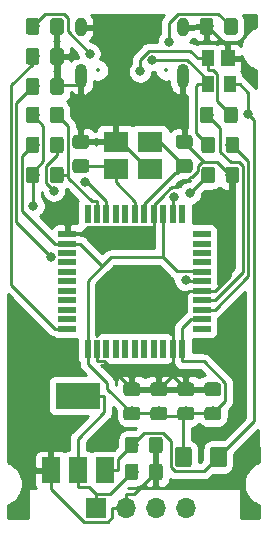
<source format=gbr>
%TF.GenerationSoftware,KiCad,Pcbnew,(5.1.2)-2*%
%TF.CreationDate,2020-02-06T17:00:50+08:00*%
%TF.ProjectId,wing-receiver-lite,77696e67-2d72-4656-9365-697665722d6c,rev?*%
%TF.SameCoordinates,Original*%
%TF.FileFunction,Copper,L1,Top*%
%TF.FilePolarity,Positive*%
%FSLAX46Y46*%
G04 Gerber Fmt 4.6, Leading zero omitted, Abs format (unit mm)*
G04 Created by KiCad (PCBNEW (5.1.2)-2) date 2020-02-06 17:00:50*
%MOMM*%
%LPD*%
G04 APERTURE LIST*
%ADD10R,3.800000X2.200000*%
%ADD11R,1.500000X2.200000*%
%ADD12O,1.000000X2.100000*%
%ADD13O,1.000000X1.600000*%
%ADD14R,2.100000X1.800000*%
%ADD15R,0.550000X1.500000*%
%ADD16R,1.500000X0.550000*%
%ADD17C,0.350000*%
%ADD18C,1.150000*%
%ADD19O,1.700000X1.700000*%
%ADD20R,1.700000X1.700000*%
%ADD21C,1.425000*%
%ADD22R,1.000000X1.400000*%
%ADD23R,1.200000X1.400000*%
%ADD24C,0.800000*%
%ADD25C,0.250000*%
%ADD26C,0.254000*%
%ADD27C,0.350000*%
%ADD28O,0.600000X1.700000*%
%ADD29O,0.600000X1.200000*%
G04 APERTURE END LIST*
D10*
X75184000Y-125882000D03*
D11*
X72884000Y-132182000D03*
X75184000Y-132182000D03*
X77484000Y-132182000D03*
D12*
X75436000Y-98855000D03*
X84076000Y-98855000D03*
D13*
X75436000Y-94675000D03*
X84076000Y-94675000D03*
D14*
X78380000Y-104380000D03*
X81280000Y-104380000D03*
X81280000Y-106680000D03*
X78380000Y-106680000D03*
D15*
X84010000Y-121905000D03*
X83210000Y-121905000D03*
X82410000Y-121905000D03*
X81610000Y-121905000D03*
X80810000Y-121905000D03*
X80010000Y-121905000D03*
X79210000Y-121905000D03*
X78410000Y-121905000D03*
X77610000Y-121905000D03*
X76810000Y-121905000D03*
X76010000Y-121905000D03*
D16*
X74310000Y-120205000D03*
X74310000Y-119405000D03*
X74310000Y-118605000D03*
X74310000Y-117805000D03*
X74310000Y-117005000D03*
X74310000Y-116205000D03*
X74310000Y-115405000D03*
X74310000Y-114605000D03*
X74310000Y-113805000D03*
X74310000Y-113005000D03*
X74310000Y-112205000D03*
D15*
X76010000Y-110505000D03*
X76810000Y-110505000D03*
X77610000Y-110505000D03*
X78410000Y-110505000D03*
X79210000Y-110505000D03*
X80010000Y-110505000D03*
X80810000Y-110505000D03*
X81610000Y-110505000D03*
X82410000Y-110505000D03*
X83210000Y-110505000D03*
X84010000Y-110505000D03*
D16*
X85710000Y-112205000D03*
X85710000Y-113005000D03*
X85710000Y-113805000D03*
X85710000Y-114605000D03*
X85710000Y-115405000D03*
X85710000Y-116205000D03*
X85710000Y-117005000D03*
X85710000Y-117805000D03*
X85710000Y-118605000D03*
X85710000Y-119405000D03*
X85710000Y-120205000D03*
D17*
G36*
X71714505Y-101409204D02*
G01*
X71738773Y-101412804D01*
X71762572Y-101418765D01*
X71785671Y-101427030D01*
X71807850Y-101437520D01*
X71828893Y-101450132D01*
X71848599Y-101464747D01*
X71866777Y-101481223D01*
X71883253Y-101499401D01*
X71897868Y-101519107D01*
X71910480Y-101540150D01*
X71920970Y-101562329D01*
X71929235Y-101585428D01*
X71935196Y-101609227D01*
X71938796Y-101633495D01*
X71940000Y-101657999D01*
X71940000Y-102558001D01*
X71938796Y-102582505D01*
X71935196Y-102606773D01*
X71929235Y-102630572D01*
X71920970Y-102653671D01*
X71910480Y-102675850D01*
X71897868Y-102696893D01*
X71883253Y-102716599D01*
X71866777Y-102734777D01*
X71848599Y-102751253D01*
X71828893Y-102765868D01*
X71807850Y-102778480D01*
X71785671Y-102788970D01*
X71762572Y-102797235D01*
X71738773Y-102803196D01*
X71714505Y-102806796D01*
X71690001Y-102808000D01*
X71039999Y-102808000D01*
X71015495Y-102806796D01*
X70991227Y-102803196D01*
X70967428Y-102797235D01*
X70944329Y-102788970D01*
X70922150Y-102778480D01*
X70901107Y-102765868D01*
X70881401Y-102751253D01*
X70863223Y-102734777D01*
X70846747Y-102716599D01*
X70832132Y-102696893D01*
X70819520Y-102675850D01*
X70809030Y-102653671D01*
X70800765Y-102630572D01*
X70794804Y-102606773D01*
X70791204Y-102582505D01*
X70790000Y-102558001D01*
X70790000Y-101657999D01*
X70791204Y-101633495D01*
X70794804Y-101609227D01*
X70800765Y-101585428D01*
X70809030Y-101562329D01*
X70819520Y-101540150D01*
X70832132Y-101519107D01*
X70846747Y-101499401D01*
X70863223Y-101481223D01*
X70881401Y-101464747D01*
X70901107Y-101450132D01*
X70922150Y-101437520D01*
X70944329Y-101427030D01*
X70967428Y-101418765D01*
X70991227Y-101412804D01*
X71015495Y-101409204D01*
X71039999Y-101408000D01*
X71690001Y-101408000D01*
X71714505Y-101409204D01*
X71714505Y-101409204D01*
G37*
D18*
X71365000Y-102108000D03*
D17*
G36*
X73764505Y-101409204D02*
G01*
X73788773Y-101412804D01*
X73812572Y-101418765D01*
X73835671Y-101427030D01*
X73857850Y-101437520D01*
X73878893Y-101450132D01*
X73898599Y-101464747D01*
X73916777Y-101481223D01*
X73933253Y-101499401D01*
X73947868Y-101519107D01*
X73960480Y-101540150D01*
X73970970Y-101562329D01*
X73979235Y-101585428D01*
X73985196Y-101609227D01*
X73988796Y-101633495D01*
X73990000Y-101657999D01*
X73990000Y-102558001D01*
X73988796Y-102582505D01*
X73985196Y-102606773D01*
X73979235Y-102630572D01*
X73970970Y-102653671D01*
X73960480Y-102675850D01*
X73947868Y-102696893D01*
X73933253Y-102716599D01*
X73916777Y-102734777D01*
X73898599Y-102751253D01*
X73878893Y-102765868D01*
X73857850Y-102778480D01*
X73835671Y-102788970D01*
X73812572Y-102797235D01*
X73788773Y-102803196D01*
X73764505Y-102806796D01*
X73740001Y-102808000D01*
X73089999Y-102808000D01*
X73065495Y-102806796D01*
X73041227Y-102803196D01*
X73017428Y-102797235D01*
X72994329Y-102788970D01*
X72972150Y-102778480D01*
X72951107Y-102765868D01*
X72931401Y-102751253D01*
X72913223Y-102734777D01*
X72896747Y-102716599D01*
X72882132Y-102696893D01*
X72869520Y-102675850D01*
X72859030Y-102653671D01*
X72850765Y-102630572D01*
X72844804Y-102606773D01*
X72841204Y-102582505D01*
X72840000Y-102558001D01*
X72840000Y-101657999D01*
X72841204Y-101633495D01*
X72844804Y-101609227D01*
X72850765Y-101585428D01*
X72859030Y-101562329D01*
X72869520Y-101540150D01*
X72882132Y-101519107D01*
X72896747Y-101499401D01*
X72913223Y-101481223D01*
X72931401Y-101464747D01*
X72951107Y-101450132D01*
X72972150Y-101437520D01*
X72994329Y-101427030D01*
X73017428Y-101418765D01*
X73041227Y-101412804D01*
X73065495Y-101409204D01*
X73089999Y-101408000D01*
X73740001Y-101408000D01*
X73764505Y-101409204D01*
X73764505Y-101409204D01*
G37*
D18*
X73415000Y-102108000D03*
D17*
G36*
X88623505Y-106489204D02*
G01*
X88647773Y-106492804D01*
X88671572Y-106498765D01*
X88694671Y-106507030D01*
X88716850Y-106517520D01*
X88737893Y-106530132D01*
X88757599Y-106544747D01*
X88775777Y-106561223D01*
X88792253Y-106579401D01*
X88806868Y-106599107D01*
X88819480Y-106620150D01*
X88829970Y-106642329D01*
X88838235Y-106665428D01*
X88844196Y-106689227D01*
X88847796Y-106713495D01*
X88849000Y-106737999D01*
X88849000Y-107638001D01*
X88847796Y-107662505D01*
X88844196Y-107686773D01*
X88838235Y-107710572D01*
X88829970Y-107733671D01*
X88819480Y-107755850D01*
X88806868Y-107776893D01*
X88792253Y-107796599D01*
X88775777Y-107814777D01*
X88757599Y-107831253D01*
X88737893Y-107845868D01*
X88716850Y-107858480D01*
X88694671Y-107868970D01*
X88671572Y-107877235D01*
X88647773Y-107883196D01*
X88623505Y-107886796D01*
X88599001Y-107888000D01*
X87948999Y-107888000D01*
X87924495Y-107886796D01*
X87900227Y-107883196D01*
X87876428Y-107877235D01*
X87853329Y-107868970D01*
X87831150Y-107858480D01*
X87810107Y-107845868D01*
X87790401Y-107831253D01*
X87772223Y-107814777D01*
X87755747Y-107796599D01*
X87741132Y-107776893D01*
X87728520Y-107755850D01*
X87718030Y-107733671D01*
X87709765Y-107710572D01*
X87703804Y-107686773D01*
X87700204Y-107662505D01*
X87699000Y-107638001D01*
X87699000Y-106737999D01*
X87700204Y-106713495D01*
X87703804Y-106689227D01*
X87709765Y-106665428D01*
X87718030Y-106642329D01*
X87728520Y-106620150D01*
X87741132Y-106599107D01*
X87755747Y-106579401D01*
X87772223Y-106561223D01*
X87790401Y-106544747D01*
X87810107Y-106530132D01*
X87831150Y-106517520D01*
X87853329Y-106507030D01*
X87876428Y-106498765D01*
X87900227Y-106492804D01*
X87924495Y-106489204D01*
X87948999Y-106488000D01*
X88599001Y-106488000D01*
X88623505Y-106489204D01*
X88623505Y-106489204D01*
G37*
D18*
X88274000Y-107188000D03*
D17*
G36*
X86573505Y-106489204D02*
G01*
X86597773Y-106492804D01*
X86621572Y-106498765D01*
X86644671Y-106507030D01*
X86666850Y-106517520D01*
X86687893Y-106530132D01*
X86707599Y-106544747D01*
X86725777Y-106561223D01*
X86742253Y-106579401D01*
X86756868Y-106599107D01*
X86769480Y-106620150D01*
X86779970Y-106642329D01*
X86788235Y-106665428D01*
X86794196Y-106689227D01*
X86797796Y-106713495D01*
X86799000Y-106737999D01*
X86799000Y-107638001D01*
X86797796Y-107662505D01*
X86794196Y-107686773D01*
X86788235Y-107710572D01*
X86779970Y-107733671D01*
X86769480Y-107755850D01*
X86756868Y-107776893D01*
X86742253Y-107796599D01*
X86725777Y-107814777D01*
X86707599Y-107831253D01*
X86687893Y-107845868D01*
X86666850Y-107858480D01*
X86644671Y-107868970D01*
X86621572Y-107877235D01*
X86597773Y-107883196D01*
X86573505Y-107886796D01*
X86549001Y-107888000D01*
X85898999Y-107888000D01*
X85874495Y-107886796D01*
X85850227Y-107883196D01*
X85826428Y-107877235D01*
X85803329Y-107868970D01*
X85781150Y-107858480D01*
X85760107Y-107845868D01*
X85740401Y-107831253D01*
X85722223Y-107814777D01*
X85705747Y-107796599D01*
X85691132Y-107776893D01*
X85678520Y-107755850D01*
X85668030Y-107733671D01*
X85659765Y-107710572D01*
X85653804Y-107686773D01*
X85650204Y-107662505D01*
X85649000Y-107638001D01*
X85649000Y-106737999D01*
X85650204Y-106713495D01*
X85653804Y-106689227D01*
X85659765Y-106665428D01*
X85668030Y-106642329D01*
X85678520Y-106620150D01*
X85691132Y-106599107D01*
X85705747Y-106579401D01*
X85722223Y-106561223D01*
X85740401Y-106544747D01*
X85760107Y-106530132D01*
X85781150Y-106517520D01*
X85803329Y-106507030D01*
X85826428Y-106498765D01*
X85850227Y-106492804D01*
X85874495Y-106489204D01*
X85898999Y-106488000D01*
X86549001Y-106488000D01*
X86573505Y-106489204D01*
X86573505Y-106489204D01*
G37*
D18*
X86224000Y-107188000D03*
D17*
G36*
X71714505Y-106489204D02*
G01*
X71738773Y-106492804D01*
X71762572Y-106498765D01*
X71785671Y-106507030D01*
X71807850Y-106517520D01*
X71828893Y-106530132D01*
X71848599Y-106544747D01*
X71866777Y-106561223D01*
X71883253Y-106579401D01*
X71897868Y-106599107D01*
X71910480Y-106620150D01*
X71920970Y-106642329D01*
X71929235Y-106665428D01*
X71935196Y-106689227D01*
X71938796Y-106713495D01*
X71940000Y-106737999D01*
X71940000Y-107638001D01*
X71938796Y-107662505D01*
X71935196Y-107686773D01*
X71929235Y-107710572D01*
X71920970Y-107733671D01*
X71910480Y-107755850D01*
X71897868Y-107776893D01*
X71883253Y-107796599D01*
X71866777Y-107814777D01*
X71848599Y-107831253D01*
X71828893Y-107845868D01*
X71807850Y-107858480D01*
X71785671Y-107868970D01*
X71762572Y-107877235D01*
X71738773Y-107883196D01*
X71714505Y-107886796D01*
X71690001Y-107888000D01*
X71039999Y-107888000D01*
X71015495Y-107886796D01*
X70991227Y-107883196D01*
X70967428Y-107877235D01*
X70944329Y-107868970D01*
X70922150Y-107858480D01*
X70901107Y-107845868D01*
X70881401Y-107831253D01*
X70863223Y-107814777D01*
X70846747Y-107796599D01*
X70832132Y-107776893D01*
X70819520Y-107755850D01*
X70809030Y-107733671D01*
X70800765Y-107710572D01*
X70794804Y-107686773D01*
X70791204Y-107662505D01*
X70790000Y-107638001D01*
X70790000Y-106737999D01*
X70791204Y-106713495D01*
X70794804Y-106689227D01*
X70800765Y-106665428D01*
X70809030Y-106642329D01*
X70819520Y-106620150D01*
X70832132Y-106599107D01*
X70846747Y-106579401D01*
X70863223Y-106561223D01*
X70881401Y-106544747D01*
X70901107Y-106530132D01*
X70922150Y-106517520D01*
X70944329Y-106507030D01*
X70967428Y-106498765D01*
X70991227Y-106492804D01*
X71015495Y-106489204D01*
X71039999Y-106488000D01*
X71690001Y-106488000D01*
X71714505Y-106489204D01*
X71714505Y-106489204D01*
G37*
D18*
X71365000Y-107188000D03*
D17*
G36*
X73764505Y-106489204D02*
G01*
X73788773Y-106492804D01*
X73812572Y-106498765D01*
X73835671Y-106507030D01*
X73857850Y-106517520D01*
X73878893Y-106530132D01*
X73898599Y-106544747D01*
X73916777Y-106561223D01*
X73933253Y-106579401D01*
X73947868Y-106599107D01*
X73960480Y-106620150D01*
X73970970Y-106642329D01*
X73979235Y-106665428D01*
X73985196Y-106689227D01*
X73988796Y-106713495D01*
X73990000Y-106737999D01*
X73990000Y-107638001D01*
X73988796Y-107662505D01*
X73985196Y-107686773D01*
X73979235Y-107710572D01*
X73970970Y-107733671D01*
X73960480Y-107755850D01*
X73947868Y-107776893D01*
X73933253Y-107796599D01*
X73916777Y-107814777D01*
X73898599Y-107831253D01*
X73878893Y-107845868D01*
X73857850Y-107858480D01*
X73835671Y-107868970D01*
X73812572Y-107877235D01*
X73788773Y-107883196D01*
X73764505Y-107886796D01*
X73740001Y-107888000D01*
X73089999Y-107888000D01*
X73065495Y-107886796D01*
X73041227Y-107883196D01*
X73017428Y-107877235D01*
X72994329Y-107868970D01*
X72972150Y-107858480D01*
X72951107Y-107845868D01*
X72931401Y-107831253D01*
X72913223Y-107814777D01*
X72896747Y-107796599D01*
X72882132Y-107776893D01*
X72869520Y-107755850D01*
X72859030Y-107733671D01*
X72850765Y-107710572D01*
X72844804Y-107686773D01*
X72841204Y-107662505D01*
X72840000Y-107638001D01*
X72840000Y-106737999D01*
X72841204Y-106713495D01*
X72844804Y-106689227D01*
X72850765Y-106665428D01*
X72859030Y-106642329D01*
X72869520Y-106620150D01*
X72882132Y-106599107D01*
X72896747Y-106579401D01*
X72913223Y-106561223D01*
X72931401Y-106544747D01*
X72951107Y-106530132D01*
X72972150Y-106517520D01*
X72994329Y-106507030D01*
X73017428Y-106498765D01*
X73041227Y-106492804D01*
X73065495Y-106489204D01*
X73089999Y-106488000D01*
X73740001Y-106488000D01*
X73764505Y-106489204D01*
X73764505Y-106489204D01*
G37*
D18*
X73415000Y-107188000D03*
D17*
G36*
X71714505Y-96456204D02*
G01*
X71738773Y-96459804D01*
X71762572Y-96465765D01*
X71785671Y-96474030D01*
X71807850Y-96484520D01*
X71828893Y-96497132D01*
X71848599Y-96511747D01*
X71866777Y-96528223D01*
X71883253Y-96546401D01*
X71897868Y-96566107D01*
X71910480Y-96587150D01*
X71920970Y-96609329D01*
X71929235Y-96632428D01*
X71935196Y-96656227D01*
X71938796Y-96680495D01*
X71940000Y-96704999D01*
X71940000Y-97605001D01*
X71938796Y-97629505D01*
X71935196Y-97653773D01*
X71929235Y-97677572D01*
X71920970Y-97700671D01*
X71910480Y-97722850D01*
X71897868Y-97743893D01*
X71883253Y-97763599D01*
X71866777Y-97781777D01*
X71848599Y-97798253D01*
X71828893Y-97812868D01*
X71807850Y-97825480D01*
X71785671Y-97835970D01*
X71762572Y-97844235D01*
X71738773Y-97850196D01*
X71714505Y-97853796D01*
X71690001Y-97855000D01*
X71039999Y-97855000D01*
X71015495Y-97853796D01*
X70991227Y-97850196D01*
X70967428Y-97844235D01*
X70944329Y-97835970D01*
X70922150Y-97825480D01*
X70901107Y-97812868D01*
X70881401Y-97798253D01*
X70863223Y-97781777D01*
X70846747Y-97763599D01*
X70832132Y-97743893D01*
X70819520Y-97722850D01*
X70809030Y-97700671D01*
X70800765Y-97677572D01*
X70794804Y-97653773D01*
X70791204Y-97629505D01*
X70790000Y-97605001D01*
X70790000Y-96704999D01*
X70791204Y-96680495D01*
X70794804Y-96656227D01*
X70800765Y-96632428D01*
X70809030Y-96609329D01*
X70819520Y-96587150D01*
X70832132Y-96566107D01*
X70846747Y-96546401D01*
X70863223Y-96528223D01*
X70881401Y-96511747D01*
X70901107Y-96497132D01*
X70922150Y-96484520D01*
X70944329Y-96474030D01*
X70967428Y-96465765D01*
X70991227Y-96459804D01*
X71015495Y-96456204D01*
X71039999Y-96455000D01*
X71690001Y-96455000D01*
X71714505Y-96456204D01*
X71714505Y-96456204D01*
G37*
D18*
X71365000Y-97155000D03*
D17*
G36*
X73764505Y-96456204D02*
G01*
X73788773Y-96459804D01*
X73812572Y-96465765D01*
X73835671Y-96474030D01*
X73857850Y-96484520D01*
X73878893Y-96497132D01*
X73898599Y-96511747D01*
X73916777Y-96528223D01*
X73933253Y-96546401D01*
X73947868Y-96566107D01*
X73960480Y-96587150D01*
X73970970Y-96609329D01*
X73979235Y-96632428D01*
X73985196Y-96656227D01*
X73988796Y-96680495D01*
X73990000Y-96704999D01*
X73990000Y-97605001D01*
X73988796Y-97629505D01*
X73985196Y-97653773D01*
X73979235Y-97677572D01*
X73970970Y-97700671D01*
X73960480Y-97722850D01*
X73947868Y-97743893D01*
X73933253Y-97763599D01*
X73916777Y-97781777D01*
X73898599Y-97798253D01*
X73878893Y-97812868D01*
X73857850Y-97825480D01*
X73835671Y-97835970D01*
X73812572Y-97844235D01*
X73788773Y-97850196D01*
X73764505Y-97853796D01*
X73740001Y-97855000D01*
X73089999Y-97855000D01*
X73065495Y-97853796D01*
X73041227Y-97850196D01*
X73017428Y-97844235D01*
X72994329Y-97835970D01*
X72972150Y-97825480D01*
X72951107Y-97812868D01*
X72931401Y-97798253D01*
X72913223Y-97781777D01*
X72896747Y-97763599D01*
X72882132Y-97743893D01*
X72869520Y-97722850D01*
X72859030Y-97700671D01*
X72850765Y-97677572D01*
X72844804Y-97653773D01*
X72841204Y-97629505D01*
X72840000Y-97605001D01*
X72840000Y-96704999D01*
X72841204Y-96680495D01*
X72844804Y-96656227D01*
X72850765Y-96632428D01*
X72859030Y-96609329D01*
X72869520Y-96587150D01*
X72882132Y-96566107D01*
X72896747Y-96546401D01*
X72913223Y-96528223D01*
X72931401Y-96511747D01*
X72951107Y-96497132D01*
X72972150Y-96484520D01*
X72994329Y-96474030D01*
X73017428Y-96465765D01*
X73041227Y-96459804D01*
X73065495Y-96456204D01*
X73089999Y-96455000D01*
X73740001Y-96455000D01*
X73764505Y-96456204D01*
X73764505Y-96456204D01*
G37*
D18*
X73415000Y-97155000D03*
D17*
G36*
X73764505Y-103949204D02*
G01*
X73788773Y-103952804D01*
X73812572Y-103958765D01*
X73835671Y-103967030D01*
X73857850Y-103977520D01*
X73878893Y-103990132D01*
X73898599Y-104004747D01*
X73916777Y-104021223D01*
X73933253Y-104039401D01*
X73947868Y-104059107D01*
X73960480Y-104080150D01*
X73970970Y-104102329D01*
X73979235Y-104125428D01*
X73985196Y-104149227D01*
X73988796Y-104173495D01*
X73990000Y-104197999D01*
X73990000Y-105098001D01*
X73988796Y-105122505D01*
X73985196Y-105146773D01*
X73979235Y-105170572D01*
X73970970Y-105193671D01*
X73960480Y-105215850D01*
X73947868Y-105236893D01*
X73933253Y-105256599D01*
X73916777Y-105274777D01*
X73898599Y-105291253D01*
X73878893Y-105305868D01*
X73857850Y-105318480D01*
X73835671Y-105328970D01*
X73812572Y-105337235D01*
X73788773Y-105343196D01*
X73764505Y-105346796D01*
X73740001Y-105348000D01*
X73089999Y-105348000D01*
X73065495Y-105346796D01*
X73041227Y-105343196D01*
X73017428Y-105337235D01*
X72994329Y-105328970D01*
X72972150Y-105318480D01*
X72951107Y-105305868D01*
X72931401Y-105291253D01*
X72913223Y-105274777D01*
X72896747Y-105256599D01*
X72882132Y-105236893D01*
X72869520Y-105215850D01*
X72859030Y-105193671D01*
X72850765Y-105170572D01*
X72844804Y-105146773D01*
X72841204Y-105122505D01*
X72840000Y-105098001D01*
X72840000Y-104197999D01*
X72841204Y-104173495D01*
X72844804Y-104149227D01*
X72850765Y-104125428D01*
X72859030Y-104102329D01*
X72869520Y-104080150D01*
X72882132Y-104059107D01*
X72896747Y-104039401D01*
X72913223Y-104021223D01*
X72931401Y-104004747D01*
X72951107Y-103990132D01*
X72972150Y-103977520D01*
X72994329Y-103967030D01*
X73017428Y-103958765D01*
X73041227Y-103952804D01*
X73065495Y-103949204D01*
X73089999Y-103948000D01*
X73740001Y-103948000D01*
X73764505Y-103949204D01*
X73764505Y-103949204D01*
G37*
D18*
X73415000Y-104648000D03*
D17*
G36*
X71714505Y-103949204D02*
G01*
X71738773Y-103952804D01*
X71762572Y-103958765D01*
X71785671Y-103967030D01*
X71807850Y-103977520D01*
X71828893Y-103990132D01*
X71848599Y-104004747D01*
X71866777Y-104021223D01*
X71883253Y-104039401D01*
X71897868Y-104059107D01*
X71910480Y-104080150D01*
X71920970Y-104102329D01*
X71929235Y-104125428D01*
X71935196Y-104149227D01*
X71938796Y-104173495D01*
X71940000Y-104197999D01*
X71940000Y-105098001D01*
X71938796Y-105122505D01*
X71935196Y-105146773D01*
X71929235Y-105170572D01*
X71920970Y-105193671D01*
X71910480Y-105215850D01*
X71897868Y-105236893D01*
X71883253Y-105256599D01*
X71866777Y-105274777D01*
X71848599Y-105291253D01*
X71828893Y-105305868D01*
X71807850Y-105318480D01*
X71785671Y-105328970D01*
X71762572Y-105337235D01*
X71738773Y-105343196D01*
X71714505Y-105346796D01*
X71690001Y-105348000D01*
X71039999Y-105348000D01*
X71015495Y-105346796D01*
X70991227Y-105343196D01*
X70967428Y-105337235D01*
X70944329Y-105328970D01*
X70922150Y-105318480D01*
X70901107Y-105305868D01*
X70881401Y-105291253D01*
X70863223Y-105274777D01*
X70846747Y-105256599D01*
X70832132Y-105236893D01*
X70819520Y-105215850D01*
X70809030Y-105193671D01*
X70800765Y-105170572D01*
X70794804Y-105146773D01*
X70791204Y-105122505D01*
X70790000Y-105098001D01*
X70790000Y-104197999D01*
X70791204Y-104173495D01*
X70794804Y-104149227D01*
X70800765Y-104125428D01*
X70809030Y-104102329D01*
X70819520Y-104080150D01*
X70832132Y-104059107D01*
X70846747Y-104039401D01*
X70863223Y-104021223D01*
X70881401Y-104004747D01*
X70901107Y-103990132D01*
X70922150Y-103977520D01*
X70944329Y-103967030D01*
X70967428Y-103958765D01*
X70991227Y-103952804D01*
X71015495Y-103949204D01*
X71039999Y-103948000D01*
X71690001Y-103948000D01*
X71714505Y-103949204D01*
X71714505Y-103949204D01*
G37*
D18*
X71365000Y-104648000D03*
D17*
G36*
X86573505Y-103949204D02*
G01*
X86597773Y-103952804D01*
X86621572Y-103958765D01*
X86644671Y-103967030D01*
X86666850Y-103977520D01*
X86687893Y-103990132D01*
X86707599Y-104004747D01*
X86725777Y-104021223D01*
X86742253Y-104039401D01*
X86756868Y-104059107D01*
X86769480Y-104080150D01*
X86779970Y-104102329D01*
X86788235Y-104125428D01*
X86794196Y-104149227D01*
X86797796Y-104173495D01*
X86799000Y-104197999D01*
X86799000Y-105098001D01*
X86797796Y-105122505D01*
X86794196Y-105146773D01*
X86788235Y-105170572D01*
X86779970Y-105193671D01*
X86769480Y-105215850D01*
X86756868Y-105236893D01*
X86742253Y-105256599D01*
X86725777Y-105274777D01*
X86707599Y-105291253D01*
X86687893Y-105305868D01*
X86666850Y-105318480D01*
X86644671Y-105328970D01*
X86621572Y-105337235D01*
X86597773Y-105343196D01*
X86573505Y-105346796D01*
X86549001Y-105348000D01*
X85898999Y-105348000D01*
X85874495Y-105346796D01*
X85850227Y-105343196D01*
X85826428Y-105337235D01*
X85803329Y-105328970D01*
X85781150Y-105318480D01*
X85760107Y-105305868D01*
X85740401Y-105291253D01*
X85722223Y-105274777D01*
X85705747Y-105256599D01*
X85691132Y-105236893D01*
X85678520Y-105215850D01*
X85668030Y-105193671D01*
X85659765Y-105170572D01*
X85653804Y-105146773D01*
X85650204Y-105122505D01*
X85649000Y-105098001D01*
X85649000Y-104197999D01*
X85650204Y-104173495D01*
X85653804Y-104149227D01*
X85659765Y-104125428D01*
X85668030Y-104102329D01*
X85678520Y-104080150D01*
X85691132Y-104059107D01*
X85705747Y-104039401D01*
X85722223Y-104021223D01*
X85740401Y-104004747D01*
X85760107Y-103990132D01*
X85781150Y-103977520D01*
X85803329Y-103967030D01*
X85826428Y-103958765D01*
X85850227Y-103952804D01*
X85874495Y-103949204D01*
X85898999Y-103948000D01*
X86549001Y-103948000D01*
X86573505Y-103949204D01*
X86573505Y-103949204D01*
G37*
D18*
X86224000Y-104648000D03*
D17*
G36*
X88623505Y-103949204D02*
G01*
X88647773Y-103952804D01*
X88671572Y-103958765D01*
X88694671Y-103967030D01*
X88716850Y-103977520D01*
X88737893Y-103990132D01*
X88757599Y-104004747D01*
X88775777Y-104021223D01*
X88792253Y-104039401D01*
X88806868Y-104059107D01*
X88819480Y-104080150D01*
X88829970Y-104102329D01*
X88838235Y-104125428D01*
X88844196Y-104149227D01*
X88847796Y-104173495D01*
X88849000Y-104197999D01*
X88849000Y-105098001D01*
X88847796Y-105122505D01*
X88844196Y-105146773D01*
X88838235Y-105170572D01*
X88829970Y-105193671D01*
X88819480Y-105215850D01*
X88806868Y-105236893D01*
X88792253Y-105256599D01*
X88775777Y-105274777D01*
X88757599Y-105291253D01*
X88737893Y-105305868D01*
X88716850Y-105318480D01*
X88694671Y-105328970D01*
X88671572Y-105337235D01*
X88647773Y-105343196D01*
X88623505Y-105346796D01*
X88599001Y-105348000D01*
X87948999Y-105348000D01*
X87924495Y-105346796D01*
X87900227Y-105343196D01*
X87876428Y-105337235D01*
X87853329Y-105328970D01*
X87831150Y-105318480D01*
X87810107Y-105305868D01*
X87790401Y-105291253D01*
X87772223Y-105274777D01*
X87755747Y-105256599D01*
X87741132Y-105236893D01*
X87728520Y-105215850D01*
X87718030Y-105193671D01*
X87709765Y-105170572D01*
X87703804Y-105146773D01*
X87700204Y-105122505D01*
X87699000Y-105098001D01*
X87699000Y-104197999D01*
X87700204Y-104173495D01*
X87703804Y-104149227D01*
X87709765Y-104125428D01*
X87718030Y-104102329D01*
X87728520Y-104080150D01*
X87741132Y-104059107D01*
X87755747Y-104039401D01*
X87772223Y-104021223D01*
X87790401Y-104004747D01*
X87810107Y-103990132D01*
X87831150Y-103977520D01*
X87853329Y-103967030D01*
X87876428Y-103958765D01*
X87900227Y-103952804D01*
X87924495Y-103949204D01*
X87948999Y-103948000D01*
X88599001Y-103948000D01*
X88623505Y-103949204D01*
X88623505Y-103949204D01*
G37*
D18*
X88274000Y-104648000D03*
D17*
G36*
X88496505Y-101409204D02*
G01*
X88520773Y-101412804D01*
X88544572Y-101418765D01*
X88567671Y-101427030D01*
X88589850Y-101437520D01*
X88610893Y-101450132D01*
X88630599Y-101464747D01*
X88648777Y-101481223D01*
X88665253Y-101499401D01*
X88679868Y-101519107D01*
X88692480Y-101540150D01*
X88702970Y-101562329D01*
X88711235Y-101585428D01*
X88717196Y-101609227D01*
X88720796Y-101633495D01*
X88722000Y-101657999D01*
X88722000Y-102558001D01*
X88720796Y-102582505D01*
X88717196Y-102606773D01*
X88711235Y-102630572D01*
X88702970Y-102653671D01*
X88692480Y-102675850D01*
X88679868Y-102696893D01*
X88665253Y-102716599D01*
X88648777Y-102734777D01*
X88630599Y-102751253D01*
X88610893Y-102765868D01*
X88589850Y-102778480D01*
X88567671Y-102788970D01*
X88544572Y-102797235D01*
X88520773Y-102803196D01*
X88496505Y-102806796D01*
X88472001Y-102808000D01*
X87821999Y-102808000D01*
X87797495Y-102806796D01*
X87773227Y-102803196D01*
X87749428Y-102797235D01*
X87726329Y-102788970D01*
X87704150Y-102778480D01*
X87683107Y-102765868D01*
X87663401Y-102751253D01*
X87645223Y-102734777D01*
X87628747Y-102716599D01*
X87614132Y-102696893D01*
X87601520Y-102675850D01*
X87591030Y-102653671D01*
X87582765Y-102630572D01*
X87576804Y-102606773D01*
X87573204Y-102582505D01*
X87572000Y-102558001D01*
X87572000Y-101657999D01*
X87573204Y-101633495D01*
X87576804Y-101609227D01*
X87582765Y-101585428D01*
X87591030Y-101562329D01*
X87601520Y-101540150D01*
X87614132Y-101519107D01*
X87628747Y-101499401D01*
X87645223Y-101481223D01*
X87663401Y-101464747D01*
X87683107Y-101450132D01*
X87704150Y-101437520D01*
X87726329Y-101427030D01*
X87749428Y-101418765D01*
X87773227Y-101412804D01*
X87797495Y-101409204D01*
X87821999Y-101408000D01*
X88472001Y-101408000D01*
X88496505Y-101409204D01*
X88496505Y-101409204D01*
G37*
D18*
X88147000Y-102108000D03*
D17*
G36*
X86446505Y-101409204D02*
G01*
X86470773Y-101412804D01*
X86494572Y-101418765D01*
X86517671Y-101427030D01*
X86539850Y-101437520D01*
X86560893Y-101450132D01*
X86580599Y-101464747D01*
X86598777Y-101481223D01*
X86615253Y-101499401D01*
X86629868Y-101519107D01*
X86642480Y-101540150D01*
X86652970Y-101562329D01*
X86661235Y-101585428D01*
X86667196Y-101609227D01*
X86670796Y-101633495D01*
X86672000Y-101657999D01*
X86672000Y-102558001D01*
X86670796Y-102582505D01*
X86667196Y-102606773D01*
X86661235Y-102630572D01*
X86652970Y-102653671D01*
X86642480Y-102675850D01*
X86629868Y-102696893D01*
X86615253Y-102716599D01*
X86598777Y-102734777D01*
X86580599Y-102751253D01*
X86560893Y-102765868D01*
X86539850Y-102778480D01*
X86517671Y-102788970D01*
X86494572Y-102797235D01*
X86470773Y-102803196D01*
X86446505Y-102806796D01*
X86422001Y-102808000D01*
X85771999Y-102808000D01*
X85747495Y-102806796D01*
X85723227Y-102803196D01*
X85699428Y-102797235D01*
X85676329Y-102788970D01*
X85654150Y-102778480D01*
X85633107Y-102765868D01*
X85613401Y-102751253D01*
X85595223Y-102734777D01*
X85578747Y-102716599D01*
X85564132Y-102696893D01*
X85551520Y-102675850D01*
X85541030Y-102653671D01*
X85532765Y-102630572D01*
X85526804Y-102606773D01*
X85523204Y-102582505D01*
X85522000Y-102558001D01*
X85522000Y-101657999D01*
X85523204Y-101633495D01*
X85526804Y-101609227D01*
X85532765Y-101585428D01*
X85541030Y-101562329D01*
X85551520Y-101540150D01*
X85564132Y-101519107D01*
X85578747Y-101499401D01*
X85595223Y-101481223D01*
X85613401Y-101464747D01*
X85633107Y-101450132D01*
X85654150Y-101437520D01*
X85676329Y-101427030D01*
X85699428Y-101418765D01*
X85723227Y-101412804D01*
X85747495Y-101409204D01*
X85771999Y-101408000D01*
X86422001Y-101408000D01*
X86446505Y-101409204D01*
X86446505Y-101409204D01*
G37*
D18*
X86097000Y-102108000D03*
D17*
G36*
X88496505Y-93916204D02*
G01*
X88520773Y-93919804D01*
X88544572Y-93925765D01*
X88567671Y-93934030D01*
X88589850Y-93944520D01*
X88610893Y-93957132D01*
X88630599Y-93971747D01*
X88648777Y-93988223D01*
X88665253Y-94006401D01*
X88679868Y-94026107D01*
X88692480Y-94047150D01*
X88702970Y-94069329D01*
X88711235Y-94092428D01*
X88717196Y-94116227D01*
X88720796Y-94140495D01*
X88722000Y-94164999D01*
X88722000Y-95065001D01*
X88720796Y-95089505D01*
X88717196Y-95113773D01*
X88711235Y-95137572D01*
X88702970Y-95160671D01*
X88692480Y-95182850D01*
X88679868Y-95203893D01*
X88665253Y-95223599D01*
X88648777Y-95241777D01*
X88630599Y-95258253D01*
X88610893Y-95272868D01*
X88589850Y-95285480D01*
X88567671Y-95295970D01*
X88544572Y-95304235D01*
X88520773Y-95310196D01*
X88496505Y-95313796D01*
X88472001Y-95315000D01*
X87821999Y-95315000D01*
X87797495Y-95313796D01*
X87773227Y-95310196D01*
X87749428Y-95304235D01*
X87726329Y-95295970D01*
X87704150Y-95285480D01*
X87683107Y-95272868D01*
X87663401Y-95258253D01*
X87645223Y-95241777D01*
X87628747Y-95223599D01*
X87614132Y-95203893D01*
X87601520Y-95182850D01*
X87591030Y-95160671D01*
X87582765Y-95137572D01*
X87576804Y-95113773D01*
X87573204Y-95089505D01*
X87572000Y-95065001D01*
X87572000Y-94164999D01*
X87573204Y-94140495D01*
X87576804Y-94116227D01*
X87582765Y-94092428D01*
X87591030Y-94069329D01*
X87601520Y-94047150D01*
X87614132Y-94026107D01*
X87628747Y-94006401D01*
X87645223Y-93988223D01*
X87663401Y-93971747D01*
X87683107Y-93957132D01*
X87704150Y-93944520D01*
X87726329Y-93934030D01*
X87749428Y-93925765D01*
X87773227Y-93919804D01*
X87797495Y-93916204D01*
X87821999Y-93915000D01*
X88472001Y-93915000D01*
X88496505Y-93916204D01*
X88496505Y-93916204D01*
G37*
D18*
X88147000Y-94615000D03*
D17*
G36*
X86446505Y-93916204D02*
G01*
X86470773Y-93919804D01*
X86494572Y-93925765D01*
X86517671Y-93934030D01*
X86539850Y-93944520D01*
X86560893Y-93957132D01*
X86580599Y-93971747D01*
X86598777Y-93988223D01*
X86615253Y-94006401D01*
X86629868Y-94026107D01*
X86642480Y-94047150D01*
X86652970Y-94069329D01*
X86661235Y-94092428D01*
X86667196Y-94116227D01*
X86670796Y-94140495D01*
X86672000Y-94164999D01*
X86672000Y-95065001D01*
X86670796Y-95089505D01*
X86667196Y-95113773D01*
X86661235Y-95137572D01*
X86652970Y-95160671D01*
X86642480Y-95182850D01*
X86629868Y-95203893D01*
X86615253Y-95223599D01*
X86598777Y-95241777D01*
X86580599Y-95258253D01*
X86560893Y-95272868D01*
X86539850Y-95285480D01*
X86517671Y-95295970D01*
X86494572Y-95304235D01*
X86470773Y-95310196D01*
X86446505Y-95313796D01*
X86422001Y-95315000D01*
X85771999Y-95315000D01*
X85747495Y-95313796D01*
X85723227Y-95310196D01*
X85699428Y-95304235D01*
X85676329Y-95295970D01*
X85654150Y-95285480D01*
X85633107Y-95272868D01*
X85613401Y-95258253D01*
X85595223Y-95241777D01*
X85578747Y-95223599D01*
X85564132Y-95203893D01*
X85551520Y-95182850D01*
X85541030Y-95160671D01*
X85532765Y-95137572D01*
X85526804Y-95113773D01*
X85523204Y-95089505D01*
X85522000Y-95065001D01*
X85522000Y-94164999D01*
X85523204Y-94140495D01*
X85526804Y-94116227D01*
X85532765Y-94092428D01*
X85541030Y-94069329D01*
X85551520Y-94047150D01*
X85564132Y-94026107D01*
X85578747Y-94006401D01*
X85595223Y-93988223D01*
X85613401Y-93971747D01*
X85633107Y-93957132D01*
X85654150Y-93944520D01*
X85676329Y-93934030D01*
X85699428Y-93925765D01*
X85723227Y-93919804D01*
X85747495Y-93916204D01*
X85771999Y-93915000D01*
X86422001Y-93915000D01*
X86446505Y-93916204D01*
X86446505Y-93916204D01*
G37*
D18*
X86097000Y-94615000D03*
D17*
G36*
X71714505Y-93916204D02*
G01*
X71738773Y-93919804D01*
X71762572Y-93925765D01*
X71785671Y-93934030D01*
X71807850Y-93944520D01*
X71828893Y-93957132D01*
X71848599Y-93971747D01*
X71866777Y-93988223D01*
X71883253Y-94006401D01*
X71897868Y-94026107D01*
X71910480Y-94047150D01*
X71920970Y-94069329D01*
X71929235Y-94092428D01*
X71935196Y-94116227D01*
X71938796Y-94140495D01*
X71940000Y-94164999D01*
X71940000Y-95065001D01*
X71938796Y-95089505D01*
X71935196Y-95113773D01*
X71929235Y-95137572D01*
X71920970Y-95160671D01*
X71910480Y-95182850D01*
X71897868Y-95203893D01*
X71883253Y-95223599D01*
X71866777Y-95241777D01*
X71848599Y-95258253D01*
X71828893Y-95272868D01*
X71807850Y-95285480D01*
X71785671Y-95295970D01*
X71762572Y-95304235D01*
X71738773Y-95310196D01*
X71714505Y-95313796D01*
X71690001Y-95315000D01*
X71039999Y-95315000D01*
X71015495Y-95313796D01*
X70991227Y-95310196D01*
X70967428Y-95304235D01*
X70944329Y-95295970D01*
X70922150Y-95285480D01*
X70901107Y-95272868D01*
X70881401Y-95258253D01*
X70863223Y-95241777D01*
X70846747Y-95223599D01*
X70832132Y-95203893D01*
X70819520Y-95182850D01*
X70809030Y-95160671D01*
X70800765Y-95137572D01*
X70794804Y-95113773D01*
X70791204Y-95089505D01*
X70790000Y-95065001D01*
X70790000Y-94164999D01*
X70791204Y-94140495D01*
X70794804Y-94116227D01*
X70800765Y-94092428D01*
X70809030Y-94069329D01*
X70819520Y-94047150D01*
X70832132Y-94026107D01*
X70846747Y-94006401D01*
X70863223Y-93988223D01*
X70881401Y-93971747D01*
X70901107Y-93957132D01*
X70922150Y-93944520D01*
X70944329Y-93934030D01*
X70967428Y-93925765D01*
X70991227Y-93919804D01*
X71015495Y-93916204D01*
X71039999Y-93915000D01*
X71690001Y-93915000D01*
X71714505Y-93916204D01*
X71714505Y-93916204D01*
G37*
D18*
X71365000Y-94615000D03*
D17*
G36*
X73764505Y-93916204D02*
G01*
X73788773Y-93919804D01*
X73812572Y-93925765D01*
X73835671Y-93934030D01*
X73857850Y-93944520D01*
X73878893Y-93957132D01*
X73898599Y-93971747D01*
X73916777Y-93988223D01*
X73933253Y-94006401D01*
X73947868Y-94026107D01*
X73960480Y-94047150D01*
X73970970Y-94069329D01*
X73979235Y-94092428D01*
X73985196Y-94116227D01*
X73988796Y-94140495D01*
X73990000Y-94164999D01*
X73990000Y-95065001D01*
X73988796Y-95089505D01*
X73985196Y-95113773D01*
X73979235Y-95137572D01*
X73970970Y-95160671D01*
X73960480Y-95182850D01*
X73947868Y-95203893D01*
X73933253Y-95223599D01*
X73916777Y-95241777D01*
X73898599Y-95258253D01*
X73878893Y-95272868D01*
X73857850Y-95285480D01*
X73835671Y-95295970D01*
X73812572Y-95304235D01*
X73788773Y-95310196D01*
X73764505Y-95313796D01*
X73740001Y-95315000D01*
X73089999Y-95315000D01*
X73065495Y-95313796D01*
X73041227Y-95310196D01*
X73017428Y-95304235D01*
X72994329Y-95295970D01*
X72972150Y-95285480D01*
X72951107Y-95272868D01*
X72931401Y-95258253D01*
X72913223Y-95241777D01*
X72896747Y-95223599D01*
X72882132Y-95203893D01*
X72869520Y-95182850D01*
X72859030Y-95160671D01*
X72850765Y-95137572D01*
X72844804Y-95113773D01*
X72841204Y-95089505D01*
X72840000Y-95065001D01*
X72840000Y-94164999D01*
X72841204Y-94140495D01*
X72844804Y-94116227D01*
X72850765Y-94092428D01*
X72859030Y-94069329D01*
X72869520Y-94047150D01*
X72882132Y-94026107D01*
X72896747Y-94006401D01*
X72913223Y-93988223D01*
X72931401Y-93971747D01*
X72951107Y-93957132D01*
X72972150Y-93944520D01*
X72994329Y-93934030D01*
X73017428Y-93925765D01*
X73041227Y-93919804D01*
X73065495Y-93916204D01*
X73089999Y-93915000D01*
X73740001Y-93915000D01*
X73764505Y-93916204D01*
X73764505Y-93916204D01*
G37*
D18*
X73415000Y-94615000D03*
D19*
X84328000Y-135382000D03*
X81788000Y-135382000D03*
X79248000Y-135382000D03*
D20*
X76708000Y-135382000D03*
D17*
G36*
X87572504Y-130190204D02*
G01*
X87596773Y-130193804D01*
X87620571Y-130199765D01*
X87643671Y-130208030D01*
X87665849Y-130218520D01*
X87686893Y-130231133D01*
X87706598Y-130245747D01*
X87724777Y-130262223D01*
X87741253Y-130280402D01*
X87755867Y-130300107D01*
X87768480Y-130321151D01*
X87778970Y-130343329D01*
X87787235Y-130366429D01*
X87793196Y-130390227D01*
X87796796Y-130414496D01*
X87798000Y-130439000D01*
X87798000Y-131689000D01*
X87796796Y-131713504D01*
X87793196Y-131737773D01*
X87787235Y-131761571D01*
X87778970Y-131784671D01*
X87768480Y-131806849D01*
X87755867Y-131827893D01*
X87741253Y-131847598D01*
X87724777Y-131865777D01*
X87706598Y-131882253D01*
X87686893Y-131896867D01*
X87665849Y-131909480D01*
X87643671Y-131919970D01*
X87620571Y-131928235D01*
X87596773Y-131934196D01*
X87572504Y-131937796D01*
X87548000Y-131939000D01*
X86623000Y-131939000D01*
X86598496Y-131937796D01*
X86574227Y-131934196D01*
X86550429Y-131928235D01*
X86527329Y-131919970D01*
X86505151Y-131909480D01*
X86484107Y-131896867D01*
X86464402Y-131882253D01*
X86446223Y-131865777D01*
X86429747Y-131847598D01*
X86415133Y-131827893D01*
X86402520Y-131806849D01*
X86392030Y-131784671D01*
X86383765Y-131761571D01*
X86377804Y-131737773D01*
X86374204Y-131713504D01*
X86373000Y-131689000D01*
X86373000Y-130439000D01*
X86374204Y-130414496D01*
X86377804Y-130390227D01*
X86383765Y-130366429D01*
X86392030Y-130343329D01*
X86402520Y-130321151D01*
X86415133Y-130300107D01*
X86429747Y-130280402D01*
X86446223Y-130262223D01*
X86464402Y-130245747D01*
X86484107Y-130231133D01*
X86505151Y-130218520D01*
X86527329Y-130208030D01*
X86550429Y-130199765D01*
X86574227Y-130193804D01*
X86598496Y-130190204D01*
X86623000Y-130189000D01*
X87548000Y-130189000D01*
X87572504Y-130190204D01*
X87572504Y-130190204D01*
G37*
D21*
X87085500Y-131064000D03*
D17*
G36*
X84597504Y-130190204D02*
G01*
X84621773Y-130193804D01*
X84645571Y-130199765D01*
X84668671Y-130208030D01*
X84690849Y-130218520D01*
X84711893Y-130231133D01*
X84731598Y-130245747D01*
X84749777Y-130262223D01*
X84766253Y-130280402D01*
X84780867Y-130300107D01*
X84793480Y-130321151D01*
X84803970Y-130343329D01*
X84812235Y-130366429D01*
X84818196Y-130390227D01*
X84821796Y-130414496D01*
X84823000Y-130439000D01*
X84823000Y-131689000D01*
X84821796Y-131713504D01*
X84818196Y-131737773D01*
X84812235Y-131761571D01*
X84803970Y-131784671D01*
X84793480Y-131806849D01*
X84780867Y-131827893D01*
X84766253Y-131847598D01*
X84749777Y-131865777D01*
X84731598Y-131882253D01*
X84711893Y-131896867D01*
X84690849Y-131909480D01*
X84668671Y-131919970D01*
X84645571Y-131928235D01*
X84621773Y-131934196D01*
X84597504Y-131937796D01*
X84573000Y-131939000D01*
X83648000Y-131939000D01*
X83623496Y-131937796D01*
X83599227Y-131934196D01*
X83575429Y-131928235D01*
X83552329Y-131919970D01*
X83530151Y-131909480D01*
X83509107Y-131896867D01*
X83489402Y-131882253D01*
X83471223Y-131865777D01*
X83454747Y-131847598D01*
X83440133Y-131827893D01*
X83427520Y-131806849D01*
X83417030Y-131784671D01*
X83408765Y-131761571D01*
X83402804Y-131737773D01*
X83399204Y-131713504D01*
X83398000Y-131689000D01*
X83398000Y-130439000D01*
X83399204Y-130414496D01*
X83402804Y-130390227D01*
X83408765Y-130366429D01*
X83417030Y-130343329D01*
X83427520Y-130321151D01*
X83440133Y-130300107D01*
X83454747Y-130280402D01*
X83471223Y-130262223D01*
X83489402Y-130245747D01*
X83509107Y-130231133D01*
X83530151Y-130218520D01*
X83552329Y-130208030D01*
X83575429Y-130199765D01*
X83599227Y-130193804D01*
X83623496Y-130190204D01*
X83648000Y-130189000D01*
X84573000Y-130189000D01*
X84597504Y-130190204D01*
X84597504Y-130190204D01*
G37*
D21*
X84110500Y-131064000D03*
D22*
X88072000Y-99525000D03*
X86172000Y-99525000D03*
X86172000Y-97325000D03*
D23*
X87892000Y-97325000D03*
D17*
G36*
X82146505Y-131635204D02*
G01*
X82170773Y-131638804D01*
X82194572Y-131644765D01*
X82217671Y-131653030D01*
X82239850Y-131663520D01*
X82260893Y-131676132D01*
X82280599Y-131690747D01*
X82298777Y-131707223D01*
X82315253Y-131725401D01*
X82329868Y-131745107D01*
X82342480Y-131766150D01*
X82352970Y-131788329D01*
X82361235Y-131811428D01*
X82367196Y-131835227D01*
X82370796Y-131859495D01*
X82372000Y-131883999D01*
X82372000Y-132784001D01*
X82370796Y-132808505D01*
X82367196Y-132832773D01*
X82361235Y-132856572D01*
X82352970Y-132879671D01*
X82342480Y-132901850D01*
X82329868Y-132922893D01*
X82315253Y-132942599D01*
X82298777Y-132960777D01*
X82280599Y-132977253D01*
X82260893Y-132991868D01*
X82239850Y-133004480D01*
X82217671Y-133014970D01*
X82194572Y-133023235D01*
X82170773Y-133029196D01*
X82146505Y-133032796D01*
X82122001Y-133034000D01*
X81471999Y-133034000D01*
X81447495Y-133032796D01*
X81423227Y-133029196D01*
X81399428Y-133023235D01*
X81376329Y-133014970D01*
X81354150Y-133004480D01*
X81333107Y-132991868D01*
X81313401Y-132977253D01*
X81295223Y-132960777D01*
X81278747Y-132942599D01*
X81264132Y-132922893D01*
X81251520Y-132901850D01*
X81241030Y-132879671D01*
X81232765Y-132856572D01*
X81226804Y-132832773D01*
X81223204Y-132808505D01*
X81222000Y-132784001D01*
X81222000Y-131883999D01*
X81223204Y-131859495D01*
X81226804Y-131835227D01*
X81232765Y-131811428D01*
X81241030Y-131788329D01*
X81251520Y-131766150D01*
X81264132Y-131745107D01*
X81278747Y-131725401D01*
X81295223Y-131707223D01*
X81313401Y-131690747D01*
X81333107Y-131676132D01*
X81354150Y-131663520D01*
X81376329Y-131653030D01*
X81399428Y-131644765D01*
X81423227Y-131638804D01*
X81447495Y-131635204D01*
X81471999Y-131634000D01*
X82122001Y-131634000D01*
X82146505Y-131635204D01*
X82146505Y-131635204D01*
G37*
D18*
X81797000Y-132334000D03*
D17*
G36*
X80096505Y-131635204D02*
G01*
X80120773Y-131638804D01*
X80144572Y-131644765D01*
X80167671Y-131653030D01*
X80189850Y-131663520D01*
X80210893Y-131676132D01*
X80230599Y-131690747D01*
X80248777Y-131707223D01*
X80265253Y-131725401D01*
X80279868Y-131745107D01*
X80292480Y-131766150D01*
X80302970Y-131788329D01*
X80311235Y-131811428D01*
X80317196Y-131835227D01*
X80320796Y-131859495D01*
X80322000Y-131883999D01*
X80322000Y-132784001D01*
X80320796Y-132808505D01*
X80317196Y-132832773D01*
X80311235Y-132856572D01*
X80302970Y-132879671D01*
X80292480Y-132901850D01*
X80279868Y-132922893D01*
X80265253Y-132942599D01*
X80248777Y-132960777D01*
X80230599Y-132977253D01*
X80210893Y-132991868D01*
X80189850Y-133004480D01*
X80167671Y-133014970D01*
X80144572Y-133023235D01*
X80120773Y-133029196D01*
X80096505Y-133032796D01*
X80072001Y-133034000D01*
X79421999Y-133034000D01*
X79397495Y-133032796D01*
X79373227Y-133029196D01*
X79349428Y-133023235D01*
X79326329Y-133014970D01*
X79304150Y-133004480D01*
X79283107Y-132991868D01*
X79263401Y-132977253D01*
X79245223Y-132960777D01*
X79228747Y-132942599D01*
X79214132Y-132922893D01*
X79201520Y-132901850D01*
X79191030Y-132879671D01*
X79182765Y-132856572D01*
X79176804Y-132832773D01*
X79173204Y-132808505D01*
X79172000Y-132784001D01*
X79172000Y-131883999D01*
X79173204Y-131859495D01*
X79176804Y-131835227D01*
X79182765Y-131811428D01*
X79191030Y-131788329D01*
X79201520Y-131766150D01*
X79214132Y-131745107D01*
X79228747Y-131725401D01*
X79245223Y-131707223D01*
X79263401Y-131690747D01*
X79283107Y-131676132D01*
X79304150Y-131663520D01*
X79326329Y-131653030D01*
X79349428Y-131644765D01*
X79373227Y-131638804D01*
X79397495Y-131635204D01*
X79421999Y-131634000D01*
X80072001Y-131634000D01*
X80096505Y-131635204D01*
X80096505Y-131635204D01*
G37*
D18*
X79747000Y-132334000D03*
D17*
G36*
X82146505Y-129349204D02*
G01*
X82170773Y-129352804D01*
X82194572Y-129358765D01*
X82217671Y-129367030D01*
X82239850Y-129377520D01*
X82260893Y-129390132D01*
X82280599Y-129404747D01*
X82298777Y-129421223D01*
X82315253Y-129439401D01*
X82329868Y-129459107D01*
X82342480Y-129480150D01*
X82352970Y-129502329D01*
X82361235Y-129525428D01*
X82367196Y-129549227D01*
X82370796Y-129573495D01*
X82372000Y-129597999D01*
X82372000Y-130498001D01*
X82370796Y-130522505D01*
X82367196Y-130546773D01*
X82361235Y-130570572D01*
X82352970Y-130593671D01*
X82342480Y-130615850D01*
X82329868Y-130636893D01*
X82315253Y-130656599D01*
X82298777Y-130674777D01*
X82280599Y-130691253D01*
X82260893Y-130705868D01*
X82239850Y-130718480D01*
X82217671Y-130728970D01*
X82194572Y-130737235D01*
X82170773Y-130743196D01*
X82146505Y-130746796D01*
X82122001Y-130748000D01*
X81471999Y-130748000D01*
X81447495Y-130746796D01*
X81423227Y-130743196D01*
X81399428Y-130737235D01*
X81376329Y-130728970D01*
X81354150Y-130718480D01*
X81333107Y-130705868D01*
X81313401Y-130691253D01*
X81295223Y-130674777D01*
X81278747Y-130656599D01*
X81264132Y-130636893D01*
X81251520Y-130615850D01*
X81241030Y-130593671D01*
X81232765Y-130570572D01*
X81226804Y-130546773D01*
X81223204Y-130522505D01*
X81222000Y-130498001D01*
X81222000Y-129597999D01*
X81223204Y-129573495D01*
X81226804Y-129549227D01*
X81232765Y-129525428D01*
X81241030Y-129502329D01*
X81251520Y-129480150D01*
X81264132Y-129459107D01*
X81278747Y-129439401D01*
X81295223Y-129421223D01*
X81313401Y-129404747D01*
X81333107Y-129390132D01*
X81354150Y-129377520D01*
X81376329Y-129367030D01*
X81399428Y-129358765D01*
X81423227Y-129352804D01*
X81447495Y-129349204D01*
X81471999Y-129348000D01*
X82122001Y-129348000D01*
X82146505Y-129349204D01*
X82146505Y-129349204D01*
G37*
D18*
X81797000Y-130048000D03*
D17*
G36*
X80096505Y-129349204D02*
G01*
X80120773Y-129352804D01*
X80144572Y-129358765D01*
X80167671Y-129367030D01*
X80189850Y-129377520D01*
X80210893Y-129390132D01*
X80230599Y-129404747D01*
X80248777Y-129421223D01*
X80265253Y-129439401D01*
X80279868Y-129459107D01*
X80292480Y-129480150D01*
X80302970Y-129502329D01*
X80311235Y-129525428D01*
X80317196Y-129549227D01*
X80320796Y-129573495D01*
X80322000Y-129597999D01*
X80322000Y-130498001D01*
X80320796Y-130522505D01*
X80317196Y-130546773D01*
X80311235Y-130570572D01*
X80302970Y-130593671D01*
X80292480Y-130615850D01*
X80279868Y-130636893D01*
X80265253Y-130656599D01*
X80248777Y-130674777D01*
X80230599Y-130691253D01*
X80210893Y-130705868D01*
X80189850Y-130718480D01*
X80167671Y-130728970D01*
X80144572Y-130737235D01*
X80120773Y-130743196D01*
X80096505Y-130746796D01*
X80072001Y-130748000D01*
X79421999Y-130748000D01*
X79397495Y-130746796D01*
X79373227Y-130743196D01*
X79349428Y-130737235D01*
X79326329Y-130728970D01*
X79304150Y-130718480D01*
X79283107Y-130705868D01*
X79263401Y-130691253D01*
X79245223Y-130674777D01*
X79228747Y-130656599D01*
X79214132Y-130636893D01*
X79201520Y-130615850D01*
X79191030Y-130593671D01*
X79182765Y-130570572D01*
X79176804Y-130546773D01*
X79173204Y-130522505D01*
X79172000Y-130498001D01*
X79172000Y-129597999D01*
X79173204Y-129573495D01*
X79176804Y-129549227D01*
X79182765Y-129525428D01*
X79191030Y-129502329D01*
X79201520Y-129480150D01*
X79214132Y-129459107D01*
X79228747Y-129439401D01*
X79245223Y-129421223D01*
X79263401Y-129404747D01*
X79283107Y-129390132D01*
X79304150Y-129377520D01*
X79326329Y-129367030D01*
X79349428Y-129358765D01*
X79373227Y-129352804D01*
X79397495Y-129349204D01*
X79421999Y-129348000D01*
X80072001Y-129348000D01*
X80096505Y-129349204D01*
X80096505Y-129349204D01*
G37*
D18*
X79747000Y-130048000D03*
D17*
G36*
X80230505Y-126816204D02*
G01*
X80254773Y-126819804D01*
X80278572Y-126825765D01*
X80301671Y-126834030D01*
X80323850Y-126844520D01*
X80344893Y-126857132D01*
X80364599Y-126871747D01*
X80382777Y-126888223D01*
X80399253Y-126906401D01*
X80413868Y-126926107D01*
X80426480Y-126947150D01*
X80436970Y-126969329D01*
X80445235Y-126992428D01*
X80451196Y-127016227D01*
X80454796Y-127040495D01*
X80456000Y-127064999D01*
X80456000Y-127715001D01*
X80454796Y-127739505D01*
X80451196Y-127763773D01*
X80445235Y-127787572D01*
X80436970Y-127810671D01*
X80426480Y-127832850D01*
X80413868Y-127853893D01*
X80399253Y-127873599D01*
X80382777Y-127891777D01*
X80364599Y-127908253D01*
X80344893Y-127922868D01*
X80323850Y-127935480D01*
X80301671Y-127945970D01*
X80278572Y-127954235D01*
X80254773Y-127960196D01*
X80230505Y-127963796D01*
X80206001Y-127965000D01*
X79305999Y-127965000D01*
X79281495Y-127963796D01*
X79257227Y-127960196D01*
X79233428Y-127954235D01*
X79210329Y-127945970D01*
X79188150Y-127935480D01*
X79167107Y-127922868D01*
X79147401Y-127908253D01*
X79129223Y-127891777D01*
X79112747Y-127873599D01*
X79098132Y-127853893D01*
X79085520Y-127832850D01*
X79075030Y-127810671D01*
X79066765Y-127787572D01*
X79060804Y-127763773D01*
X79057204Y-127739505D01*
X79056000Y-127715001D01*
X79056000Y-127064999D01*
X79057204Y-127040495D01*
X79060804Y-127016227D01*
X79066765Y-126992428D01*
X79075030Y-126969329D01*
X79085520Y-126947150D01*
X79098132Y-126926107D01*
X79112747Y-126906401D01*
X79129223Y-126888223D01*
X79147401Y-126871747D01*
X79167107Y-126857132D01*
X79188150Y-126844520D01*
X79210329Y-126834030D01*
X79233428Y-126825765D01*
X79257227Y-126819804D01*
X79281495Y-126816204D01*
X79305999Y-126815000D01*
X80206001Y-126815000D01*
X80230505Y-126816204D01*
X80230505Y-126816204D01*
G37*
D18*
X79756000Y-127390000D03*
D17*
G36*
X80230505Y-124766204D02*
G01*
X80254773Y-124769804D01*
X80278572Y-124775765D01*
X80301671Y-124784030D01*
X80323850Y-124794520D01*
X80344893Y-124807132D01*
X80364599Y-124821747D01*
X80382777Y-124838223D01*
X80399253Y-124856401D01*
X80413868Y-124876107D01*
X80426480Y-124897150D01*
X80436970Y-124919329D01*
X80445235Y-124942428D01*
X80451196Y-124966227D01*
X80454796Y-124990495D01*
X80456000Y-125014999D01*
X80456000Y-125665001D01*
X80454796Y-125689505D01*
X80451196Y-125713773D01*
X80445235Y-125737572D01*
X80436970Y-125760671D01*
X80426480Y-125782850D01*
X80413868Y-125803893D01*
X80399253Y-125823599D01*
X80382777Y-125841777D01*
X80364599Y-125858253D01*
X80344893Y-125872868D01*
X80323850Y-125885480D01*
X80301671Y-125895970D01*
X80278572Y-125904235D01*
X80254773Y-125910196D01*
X80230505Y-125913796D01*
X80206001Y-125915000D01*
X79305999Y-125915000D01*
X79281495Y-125913796D01*
X79257227Y-125910196D01*
X79233428Y-125904235D01*
X79210329Y-125895970D01*
X79188150Y-125885480D01*
X79167107Y-125872868D01*
X79147401Y-125858253D01*
X79129223Y-125841777D01*
X79112747Y-125823599D01*
X79098132Y-125803893D01*
X79085520Y-125782850D01*
X79075030Y-125760671D01*
X79066765Y-125737572D01*
X79060804Y-125713773D01*
X79057204Y-125689505D01*
X79056000Y-125665001D01*
X79056000Y-125014999D01*
X79057204Y-124990495D01*
X79060804Y-124966227D01*
X79066765Y-124942428D01*
X79075030Y-124919329D01*
X79085520Y-124897150D01*
X79098132Y-124876107D01*
X79112747Y-124856401D01*
X79129223Y-124838223D01*
X79147401Y-124821747D01*
X79167107Y-124807132D01*
X79188150Y-124794520D01*
X79210329Y-124784030D01*
X79233428Y-124775765D01*
X79257227Y-124769804D01*
X79281495Y-124766204D01*
X79305999Y-124765000D01*
X80206001Y-124765000D01*
X80230505Y-124766204D01*
X80230505Y-124766204D01*
G37*
D18*
X79756000Y-125340000D03*
D17*
G36*
X82516505Y-126816204D02*
G01*
X82540773Y-126819804D01*
X82564572Y-126825765D01*
X82587671Y-126834030D01*
X82609850Y-126844520D01*
X82630893Y-126857132D01*
X82650599Y-126871747D01*
X82668777Y-126888223D01*
X82685253Y-126906401D01*
X82699868Y-126926107D01*
X82712480Y-126947150D01*
X82722970Y-126969329D01*
X82731235Y-126992428D01*
X82737196Y-127016227D01*
X82740796Y-127040495D01*
X82742000Y-127064999D01*
X82742000Y-127715001D01*
X82740796Y-127739505D01*
X82737196Y-127763773D01*
X82731235Y-127787572D01*
X82722970Y-127810671D01*
X82712480Y-127832850D01*
X82699868Y-127853893D01*
X82685253Y-127873599D01*
X82668777Y-127891777D01*
X82650599Y-127908253D01*
X82630893Y-127922868D01*
X82609850Y-127935480D01*
X82587671Y-127945970D01*
X82564572Y-127954235D01*
X82540773Y-127960196D01*
X82516505Y-127963796D01*
X82492001Y-127965000D01*
X81591999Y-127965000D01*
X81567495Y-127963796D01*
X81543227Y-127960196D01*
X81519428Y-127954235D01*
X81496329Y-127945970D01*
X81474150Y-127935480D01*
X81453107Y-127922868D01*
X81433401Y-127908253D01*
X81415223Y-127891777D01*
X81398747Y-127873599D01*
X81384132Y-127853893D01*
X81371520Y-127832850D01*
X81361030Y-127810671D01*
X81352765Y-127787572D01*
X81346804Y-127763773D01*
X81343204Y-127739505D01*
X81342000Y-127715001D01*
X81342000Y-127064999D01*
X81343204Y-127040495D01*
X81346804Y-127016227D01*
X81352765Y-126992428D01*
X81361030Y-126969329D01*
X81371520Y-126947150D01*
X81384132Y-126926107D01*
X81398747Y-126906401D01*
X81415223Y-126888223D01*
X81433401Y-126871747D01*
X81453107Y-126857132D01*
X81474150Y-126844520D01*
X81496329Y-126834030D01*
X81519428Y-126825765D01*
X81543227Y-126819804D01*
X81567495Y-126816204D01*
X81591999Y-126815000D01*
X82492001Y-126815000D01*
X82516505Y-126816204D01*
X82516505Y-126816204D01*
G37*
D18*
X82042000Y-127390000D03*
D17*
G36*
X82516505Y-124766204D02*
G01*
X82540773Y-124769804D01*
X82564572Y-124775765D01*
X82587671Y-124784030D01*
X82609850Y-124794520D01*
X82630893Y-124807132D01*
X82650599Y-124821747D01*
X82668777Y-124838223D01*
X82685253Y-124856401D01*
X82699868Y-124876107D01*
X82712480Y-124897150D01*
X82722970Y-124919329D01*
X82731235Y-124942428D01*
X82737196Y-124966227D01*
X82740796Y-124990495D01*
X82742000Y-125014999D01*
X82742000Y-125665001D01*
X82740796Y-125689505D01*
X82737196Y-125713773D01*
X82731235Y-125737572D01*
X82722970Y-125760671D01*
X82712480Y-125782850D01*
X82699868Y-125803893D01*
X82685253Y-125823599D01*
X82668777Y-125841777D01*
X82650599Y-125858253D01*
X82630893Y-125872868D01*
X82609850Y-125885480D01*
X82587671Y-125895970D01*
X82564572Y-125904235D01*
X82540773Y-125910196D01*
X82516505Y-125913796D01*
X82492001Y-125915000D01*
X81591999Y-125915000D01*
X81567495Y-125913796D01*
X81543227Y-125910196D01*
X81519428Y-125904235D01*
X81496329Y-125895970D01*
X81474150Y-125885480D01*
X81453107Y-125872868D01*
X81433401Y-125858253D01*
X81415223Y-125841777D01*
X81398747Y-125823599D01*
X81384132Y-125803893D01*
X81371520Y-125782850D01*
X81361030Y-125760671D01*
X81352765Y-125737572D01*
X81346804Y-125713773D01*
X81343204Y-125689505D01*
X81342000Y-125665001D01*
X81342000Y-125014999D01*
X81343204Y-124990495D01*
X81346804Y-124966227D01*
X81352765Y-124942428D01*
X81361030Y-124919329D01*
X81371520Y-124897150D01*
X81384132Y-124876107D01*
X81398747Y-124856401D01*
X81415223Y-124838223D01*
X81433401Y-124821747D01*
X81453107Y-124807132D01*
X81474150Y-124794520D01*
X81496329Y-124784030D01*
X81519428Y-124775765D01*
X81543227Y-124769804D01*
X81567495Y-124766204D01*
X81591999Y-124765000D01*
X82492001Y-124765000D01*
X82516505Y-124766204D01*
X82516505Y-124766204D01*
G37*
D18*
X82042000Y-125340000D03*
D17*
G36*
X87088505Y-126816204D02*
G01*
X87112773Y-126819804D01*
X87136572Y-126825765D01*
X87159671Y-126834030D01*
X87181850Y-126844520D01*
X87202893Y-126857132D01*
X87222599Y-126871747D01*
X87240777Y-126888223D01*
X87257253Y-126906401D01*
X87271868Y-126926107D01*
X87284480Y-126947150D01*
X87294970Y-126969329D01*
X87303235Y-126992428D01*
X87309196Y-127016227D01*
X87312796Y-127040495D01*
X87314000Y-127064999D01*
X87314000Y-127715001D01*
X87312796Y-127739505D01*
X87309196Y-127763773D01*
X87303235Y-127787572D01*
X87294970Y-127810671D01*
X87284480Y-127832850D01*
X87271868Y-127853893D01*
X87257253Y-127873599D01*
X87240777Y-127891777D01*
X87222599Y-127908253D01*
X87202893Y-127922868D01*
X87181850Y-127935480D01*
X87159671Y-127945970D01*
X87136572Y-127954235D01*
X87112773Y-127960196D01*
X87088505Y-127963796D01*
X87064001Y-127965000D01*
X86163999Y-127965000D01*
X86139495Y-127963796D01*
X86115227Y-127960196D01*
X86091428Y-127954235D01*
X86068329Y-127945970D01*
X86046150Y-127935480D01*
X86025107Y-127922868D01*
X86005401Y-127908253D01*
X85987223Y-127891777D01*
X85970747Y-127873599D01*
X85956132Y-127853893D01*
X85943520Y-127832850D01*
X85933030Y-127810671D01*
X85924765Y-127787572D01*
X85918804Y-127763773D01*
X85915204Y-127739505D01*
X85914000Y-127715001D01*
X85914000Y-127064999D01*
X85915204Y-127040495D01*
X85918804Y-127016227D01*
X85924765Y-126992428D01*
X85933030Y-126969329D01*
X85943520Y-126947150D01*
X85956132Y-126926107D01*
X85970747Y-126906401D01*
X85987223Y-126888223D01*
X86005401Y-126871747D01*
X86025107Y-126857132D01*
X86046150Y-126844520D01*
X86068329Y-126834030D01*
X86091428Y-126825765D01*
X86115227Y-126819804D01*
X86139495Y-126816204D01*
X86163999Y-126815000D01*
X87064001Y-126815000D01*
X87088505Y-126816204D01*
X87088505Y-126816204D01*
G37*
D18*
X86614000Y-127390000D03*
D17*
G36*
X87088505Y-124766204D02*
G01*
X87112773Y-124769804D01*
X87136572Y-124775765D01*
X87159671Y-124784030D01*
X87181850Y-124794520D01*
X87202893Y-124807132D01*
X87222599Y-124821747D01*
X87240777Y-124838223D01*
X87257253Y-124856401D01*
X87271868Y-124876107D01*
X87284480Y-124897150D01*
X87294970Y-124919329D01*
X87303235Y-124942428D01*
X87309196Y-124966227D01*
X87312796Y-124990495D01*
X87314000Y-125014999D01*
X87314000Y-125665001D01*
X87312796Y-125689505D01*
X87309196Y-125713773D01*
X87303235Y-125737572D01*
X87294970Y-125760671D01*
X87284480Y-125782850D01*
X87271868Y-125803893D01*
X87257253Y-125823599D01*
X87240777Y-125841777D01*
X87222599Y-125858253D01*
X87202893Y-125872868D01*
X87181850Y-125885480D01*
X87159671Y-125895970D01*
X87136572Y-125904235D01*
X87112773Y-125910196D01*
X87088505Y-125913796D01*
X87064001Y-125915000D01*
X86163999Y-125915000D01*
X86139495Y-125913796D01*
X86115227Y-125910196D01*
X86091428Y-125904235D01*
X86068329Y-125895970D01*
X86046150Y-125885480D01*
X86025107Y-125872868D01*
X86005401Y-125858253D01*
X85987223Y-125841777D01*
X85970747Y-125823599D01*
X85956132Y-125803893D01*
X85943520Y-125782850D01*
X85933030Y-125760671D01*
X85924765Y-125737572D01*
X85918804Y-125713773D01*
X85915204Y-125689505D01*
X85914000Y-125665001D01*
X85914000Y-125014999D01*
X85915204Y-124990495D01*
X85918804Y-124966227D01*
X85924765Y-124942428D01*
X85933030Y-124919329D01*
X85943520Y-124897150D01*
X85956132Y-124876107D01*
X85970747Y-124856401D01*
X85987223Y-124838223D01*
X86005401Y-124821747D01*
X86025107Y-124807132D01*
X86046150Y-124794520D01*
X86068329Y-124784030D01*
X86091428Y-124775765D01*
X86115227Y-124769804D01*
X86139495Y-124766204D01*
X86163999Y-124765000D01*
X87064001Y-124765000D01*
X87088505Y-124766204D01*
X87088505Y-124766204D01*
G37*
D18*
X86614000Y-125340000D03*
D17*
G36*
X84802505Y-126816204D02*
G01*
X84826773Y-126819804D01*
X84850572Y-126825765D01*
X84873671Y-126834030D01*
X84895850Y-126844520D01*
X84916893Y-126857132D01*
X84936599Y-126871747D01*
X84954777Y-126888223D01*
X84971253Y-126906401D01*
X84985868Y-126926107D01*
X84998480Y-126947150D01*
X85008970Y-126969329D01*
X85017235Y-126992428D01*
X85023196Y-127016227D01*
X85026796Y-127040495D01*
X85028000Y-127064999D01*
X85028000Y-127715001D01*
X85026796Y-127739505D01*
X85023196Y-127763773D01*
X85017235Y-127787572D01*
X85008970Y-127810671D01*
X84998480Y-127832850D01*
X84985868Y-127853893D01*
X84971253Y-127873599D01*
X84954777Y-127891777D01*
X84936599Y-127908253D01*
X84916893Y-127922868D01*
X84895850Y-127935480D01*
X84873671Y-127945970D01*
X84850572Y-127954235D01*
X84826773Y-127960196D01*
X84802505Y-127963796D01*
X84778001Y-127965000D01*
X83877999Y-127965000D01*
X83853495Y-127963796D01*
X83829227Y-127960196D01*
X83805428Y-127954235D01*
X83782329Y-127945970D01*
X83760150Y-127935480D01*
X83739107Y-127922868D01*
X83719401Y-127908253D01*
X83701223Y-127891777D01*
X83684747Y-127873599D01*
X83670132Y-127853893D01*
X83657520Y-127832850D01*
X83647030Y-127810671D01*
X83638765Y-127787572D01*
X83632804Y-127763773D01*
X83629204Y-127739505D01*
X83628000Y-127715001D01*
X83628000Y-127064999D01*
X83629204Y-127040495D01*
X83632804Y-127016227D01*
X83638765Y-126992428D01*
X83647030Y-126969329D01*
X83657520Y-126947150D01*
X83670132Y-126926107D01*
X83684747Y-126906401D01*
X83701223Y-126888223D01*
X83719401Y-126871747D01*
X83739107Y-126857132D01*
X83760150Y-126844520D01*
X83782329Y-126834030D01*
X83805428Y-126825765D01*
X83829227Y-126819804D01*
X83853495Y-126816204D01*
X83877999Y-126815000D01*
X84778001Y-126815000D01*
X84802505Y-126816204D01*
X84802505Y-126816204D01*
G37*
D18*
X84328000Y-127390000D03*
D17*
G36*
X84802505Y-124766204D02*
G01*
X84826773Y-124769804D01*
X84850572Y-124775765D01*
X84873671Y-124784030D01*
X84895850Y-124794520D01*
X84916893Y-124807132D01*
X84936599Y-124821747D01*
X84954777Y-124838223D01*
X84971253Y-124856401D01*
X84985868Y-124876107D01*
X84998480Y-124897150D01*
X85008970Y-124919329D01*
X85017235Y-124942428D01*
X85023196Y-124966227D01*
X85026796Y-124990495D01*
X85028000Y-125014999D01*
X85028000Y-125665001D01*
X85026796Y-125689505D01*
X85023196Y-125713773D01*
X85017235Y-125737572D01*
X85008970Y-125760671D01*
X84998480Y-125782850D01*
X84985868Y-125803893D01*
X84971253Y-125823599D01*
X84954777Y-125841777D01*
X84936599Y-125858253D01*
X84916893Y-125872868D01*
X84895850Y-125885480D01*
X84873671Y-125895970D01*
X84850572Y-125904235D01*
X84826773Y-125910196D01*
X84802505Y-125913796D01*
X84778001Y-125915000D01*
X83877999Y-125915000D01*
X83853495Y-125913796D01*
X83829227Y-125910196D01*
X83805428Y-125904235D01*
X83782329Y-125895970D01*
X83760150Y-125885480D01*
X83739107Y-125872868D01*
X83719401Y-125858253D01*
X83701223Y-125841777D01*
X83684747Y-125823599D01*
X83670132Y-125803893D01*
X83657520Y-125782850D01*
X83647030Y-125760671D01*
X83638765Y-125737572D01*
X83632804Y-125713773D01*
X83629204Y-125689505D01*
X83628000Y-125665001D01*
X83628000Y-125014999D01*
X83629204Y-124990495D01*
X83632804Y-124966227D01*
X83638765Y-124942428D01*
X83647030Y-124919329D01*
X83657520Y-124897150D01*
X83670132Y-124876107D01*
X83684747Y-124856401D01*
X83701223Y-124838223D01*
X83719401Y-124821747D01*
X83739107Y-124807132D01*
X83760150Y-124794520D01*
X83782329Y-124784030D01*
X83805428Y-124775765D01*
X83829227Y-124769804D01*
X83853495Y-124766204D01*
X83877999Y-124765000D01*
X84778001Y-124765000D01*
X84802505Y-124766204D01*
X84802505Y-124766204D01*
G37*
D18*
X84328000Y-125340000D03*
D17*
G36*
X73764505Y-98996204D02*
G01*
X73788773Y-98999804D01*
X73812572Y-99005765D01*
X73835671Y-99014030D01*
X73857850Y-99024520D01*
X73878893Y-99037132D01*
X73898599Y-99051747D01*
X73916777Y-99068223D01*
X73933253Y-99086401D01*
X73947868Y-99106107D01*
X73960480Y-99127150D01*
X73970970Y-99149329D01*
X73979235Y-99172428D01*
X73985196Y-99196227D01*
X73988796Y-99220495D01*
X73990000Y-99244999D01*
X73990000Y-100145001D01*
X73988796Y-100169505D01*
X73985196Y-100193773D01*
X73979235Y-100217572D01*
X73970970Y-100240671D01*
X73960480Y-100262850D01*
X73947868Y-100283893D01*
X73933253Y-100303599D01*
X73916777Y-100321777D01*
X73898599Y-100338253D01*
X73878893Y-100352868D01*
X73857850Y-100365480D01*
X73835671Y-100375970D01*
X73812572Y-100384235D01*
X73788773Y-100390196D01*
X73764505Y-100393796D01*
X73740001Y-100395000D01*
X73089999Y-100395000D01*
X73065495Y-100393796D01*
X73041227Y-100390196D01*
X73017428Y-100384235D01*
X72994329Y-100375970D01*
X72972150Y-100365480D01*
X72951107Y-100352868D01*
X72931401Y-100338253D01*
X72913223Y-100321777D01*
X72896747Y-100303599D01*
X72882132Y-100283893D01*
X72869520Y-100262850D01*
X72859030Y-100240671D01*
X72850765Y-100217572D01*
X72844804Y-100193773D01*
X72841204Y-100169505D01*
X72840000Y-100145001D01*
X72840000Y-99244999D01*
X72841204Y-99220495D01*
X72844804Y-99196227D01*
X72850765Y-99172428D01*
X72859030Y-99149329D01*
X72869520Y-99127150D01*
X72882132Y-99106107D01*
X72896747Y-99086401D01*
X72913223Y-99068223D01*
X72931401Y-99051747D01*
X72951107Y-99037132D01*
X72972150Y-99024520D01*
X72994329Y-99014030D01*
X73017428Y-99005765D01*
X73041227Y-98999804D01*
X73065495Y-98996204D01*
X73089999Y-98995000D01*
X73740001Y-98995000D01*
X73764505Y-98996204D01*
X73764505Y-98996204D01*
G37*
D18*
X73415000Y-99695000D03*
D17*
G36*
X71714505Y-98996204D02*
G01*
X71738773Y-98999804D01*
X71762572Y-99005765D01*
X71785671Y-99014030D01*
X71807850Y-99024520D01*
X71828893Y-99037132D01*
X71848599Y-99051747D01*
X71866777Y-99068223D01*
X71883253Y-99086401D01*
X71897868Y-99106107D01*
X71910480Y-99127150D01*
X71920970Y-99149329D01*
X71929235Y-99172428D01*
X71935196Y-99196227D01*
X71938796Y-99220495D01*
X71940000Y-99244999D01*
X71940000Y-100145001D01*
X71938796Y-100169505D01*
X71935196Y-100193773D01*
X71929235Y-100217572D01*
X71920970Y-100240671D01*
X71910480Y-100262850D01*
X71897868Y-100283893D01*
X71883253Y-100303599D01*
X71866777Y-100321777D01*
X71848599Y-100338253D01*
X71828893Y-100352868D01*
X71807850Y-100365480D01*
X71785671Y-100375970D01*
X71762572Y-100384235D01*
X71738773Y-100390196D01*
X71714505Y-100393796D01*
X71690001Y-100395000D01*
X71039999Y-100395000D01*
X71015495Y-100393796D01*
X70991227Y-100390196D01*
X70967428Y-100384235D01*
X70944329Y-100375970D01*
X70922150Y-100365480D01*
X70901107Y-100352868D01*
X70881401Y-100338253D01*
X70863223Y-100321777D01*
X70846747Y-100303599D01*
X70832132Y-100283893D01*
X70819520Y-100262850D01*
X70809030Y-100240671D01*
X70800765Y-100217572D01*
X70794804Y-100193773D01*
X70791204Y-100169505D01*
X70790000Y-100145001D01*
X70790000Y-99244999D01*
X70791204Y-99220495D01*
X70794804Y-99196227D01*
X70800765Y-99172428D01*
X70809030Y-99149329D01*
X70819520Y-99127150D01*
X70832132Y-99106107D01*
X70846747Y-99086401D01*
X70863223Y-99068223D01*
X70881401Y-99051747D01*
X70901107Y-99037132D01*
X70922150Y-99024520D01*
X70944329Y-99014030D01*
X70967428Y-99005765D01*
X70991227Y-98999804D01*
X71015495Y-98996204D01*
X71039999Y-98995000D01*
X71690001Y-98995000D01*
X71714505Y-98996204D01*
X71714505Y-98996204D01*
G37*
D18*
X71365000Y-99695000D03*
D17*
G36*
X75912505Y-103811204D02*
G01*
X75936773Y-103814804D01*
X75960572Y-103820765D01*
X75983671Y-103829030D01*
X76005850Y-103839520D01*
X76026893Y-103852132D01*
X76046599Y-103866747D01*
X76064777Y-103883223D01*
X76081253Y-103901401D01*
X76095868Y-103921107D01*
X76108480Y-103942150D01*
X76118970Y-103964329D01*
X76127235Y-103987428D01*
X76133196Y-104011227D01*
X76136796Y-104035495D01*
X76138000Y-104059999D01*
X76138000Y-104710001D01*
X76136796Y-104734505D01*
X76133196Y-104758773D01*
X76127235Y-104782572D01*
X76118970Y-104805671D01*
X76108480Y-104827850D01*
X76095868Y-104848893D01*
X76081253Y-104868599D01*
X76064777Y-104886777D01*
X76046599Y-104903253D01*
X76026893Y-104917868D01*
X76005850Y-104930480D01*
X75983671Y-104940970D01*
X75960572Y-104949235D01*
X75936773Y-104955196D01*
X75912505Y-104958796D01*
X75888001Y-104960000D01*
X74987999Y-104960000D01*
X74963495Y-104958796D01*
X74939227Y-104955196D01*
X74915428Y-104949235D01*
X74892329Y-104940970D01*
X74870150Y-104930480D01*
X74849107Y-104917868D01*
X74829401Y-104903253D01*
X74811223Y-104886777D01*
X74794747Y-104868599D01*
X74780132Y-104848893D01*
X74767520Y-104827850D01*
X74757030Y-104805671D01*
X74748765Y-104782572D01*
X74742804Y-104758773D01*
X74739204Y-104734505D01*
X74738000Y-104710001D01*
X74738000Y-104059999D01*
X74739204Y-104035495D01*
X74742804Y-104011227D01*
X74748765Y-103987428D01*
X74757030Y-103964329D01*
X74767520Y-103942150D01*
X74780132Y-103921107D01*
X74794747Y-103901401D01*
X74811223Y-103883223D01*
X74829401Y-103866747D01*
X74849107Y-103852132D01*
X74870150Y-103839520D01*
X74892329Y-103829030D01*
X74915428Y-103820765D01*
X74939227Y-103814804D01*
X74963495Y-103811204D01*
X74987999Y-103810000D01*
X75888001Y-103810000D01*
X75912505Y-103811204D01*
X75912505Y-103811204D01*
G37*
D18*
X75438000Y-104385000D03*
D17*
G36*
X75912505Y-105861204D02*
G01*
X75936773Y-105864804D01*
X75960572Y-105870765D01*
X75983671Y-105879030D01*
X76005850Y-105889520D01*
X76026893Y-105902132D01*
X76046599Y-105916747D01*
X76064777Y-105933223D01*
X76081253Y-105951401D01*
X76095868Y-105971107D01*
X76108480Y-105992150D01*
X76118970Y-106014329D01*
X76127235Y-106037428D01*
X76133196Y-106061227D01*
X76136796Y-106085495D01*
X76138000Y-106109999D01*
X76138000Y-106760001D01*
X76136796Y-106784505D01*
X76133196Y-106808773D01*
X76127235Y-106832572D01*
X76118970Y-106855671D01*
X76108480Y-106877850D01*
X76095868Y-106898893D01*
X76081253Y-106918599D01*
X76064777Y-106936777D01*
X76046599Y-106953253D01*
X76026893Y-106967868D01*
X76005850Y-106980480D01*
X75983671Y-106990970D01*
X75960572Y-106999235D01*
X75936773Y-107005196D01*
X75912505Y-107008796D01*
X75888001Y-107010000D01*
X74987999Y-107010000D01*
X74963495Y-107008796D01*
X74939227Y-107005196D01*
X74915428Y-106999235D01*
X74892329Y-106990970D01*
X74870150Y-106980480D01*
X74849107Y-106967868D01*
X74829401Y-106953253D01*
X74811223Y-106936777D01*
X74794747Y-106918599D01*
X74780132Y-106898893D01*
X74767520Y-106877850D01*
X74757030Y-106855671D01*
X74748765Y-106832572D01*
X74742804Y-106808773D01*
X74739204Y-106784505D01*
X74738000Y-106760001D01*
X74738000Y-106109999D01*
X74739204Y-106085495D01*
X74742804Y-106061227D01*
X74748765Y-106037428D01*
X74757030Y-106014329D01*
X74767520Y-105992150D01*
X74780132Y-105971107D01*
X74794747Y-105951401D01*
X74811223Y-105933223D01*
X74829401Y-105916747D01*
X74849107Y-105902132D01*
X74870150Y-105889520D01*
X74892329Y-105879030D01*
X74915428Y-105870765D01*
X74939227Y-105864804D01*
X74963495Y-105861204D01*
X74987999Y-105860000D01*
X75888001Y-105860000D01*
X75912505Y-105861204D01*
X75912505Y-105861204D01*
G37*
D18*
X75438000Y-106435000D03*
D17*
G36*
X84675505Y-103811204D02*
G01*
X84699773Y-103814804D01*
X84723572Y-103820765D01*
X84746671Y-103829030D01*
X84768850Y-103839520D01*
X84789893Y-103852132D01*
X84809599Y-103866747D01*
X84827777Y-103883223D01*
X84844253Y-103901401D01*
X84858868Y-103921107D01*
X84871480Y-103942150D01*
X84881970Y-103964329D01*
X84890235Y-103987428D01*
X84896196Y-104011227D01*
X84899796Y-104035495D01*
X84901000Y-104059999D01*
X84901000Y-104710001D01*
X84899796Y-104734505D01*
X84896196Y-104758773D01*
X84890235Y-104782572D01*
X84881970Y-104805671D01*
X84871480Y-104827850D01*
X84858868Y-104848893D01*
X84844253Y-104868599D01*
X84827777Y-104886777D01*
X84809599Y-104903253D01*
X84789893Y-104917868D01*
X84768850Y-104930480D01*
X84746671Y-104940970D01*
X84723572Y-104949235D01*
X84699773Y-104955196D01*
X84675505Y-104958796D01*
X84651001Y-104960000D01*
X83750999Y-104960000D01*
X83726495Y-104958796D01*
X83702227Y-104955196D01*
X83678428Y-104949235D01*
X83655329Y-104940970D01*
X83633150Y-104930480D01*
X83612107Y-104917868D01*
X83592401Y-104903253D01*
X83574223Y-104886777D01*
X83557747Y-104868599D01*
X83543132Y-104848893D01*
X83530520Y-104827850D01*
X83520030Y-104805671D01*
X83511765Y-104782572D01*
X83505804Y-104758773D01*
X83502204Y-104734505D01*
X83501000Y-104710001D01*
X83501000Y-104059999D01*
X83502204Y-104035495D01*
X83505804Y-104011227D01*
X83511765Y-103987428D01*
X83520030Y-103964329D01*
X83530520Y-103942150D01*
X83543132Y-103921107D01*
X83557747Y-103901401D01*
X83574223Y-103883223D01*
X83592401Y-103866747D01*
X83612107Y-103852132D01*
X83633150Y-103839520D01*
X83655329Y-103829030D01*
X83678428Y-103820765D01*
X83702227Y-103814804D01*
X83726495Y-103811204D01*
X83750999Y-103810000D01*
X84651001Y-103810000D01*
X84675505Y-103811204D01*
X84675505Y-103811204D01*
G37*
D18*
X84201000Y-104385000D03*
D17*
G36*
X84675505Y-105861204D02*
G01*
X84699773Y-105864804D01*
X84723572Y-105870765D01*
X84746671Y-105879030D01*
X84768850Y-105889520D01*
X84789893Y-105902132D01*
X84809599Y-105916747D01*
X84827777Y-105933223D01*
X84844253Y-105951401D01*
X84858868Y-105971107D01*
X84871480Y-105992150D01*
X84881970Y-106014329D01*
X84890235Y-106037428D01*
X84896196Y-106061227D01*
X84899796Y-106085495D01*
X84901000Y-106109999D01*
X84901000Y-106760001D01*
X84899796Y-106784505D01*
X84896196Y-106808773D01*
X84890235Y-106832572D01*
X84881970Y-106855671D01*
X84871480Y-106877850D01*
X84858868Y-106898893D01*
X84844253Y-106918599D01*
X84827777Y-106936777D01*
X84809599Y-106953253D01*
X84789893Y-106967868D01*
X84768850Y-106980480D01*
X84746671Y-106990970D01*
X84723572Y-106999235D01*
X84699773Y-107005196D01*
X84675505Y-107008796D01*
X84651001Y-107010000D01*
X83750999Y-107010000D01*
X83726495Y-107008796D01*
X83702227Y-107005196D01*
X83678428Y-106999235D01*
X83655329Y-106990970D01*
X83633150Y-106980480D01*
X83612107Y-106967868D01*
X83592401Y-106953253D01*
X83574223Y-106936777D01*
X83557747Y-106918599D01*
X83543132Y-106898893D01*
X83530520Y-106877850D01*
X83520030Y-106855671D01*
X83511765Y-106832572D01*
X83505804Y-106808773D01*
X83502204Y-106784505D01*
X83501000Y-106760001D01*
X83501000Y-106109999D01*
X83502204Y-106085495D01*
X83505804Y-106061227D01*
X83511765Y-106037428D01*
X83520030Y-106014329D01*
X83530520Y-105992150D01*
X83543132Y-105971107D01*
X83557747Y-105951401D01*
X83574223Y-105933223D01*
X83592401Y-105916747D01*
X83612107Y-105902132D01*
X83633150Y-105889520D01*
X83655329Y-105879030D01*
X83678428Y-105870765D01*
X83702227Y-105864804D01*
X83726495Y-105861204D01*
X83750999Y-105860000D01*
X84651001Y-105860000D01*
X84675505Y-105861204D01*
X84675505Y-105861204D01*
G37*
D18*
X84201000Y-106435000D03*
D24*
X87630000Y-129032000D03*
X77470000Y-129032000D03*
X69596000Y-129286000D03*
X84320100Y-116111100D03*
X72928400Y-114107500D03*
X89634400Y-102062200D03*
X81467600Y-97469700D03*
X80465200Y-98421600D03*
X84703700Y-108708300D03*
X71422700Y-109823400D03*
X75777300Y-107757000D03*
X76183600Y-96913400D03*
X82903700Y-95948900D03*
X73157000Y-108519900D03*
X83304300Y-109050300D03*
D25*
X88079000Y-107188000D02*
X88274000Y-107188000D01*
X85808800Y-105992700D02*
X85934200Y-106118200D01*
X85934200Y-106118200D02*
X87009200Y-106118200D01*
X87009200Y-106118200D02*
X88079000Y-107188000D01*
X88079000Y-107188000D02*
X88079000Y-115711300D01*
X88079000Y-115711300D02*
X86785300Y-117005000D01*
X85710000Y-117005000D02*
X86785300Y-117005000D01*
X83210000Y-124222000D02*
X84328000Y-125340000D01*
X83210000Y-121905000D02*
X83210000Y-124222000D01*
X83210000Y-124222000D02*
X83160000Y-124222000D01*
X83160000Y-124222000D02*
X82042000Y-125340000D01*
X84634700Y-117005000D02*
X83210000Y-118429700D01*
X83210000Y-118429700D02*
X83210000Y-121905000D01*
X74310000Y-112205000D02*
X75385300Y-112205000D01*
X81610000Y-110505000D02*
X81610000Y-111580300D01*
X81610000Y-111580300D02*
X76010000Y-111580300D01*
X76010000Y-111580300D02*
X75385300Y-112205000D01*
X85808800Y-105992700D02*
X85322600Y-106478900D01*
X85322600Y-106478900D02*
X85322600Y-106902000D01*
X85322600Y-106902000D02*
X84888300Y-107336300D01*
X84888300Y-107336300D02*
X84764800Y-107336300D01*
X84764800Y-107336300D02*
X84297700Y-107803400D01*
X84297700Y-107803400D02*
X83958100Y-107803400D01*
X83958100Y-107803400D02*
X83587800Y-108173700D01*
X83587800Y-108173700D02*
X83197500Y-108173700D01*
X83197500Y-108173700D02*
X83046200Y-108325000D01*
X83046200Y-108325000D02*
X83003900Y-108325000D01*
X83003900Y-108325000D02*
X82383800Y-108945100D01*
X82383800Y-108945100D02*
X82383800Y-108987400D01*
X82383800Y-108987400D02*
X81610000Y-109761200D01*
X81610000Y-109761200D02*
X81610000Y-110505000D01*
X79756000Y-125340000D02*
X77396300Y-122980300D01*
X77396300Y-122980300D02*
X76810000Y-122980300D01*
X79756000Y-125340000D02*
X82042000Y-125340000D01*
X76810000Y-121905000D02*
X76810000Y-122980300D01*
X85710000Y-117005000D02*
X84634700Y-117005000D01*
X75503700Y-104380000D02*
X75503700Y-100875400D01*
X79248000Y-135382000D02*
X78072700Y-135382000D01*
X72884000Y-132182000D02*
X72884000Y-133758300D01*
X72884000Y-133758300D02*
X75683000Y-136557300D01*
X75683000Y-136557300D02*
X77705500Y-136557300D01*
X77705500Y-136557300D02*
X78072700Y-136190100D01*
X78072700Y-136190100D02*
X78072700Y-135382000D01*
X79248000Y-135382000D02*
X79248000Y-134206700D01*
X79248000Y-134206700D02*
X79924300Y-134206700D01*
X79924300Y-134206700D02*
X81797000Y-132334000D01*
X84201000Y-104385000D02*
X85808800Y-105992700D01*
X84076000Y-100875400D02*
X84076000Y-104260000D01*
X84076000Y-104260000D02*
X84201000Y-104385000D01*
X81797000Y-132334000D02*
X81797000Y-130048000D01*
X84076000Y-94675000D02*
X86037000Y-94675000D01*
X86037000Y-94675000D02*
X86097000Y-94615000D01*
X75503700Y-100875400D02*
X75503700Y-100298000D01*
X75503700Y-100298000D02*
X75436000Y-100230300D01*
X75503700Y-100875400D02*
X84076000Y-100875400D01*
X84076000Y-100230300D02*
X84076000Y-100875400D01*
X73415000Y-97155000D02*
X73415000Y-94615000D01*
X73567400Y-99542600D02*
X73567400Y-97307400D01*
X73567400Y-97307400D02*
X73415000Y-97155000D01*
X73567400Y-99542600D02*
X73415000Y-99695000D01*
X75436000Y-99542600D02*
X73567400Y-99542600D01*
X75436000Y-99542600D02*
X75436000Y-100230300D01*
X75436000Y-98855000D02*
X75436000Y-99542600D01*
X87892000Y-96299700D02*
X87781700Y-96299700D01*
X87781700Y-96299700D02*
X86097000Y-94615000D01*
X86614000Y-125340000D02*
X84328000Y-125340000D01*
X84076000Y-98855000D02*
X84076000Y-100230300D01*
X87892000Y-97325000D02*
X87892000Y-96299700D01*
X75503700Y-104380000D02*
X75443000Y-104380000D01*
X75443000Y-104380000D02*
X75438000Y-104385000D01*
X78380000Y-104380000D02*
X75503700Y-104380000D01*
X78380000Y-104380000D02*
X78830000Y-104380000D01*
X78830000Y-104380000D02*
X81130000Y-106680000D01*
X81130000Y-106680000D02*
X81280000Y-106680000D01*
X84201000Y-106435000D02*
X83577600Y-107058000D01*
X83577600Y-107058000D02*
X83446600Y-107058000D01*
X83446600Y-107058000D02*
X80810000Y-109695000D01*
X80810000Y-109695000D02*
X80810000Y-110505000D01*
X81280000Y-104380000D02*
X82146000Y-104380000D01*
X82146000Y-104380000D02*
X83577600Y-105812000D01*
X83577600Y-105812000D02*
X84201000Y-106435000D01*
X78380000Y-106680000D02*
X78380000Y-107830000D01*
X78380000Y-107830000D02*
X80010000Y-109460000D01*
X80010000Y-109460000D02*
X80010000Y-110505000D01*
X75438000Y-106435000D02*
X78135000Y-106435000D01*
X78135000Y-106435000D02*
X78380000Y-106680000D01*
X72928400Y-114107500D02*
X69989100Y-111168200D01*
X69989100Y-111168200D02*
X69989100Y-101070900D01*
X69989100Y-101070900D02*
X71365000Y-99695000D01*
X85710000Y-116205000D02*
X84414000Y-116205000D01*
X84414000Y-116205000D02*
X84320100Y-116111100D01*
X77265000Y-114884700D02*
X76010000Y-116139700D01*
X76010000Y-116139700D02*
X76010000Y-120829700D01*
X82384200Y-114172200D02*
X77977500Y-114172200D01*
X77977500Y-114172200D02*
X77265000Y-114884700D01*
X77265000Y-114884700D02*
X75385300Y-113005000D01*
X79756000Y-127390000D02*
X77649400Y-125283400D01*
X77649400Y-125283400D02*
X77649400Y-124820900D01*
X77649400Y-124820900D02*
X76010000Y-123181500D01*
X76010000Y-123181500D02*
X76010000Y-121905000D01*
X82042000Y-127390000D02*
X79756000Y-127390000D01*
X74310000Y-113005000D02*
X75385300Y-113005000D01*
X82384200Y-114172200D02*
X83566800Y-115354800D01*
X83566800Y-115354800D02*
X85659800Y-115354800D01*
X85659800Y-115354800D02*
X85710000Y-115405000D01*
X82410000Y-111580300D02*
X82384200Y-111606100D01*
X82384200Y-111606100D02*
X82384200Y-114172200D01*
X82410000Y-110505000D02*
X82410000Y-111580300D01*
X74310000Y-113005000D02*
X73234700Y-113005000D01*
X73234700Y-113005000D02*
X70451600Y-110221900D01*
X70451600Y-110221900D02*
X70451600Y-105561400D01*
X70451600Y-105561400D02*
X71365000Y-104648000D01*
X84110500Y-127607500D02*
X84328000Y-127390000D01*
X84110500Y-131064000D02*
X84110500Y-127607500D01*
X84110500Y-127607500D02*
X82259500Y-127607500D01*
X82259500Y-127607500D02*
X82042000Y-127390000D01*
X84747300Y-119405000D02*
X84010000Y-120142300D01*
X84010000Y-120142300D02*
X84010000Y-120829700D01*
X84010000Y-121905000D02*
X84010000Y-122980300D01*
X86614000Y-127390000D02*
X87641400Y-126362600D01*
X87641400Y-126362600D02*
X87641400Y-124778800D01*
X87641400Y-124778800D02*
X85842900Y-122980300D01*
X85842900Y-122980300D02*
X84010000Y-122980300D01*
X84328000Y-127390000D02*
X86614000Y-127390000D01*
X85710000Y-119405000D02*
X84747300Y-119405000D01*
X84010000Y-121905000D02*
X84010000Y-120829700D01*
X76010000Y-121905000D02*
X76010000Y-120829700D01*
X87085500Y-131064000D02*
X85854400Y-132295100D01*
X85854400Y-132295100D02*
X83420000Y-132295100D01*
X83420000Y-132295100D02*
X83048600Y-131923700D01*
X83048600Y-131923700D02*
X83048600Y-129706900D01*
X83048600Y-129706900D02*
X82363300Y-129021600D01*
X82363300Y-129021600D02*
X80773400Y-129021600D01*
X80773400Y-129021600D02*
X79747000Y-130048000D01*
X89634400Y-102062200D02*
X90080300Y-102508100D01*
X90080300Y-102508100D02*
X90080300Y-128069200D01*
X90080300Y-128069200D02*
X87085500Y-131064000D01*
X88897300Y-99525000D02*
X89634400Y-100262100D01*
X89634400Y-100262100D02*
X89634400Y-102062200D01*
X79747000Y-130048000D02*
X78559300Y-131235700D01*
X78559300Y-131235700D02*
X78559300Y-132182000D01*
X88072000Y-99525000D02*
X88897300Y-99525000D01*
X77484000Y-132182000D02*
X78559300Y-132182000D01*
X79747000Y-132334000D02*
X77874300Y-134206700D01*
X77874300Y-134206700D02*
X76708000Y-134206700D01*
X75184000Y-132182000D02*
X75184000Y-133607300D01*
X76708000Y-135382000D02*
X76708000Y-134206700D01*
X76708000Y-134206700D02*
X76108600Y-133607300D01*
X76108600Y-133607300D02*
X75184000Y-133607300D01*
X75184000Y-125882000D02*
X77409300Y-125882000D01*
X75184000Y-132182000D02*
X75184000Y-129532600D01*
X75184000Y-129532600D02*
X77409300Y-127307300D01*
X77409300Y-127307300D02*
X77409300Y-125882000D01*
X86172000Y-99525000D02*
X85346700Y-99525000D01*
X85346700Y-99525000D02*
X85195600Y-99676100D01*
X85195600Y-99676100D02*
X85195600Y-103619600D01*
X85195600Y-103619600D02*
X86224000Y-104648000D01*
X86172000Y-99525000D02*
X86172000Y-99177300D01*
X86172000Y-99177300D02*
X84464400Y-97469700D01*
X84464400Y-97469700D02*
X81467600Y-97469700D01*
X85346700Y-97325000D02*
X84711300Y-96689600D01*
X84711300Y-96689600D02*
X81205100Y-96689600D01*
X81205100Y-96689600D02*
X80465200Y-97429500D01*
X80465200Y-97429500D02*
X80465200Y-98421600D01*
X86172000Y-97325000D02*
X85346700Y-97325000D01*
X86172000Y-97325000D02*
X86172000Y-97581300D01*
X86172000Y-97581300D02*
X86172000Y-98350300D01*
X88147000Y-102108000D02*
X86998400Y-100959400D01*
X86998400Y-100959400D02*
X86998400Y-98674700D01*
X86998400Y-98674700D02*
X86674000Y-98350300D01*
X86674000Y-98350300D02*
X86172000Y-98350300D01*
X71365000Y-102108000D02*
X72266400Y-103009400D01*
X72266400Y-103009400D02*
X72266400Y-106034100D01*
X72266400Y-106034100D02*
X71365000Y-106935500D01*
X71365000Y-106935500D02*
X71365000Y-107188000D01*
X86224000Y-107188000D02*
X84703700Y-108708300D01*
X71422700Y-109823400D02*
X71365000Y-109765700D01*
X71365000Y-109765700D02*
X71365000Y-107188000D01*
X75777300Y-107757000D02*
X75937300Y-107757000D01*
X75937300Y-107757000D02*
X77610000Y-109429700D01*
X77610000Y-110505000D02*
X77610000Y-109429700D01*
X71365000Y-94615000D02*
X72391400Y-93588600D01*
X72391400Y-93588600D02*
X73999100Y-93588600D01*
X73999100Y-93588600D02*
X74316400Y-93905900D01*
X74316400Y-93905900D02*
X74316400Y-95046200D01*
X74316400Y-95046200D02*
X76183600Y-96913400D01*
X88147000Y-94615000D02*
X87078100Y-93546100D01*
X87078100Y-93546100D02*
X83680600Y-93546100D01*
X83680600Y-93546100D02*
X82903700Y-94323000D01*
X82903700Y-94323000D02*
X82903700Y-95948900D01*
X85710000Y-117805000D02*
X86785300Y-117805000D01*
X86097000Y-102108000D02*
X87249000Y-103260000D01*
X87249000Y-103260000D02*
X87249000Y-105249500D01*
X87249000Y-105249500D02*
X88117700Y-106118200D01*
X88117700Y-106118200D02*
X88859900Y-106118200D01*
X88859900Y-106118200D02*
X89177500Y-106435800D01*
X89177500Y-106435800D02*
X89177500Y-115412800D01*
X89177500Y-115412800D02*
X86785300Y-117805000D01*
X85710000Y-118605000D02*
X86785300Y-118605000D01*
X88274000Y-104648000D02*
X89629900Y-106003900D01*
X89629900Y-106003900D02*
X89629900Y-115760400D01*
X89629900Y-115760400D02*
X86785300Y-118605000D01*
X73415000Y-104648000D02*
X73415000Y-105522400D01*
X73415000Y-105522400D02*
X72513600Y-106423800D01*
X72513600Y-106423800D02*
X72513600Y-107876500D01*
X72513600Y-107876500D02*
X73157000Y-108519900D01*
X83210000Y-110505000D02*
X83210000Y-109429700D01*
X83304300Y-109050300D02*
X83304300Y-109335400D01*
X83304300Y-109335400D02*
X83210000Y-109429700D01*
X74310000Y-120205000D02*
X73234700Y-120205000D01*
X71365000Y-97155000D02*
X71365000Y-97780200D01*
X71365000Y-97780200D02*
X69527800Y-99617400D01*
X69527800Y-99617400D02*
X69527800Y-116498100D01*
X69527800Y-116498100D02*
X73234700Y-120205000D01*
X74364000Y-107188000D02*
X74364000Y-103057000D01*
X74364000Y-103057000D02*
X73415000Y-102108000D01*
X76810000Y-109429700D02*
X76368400Y-109429700D01*
X76368400Y-109429700D02*
X74364000Y-107425300D01*
X74364000Y-107425300D02*
X74364000Y-107188000D01*
X73415000Y-107188000D02*
X74364000Y-107188000D01*
X76810000Y-110505000D02*
X76810000Y-109429700D01*
D26*
G36*
X90496863Y-131523960D02*
G01*
X90478572Y-131529762D01*
X90421521Y-131554214D01*
X90364106Y-131577879D01*
X90355692Y-131582428D01*
X90138490Y-131701836D01*
X90087225Y-131736938D01*
X90035552Y-131771270D01*
X90028182Y-131777366D01*
X89838310Y-131936688D01*
X89794872Y-131981046D01*
X89750820Y-132024791D01*
X89744775Y-132032203D01*
X89589463Y-132225370D01*
X89555444Y-132277357D01*
X89520749Y-132328795D01*
X89516258Y-132337239D01*
X89401427Y-132556894D01*
X89378175Y-132614446D01*
X89354112Y-132671688D01*
X89351348Y-132680844D01*
X89351346Y-132680849D01*
X89351345Y-132680854D01*
X89281365Y-132918620D01*
X89269723Y-132979651D01*
X89257248Y-133040425D01*
X89256314Y-133049943D01*
X89233850Y-133296783D01*
X89234284Y-133358865D01*
X89233850Y-133420948D01*
X89234783Y-133430467D01*
X89260691Y-133676970D01*
X89273183Y-133737824D01*
X89284810Y-133798774D01*
X89287574Y-133807930D01*
X89360869Y-134044707D01*
X89384923Y-134101929D01*
X89408184Y-134159502D01*
X89412674Y-134167947D01*
X89530562Y-134385977D01*
X89565304Y-134437483D01*
X89599277Y-134489400D01*
X89605321Y-134496811D01*
X89763314Y-134687791D01*
X89807387Y-134731557D01*
X89850806Y-134775895D01*
X89858175Y-134781992D01*
X90050253Y-134938647D01*
X90101955Y-134972998D01*
X90153193Y-135008081D01*
X90161606Y-135012630D01*
X90380454Y-135128993D01*
X90437859Y-135152653D01*
X90494916Y-135177108D01*
X90501000Y-135178991D01*
X90501001Y-136221000D01*
X89027000Y-136221000D01*
X89027000Y-133858000D01*
X89024560Y-133833224D01*
X89017333Y-133809399D01*
X89005597Y-133787443D01*
X88989803Y-133768197D01*
X88970557Y-133752403D01*
X88948601Y-133740667D01*
X88924776Y-133733440D01*
X88900000Y-133731000D01*
X79424802Y-133731000D01*
X79483730Y-133672072D01*
X80072001Y-133672072D01*
X80245255Y-133655008D01*
X80411851Y-133604472D01*
X80565387Y-133522405D01*
X80699962Y-133411962D01*
X80705342Y-133405406D01*
X80770815Y-133485185D01*
X80867506Y-133564537D01*
X80977820Y-133623502D01*
X81097518Y-133659812D01*
X81222000Y-133672072D01*
X81511250Y-133669000D01*
X81670000Y-133510250D01*
X81670000Y-132461000D01*
X81650000Y-132461000D01*
X81650000Y-132207000D01*
X81670000Y-132207000D01*
X81670000Y-130175000D01*
X81650000Y-130175000D01*
X81650000Y-129921000D01*
X81670000Y-129921000D01*
X81670000Y-129901000D01*
X81924000Y-129901000D01*
X81924000Y-129921000D01*
X81944000Y-129921000D01*
X81944000Y-130175000D01*
X81924000Y-130175000D01*
X81924000Y-132207000D01*
X81944000Y-132207000D01*
X81944000Y-132461000D01*
X81924000Y-132461000D01*
X81924000Y-133510250D01*
X82082750Y-133669000D01*
X82372000Y-133672072D01*
X82496482Y-133659812D01*
X82616180Y-133623502D01*
X82726494Y-133564537D01*
X82823185Y-133485185D01*
X82902537Y-133388494D01*
X82961502Y-133278180D01*
X82997812Y-133158482D01*
X83010072Y-133034000D01*
X83009355Y-132937360D01*
X83127753Y-133000646D01*
X83271014Y-133044103D01*
X83382667Y-133055100D01*
X83382677Y-133055100D01*
X83420000Y-133058776D01*
X83457323Y-133055100D01*
X85817078Y-133055100D01*
X85854400Y-133058776D01*
X85891722Y-133055100D01*
X85891733Y-133055100D01*
X86003386Y-133044103D01*
X86146647Y-133000646D01*
X86278676Y-132930074D01*
X86394401Y-132835101D01*
X86418204Y-132806097D01*
X86647229Y-132577072D01*
X87548000Y-132577072D01*
X87721254Y-132560008D01*
X87887850Y-132509472D01*
X88041386Y-132427405D01*
X88175962Y-132316962D01*
X88286405Y-132182386D01*
X88368472Y-132028850D01*
X88419008Y-131862254D01*
X88436072Y-131689000D01*
X88436072Y-130788229D01*
X90476301Y-128748001D01*
X90496863Y-131523960D01*
X90496863Y-131523960D01*
G37*
X90496863Y-131523960D02*
X90478572Y-131529762D01*
X90421521Y-131554214D01*
X90364106Y-131577879D01*
X90355692Y-131582428D01*
X90138490Y-131701836D01*
X90087225Y-131736938D01*
X90035552Y-131771270D01*
X90028182Y-131777366D01*
X89838310Y-131936688D01*
X89794872Y-131981046D01*
X89750820Y-132024791D01*
X89744775Y-132032203D01*
X89589463Y-132225370D01*
X89555444Y-132277357D01*
X89520749Y-132328795D01*
X89516258Y-132337239D01*
X89401427Y-132556894D01*
X89378175Y-132614446D01*
X89354112Y-132671688D01*
X89351348Y-132680844D01*
X89351346Y-132680849D01*
X89351345Y-132680854D01*
X89281365Y-132918620D01*
X89269723Y-132979651D01*
X89257248Y-133040425D01*
X89256314Y-133049943D01*
X89233850Y-133296783D01*
X89234284Y-133358865D01*
X89233850Y-133420948D01*
X89234783Y-133430467D01*
X89260691Y-133676970D01*
X89273183Y-133737824D01*
X89284810Y-133798774D01*
X89287574Y-133807930D01*
X89360869Y-134044707D01*
X89384923Y-134101929D01*
X89408184Y-134159502D01*
X89412674Y-134167947D01*
X89530562Y-134385977D01*
X89565304Y-134437483D01*
X89599277Y-134489400D01*
X89605321Y-134496811D01*
X89763314Y-134687791D01*
X89807387Y-134731557D01*
X89850806Y-134775895D01*
X89858175Y-134781992D01*
X90050253Y-134938647D01*
X90101955Y-134972998D01*
X90153193Y-135008081D01*
X90161606Y-135012630D01*
X90380454Y-135128993D01*
X90437859Y-135152653D01*
X90494916Y-135177108D01*
X90501000Y-135178991D01*
X90501001Y-136221000D01*
X89027000Y-136221000D01*
X89027000Y-133858000D01*
X89024560Y-133833224D01*
X89017333Y-133809399D01*
X89005597Y-133787443D01*
X88989803Y-133768197D01*
X88970557Y-133752403D01*
X88948601Y-133740667D01*
X88924776Y-133733440D01*
X88900000Y-133731000D01*
X79424802Y-133731000D01*
X79483730Y-133672072D01*
X80072001Y-133672072D01*
X80245255Y-133655008D01*
X80411851Y-133604472D01*
X80565387Y-133522405D01*
X80699962Y-133411962D01*
X80705342Y-133405406D01*
X80770815Y-133485185D01*
X80867506Y-133564537D01*
X80977820Y-133623502D01*
X81097518Y-133659812D01*
X81222000Y-133672072D01*
X81511250Y-133669000D01*
X81670000Y-133510250D01*
X81670000Y-132461000D01*
X81650000Y-132461000D01*
X81650000Y-132207000D01*
X81670000Y-132207000D01*
X81670000Y-130175000D01*
X81650000Y-130175000D01*
X81650000Y-129921000D01*
X81670000Y-129921000D01*
X81670000Y-129901000D01*
X81924000Y-129901000D01*
X81924000Y-129921000D01*
X81944000Y-129921000D01*
X81944000Y-130175000D01*
X81924000Y-130175000D01*
X81924000Y-132207000D01*
X81944000Y-132207000D01*
X81944000Y-132461000D01*
X81924000Y-132461000D01*
X81924000Y-133510250D01*
X82082750Y-133669000D01*
X82372000Y-133672072D01*
X82496482Y-133659812D01*
X82616180Y-133623502D01*
X82726494Y-133564537D01*
X82823185Y-133485185D01*
X82902537Y-133388494D01*
X82961502Y-133278180D01*
X82997812Y-133158482D01*
X83010072Y-133034000D01*
X83009355Y-132937360D01*
X83127753Y-133000646D01*
X83271014Y-133044103D01*
X83382667Y-133055100D01*
X83382677Y-133055100D01*
X83420000Y-133058776D01*
X83457323Y-133055100D01*
X85817078Y-133055100D01*
X85854400Y-133058776D01*
X85891722Y-133055100D01*
X85891733Y-133055100D01*
X86003386Y-133044103D01*
X86146647Y-133000646D01*
X86278676Y-132930074D01*
X86394401Y-132835101D01*
X86418204Y-132806097D01*
X86647229Y-132577072D01*
X87548000Y-132577072D01*
X87721254Y-132560008D01*
X87887850Y-132509472D01*
X88041386Y-132427405D01*
X88175962Y-132316962D01*
X88286405Y-132182386D01*
X88368472Y-132028850D01*
X88419008Y-131862254D01*
X88436072Y-131689000D01*
X88436072Y-130788229D01*
X90476301Y-128748001D01*
X90496863Y-131523960D01*
G36*
X72670901Y-120716003D02*
G01*
X72694699Y-120745001D01*
X72810424Y-120839974D01*
X72942453Y-120910546D01*
X73085714Y-120954003D01*
X73143561Y-120959701D01*
X73205506Y-121010537D01*
X73315820Y-121069502D01*
X73435518Y-121105812D01*
X73560000Y-121118072D01*
X75060000Y-121118072D01*
X75100962Y-121114038D01*
X75096928Y-121155000D01*
X75096928Y-122655000D01*
X75109188Y-122779482D01*
X75145498Y-122899180D01*
X75204463Y-123009494D01*
X75250000Y-123064981D01*
X75250000Y-123144177D01*
X75246324Y-123181500D01*
X75250000Y-123218822D01*
X75250000Y-123218832D01*
X75260997Y-123330485D01*
X75283472Y-123404576D01*
X75304454Y-123473746D01*
X75375026Y-123605776D01*
X75414871Y-123654326D01*
X75469999Y-123721501D01*
X75499003Y-123745304D01*
X75897627Y-124143928D01*
X73284000Y-124143928D01*
X73159518Y-124156188D01*
X73039820Y-124192498D01*
X72929506Y-124251463D01*
X72832815Y-124330815D01*
X72753463Y-124427506D01*
X72694498Y-124537820D01*
X72658188Y-124657518D01*
X72645928Y-124782000D01*
X72645928Y-126982000D01*
X72658188Y-127106482D01*
X72694498Y-127226180D01*
X72753463Y-127336494D01*
X72832815Y-127433185D01*
X72929506Y-127512537D01*
X73039820Y-127571502D01*
X73159518Y-127607812D01*
X73284000Y-127620072D01*
X76021726Y-127620072D01*
X74672998Y-128968801D01*
X74644000Y-128992599D01*
X74620202Y-129021597D01*
X74620201Y-129021598D01*
X74549026Y-129108324D01*
X74478454Y-129240354D01*
X74434998Y-129383615D01*
X74420324Y-129532600D01*
X74424001Y-129569932D01*
X74424001Y-130444913D01*
X74309518Y-130456188D01*
X74189820Y-130492498D01*
X74079506Y-130551463D01*
X74034000Y-130588809D01*
X73988494Y-130551463D01*
X73878180Y-130492498D01*
X73758482Y-130456188D01*
X73634000Y-130443928D01*
X73169750Y-130447000D01*
X73011000Y-130605750D01*
X73011000Y-132055000D01*
X73031000Y-132055000D01*
X73031000Y-132309000D01*
X73011000Y-132309000D01*
X73011000Y-132329000D01*
X72757000Y-132329000D01*
X72757000Y-132309000D01*
X71657750Y-132309000D01*
X71499000Y-132467750D01*
X71495928Y-133282000D01*
X71508188Y-133406482D01*
X71544498Y-133526180D01*
X71603463Y-133636494D01*
X71681022Y-133731000D01*
X71120000Y-133731000D01*
X71095224Y-133733440D01*
X71071399Y-133740667D01*
X71049443Y-133752403D01*
X71030197Y-133768197D01*
X71014403Y-133787443D01*
X71002667Y-133809399D01*
X70995440Y-133833224D01*
X70993000Y-133858000D01*
X70993000Y-136221000D01*
X69265000Y-136221000D01*
X69265000Y-135177353D01*
X69287428Y-135170238D01*
X69344479Y-135145786D01*
X69401894Y-135122121D01*
X69410308Y-135117572D01*
X69627510Y-134998164D01*
X69678757Y-134963074D01*
X69730449Y-134928730D01*
X69737818Y-134922634D01*
X69927691Y-134763312D01*
X69971183Y-134718899D01*
X70015180Y-134675208D01*
X70021226Y-134667797D01*
X70176537Y-134474630D01*
X70210544Y-134422661D01*
X70245251Y-134371206D01*
X70249737Y-134362769D01*
X70249740Y-134362764D01*
X70249742Y-134362759D01*
X70364573Y-134143106D01*
X70387830Y-134085543D01*
X70411888Y-134028312D01*
X70414653Y-134019156D01*
X70484635Y-133781379D01*
X70496275Y-133720362D01*
X70508752Y-133659575D01*
X70509686Y-133650057D01*
X70532150Y-133403217D01*
X70531716Y-133341134D01*
X70532150Y-133279052D01*
X70531217Y-133269534D01*
X70505309Y-133023030D01*
X70492817Y-132962176D01*
X70481190Y-132901226D01*
X70478426Y-132892070D01*
X70405131Y-132655294D01*
X70381082Y-132598084D01*
X70357816Y-132540498D01*
X70353326Y-132532053D01*
X70235438Y-132314023D01*
X70200707Y-132262532D01*
X70166723Y-132210600D01*
X70160679Y-132203188D01*
X70002686Y-132012209D01*
X69958633Y-131968462D01*
X69915194Y-131924104D01*
X69907825Y-131918008D01*
X69715747Y-131761353D01*
X69664044Y-131727002D01*
X69612807Y-131691919D01*
X69604393Y-131687370D01*
X69385546Y-131571007D01*
X69328141Y-131547347D01*
X69271084Y-131522892D01*
X69265000Y-131521009D01*
X69265000Y-131082000D01*
X71495928Y-131082000D01*
X71499000Y-131896250D01*
X71657750Y-132055000D01*
X72757000Y-132055000D01*
X72757000Y-130605750D01*
X72598250Y-130447000D01*
X72134000Y-130443928D01*
X72009518Y-130456188D01*
X71889820Y-130492498D01*
X71779506Y-130551463D01*
X71682815Y-130630815D01*
X71603463Y-130727506D01*
X71544498Y-130837820D01*
X71508188Y-130957518D01*
X71495928Y-131082000D01*
X69265000Y-131082000D01*
X69265000Y-117310101D01*
X72670901Y-120716003D01*
X72670901Y-120716003D01*
G37*
X72670901Y-120716003D02*
X72694699Y-120745001D01*
X72810424Y-120839974D01*
X72942453Y-120910546D01*
X73085714Y-120954003D01*
X73143561Y-120959701D01*
X73205506Y-121010537D01*
X73315820Y-121069502D01*
X73435518Y-121105812D01*
X73560000Y-121118072D01*
X75060000Y-121118072D01*
X75100962Y-121114038D01*
X75096928Y-121155000D01*
X75096928Y-122655000D01*
X75109188Y-122779482D01*
X75145498Y-122899180D01*
X75204463Y-123009494D01*
X75250000Y-123064981D01*
X75250000Y-123144177D01*
X75246324Y-123181500D01*
X75250000Y-123218822D01*
X75250000Y-123218832D01*
X75260997Y-123330485D01*
X75283472Y-123404576D01*
X75304454Y-123473746D01*
X75375026Y-123605776D01*
X75414871Y-123654326D01*
X75469999Y-123721501D01*
X75499003Y-123745304D01*
X75897627Y-124143928D01*
X73284000Y-124143928D01*
X73159518Y-124156188D01*
X73039820Y-124192498D01*
X72929506Y-124251463D01*
X72832815Y-124330815D01*
X72753463Y-124427506D01*
X72694498Y-124537820D01*
X72658188Y-124657518D01*
X72645928Y-124782000D01*
X72645928Y-126982000D01*
X72658188Y-127106482D01*
X72694498Y-127226180D01*
X72753463Y-127336494D01*
X72832815Y-127433185D01*
X72929506Y-127512537D01*
X73039820Y-127571502D01*
X73159518Y-127607812D01*
X73284000Y-127620072D01*
X76021726Y-127620072D01*
X74672998Y-128968801D01*
X74644000Y-128992599D01*
X74620202Y-129021597D01*
X74620201Y-129021598D01*
X74549026Y-129108324D01*
X74478454Y-129240354D01*
X74434998Y-129383615D01*
X74420324Y-129532600D01*
X74424001Y-129569932D01*
X74424001Y-130444913D01*
X74309518Y-130456188D01*
X74189820Y-130492498D01*
X74079506Y-130551463D01*
X74034000Y-130588809D01*
X73988494Y-130551463D01*
X73878180Y-130492498D01*
X73758482Y-130456188D01*
X73634000Y-130443928D01*
X73169750Y-130447000D01*
X73011000Y-130605750D01*
X73011000Y-132055000D01*
X73031000Y-132055000D01*
X73031000Y-132309000D01*
X73011000Y-132309000D01*
X73011000Y-132329000D01*
X72757000Y-132329000D01*
X72757000Y-132309000D01*
X71657750Y-132309000D01*
X71499000Y-132467750D01*
X71495928Y-133282000D01*
X71508188Y-133406482D01*
X71544498Y-133526180D01*
X71603463Y-133636494D01*
X71681022Y-133731000D01*
X71120000Y-133731000D01*
X71095224Y-133733440D01*
X71071399Y-133740667D01*
X71049443Y-133752403D01*
X71030197Y-133768197D01*
X71014403Y-133787443D01*
X71002667Y-133809399D01*
X70995440Y-133833224D01*
X70993000Y-133858000D01*
X70993000Y-136221000D01*
X69265000Y-136221000D01*
X69265000Y-135177353D01*
X69287428Y-135170238D01*
X69344479Y-135145786D01*
X69401894Y-135122121D01*
X69410308Y-135117572D01*
X69627510Y-134998164D01*
X69678757Y-134963074D01*
X69730449Y-134928730D01*
X69737818Y-134922634D01*
X69927691Y-134763312D01*
X69971183Y-134718899D01*
X70015180Y-134675208D01*
X70021226Y-134667797D01*
X70176537Y-134474630D01*
X70210544Y-134422661D01*
X70245251Y-134371206D01*
X70249737Y-134362769D01*
X70249740Y-134362764D01*
X70249742Y-134362759D01*
X70364573Y-134143106D01*
X70387830Y-134085543D01*
X70411888Y-134028312D01*
X70414653Y-134019156D01*
X70484635Y-133781379D01*
X70496275Y-133720362D01*
X70508752Y-133659575D01*
X70509686Y-133650057D01*
X70532150Y-133403217D01*
X70531716Y-133341134D01*
X70532150Y-133279052D01*
X70531217Y-133269534D01*
X70505309Y-133023030D01*
X70492817Y-132962176D01*
X70481190Y-132901226D01*
X70478426Y-132892070D01*
X70405131Y-132655294D01*
X70381082Y-132598084D01*
X70357816Y-132540498D01*
X70353326Y-132532053D01*
X70235438Y-132314023D01*
X70200707Y-132262532D01*
X70166723Y-132210600D01*
X70160679Y-132203188D01*
X70002686Y-132012209D01*
X69958633Y-131968462D01*
X69915194Y-131924104D01*
X69907825Y-131918008D01*
X69715747Y-131761353D01*
X69664044Y-131727002D01*
X69612807Y-131691919D01*
X69604393Y-131687370D01*
X69385546Y-131571007D01*
X69328141Y-131547347D01*
X69271084Y-131522892D01*
X69265000Y-131521009D01*
X69265000Y-131082000D01*
X71495928Y-131082000D01*
X71499000Y-131896250D01*
X71657750Y-132055000D01*
X72757000Y-132055000D01*
X72757000Y-130605750D01*
X72598250Y-130447000D01*
X72134000Y-130443928D01*
X72009518Y-130456188D01*
X71889820Y-130492498D01*
X71779506Y-130551463D01*
X71682815Y-130630815D01*
X71603463Y-130727506D01*
X71544498Y-130837820D01*
X71508188Y-130957518D01*
X71495928Y-131082000D01*
X69265000Y-131082000D01*
X69265000Y-117310101D01*
X72670901Y-120716003D01*
G36*
X89320301Y-127754397D02*
G01*
X87523771Y-129550928D01*
X86623000Y-129550928D01*
X86449746Y-129567992D01*
X86283150Y-129618528D01*
X86129614Y-129700595D01*
X85995038Y-129811038D01*
X85884595Y-129945614D01*
X85802528Y-130099150D01*
X85751992Y-130265746D01*
X85734928Y-130439000D01*
X85734928Y-131339771D01*
X85539599Y-131535100D01*
X85461072Y-131535100D01*
X85461072Y-130439000D01*
X85444008Y-130265746D01*
X85393472Y-130099150D01*
X85311405Y-129945614D01*
X85200962Y-129811038D01*
X85066386Y-129700595D01*
X84912850Y-129618528D01*
X84870500Y-129605681D01*
X84870500Y-128593962D01*
X84951255Y-128586008D01*
X85117851Y-128535472D01*
X85271387Y-128453405D01*
X85405962Y-128342962D01*
X85471000Y-128263713D01*
X85536038Y-128342962D01*
X85670613Y-128453405D01*
X85824149Y-128535472D01*
X85990745Y-128586008D01*
X86163999Y-128603072D01*
X87064001Y-128603072D01*
X87237255Y-128586008D01*
X87403851Y-128535472D01*
X87557387Y-128453405D01*
X87691962Y-128342962D01*
X87802405Y-128208387D01*
X87884472Y-128054851D01*
X87935008Y-127888255D01*
X87952072Y-127715001D01*
X87952072Y-127126730D01*
X88152404Y-126926398D01*
X88181401Y-126902601D01*
X88224570Y-126850000D01*
X88276374Y-126786877D01*
X88346946Y-126654847D01*
X88376233Y-126558298D01*
X88390403Y-126511586D01*
X88401400Y-126399933D01*
X88401400Y-126399923D01*
X88405076Y-126362601D01*
X88401400Y-126325278D01*
X88401400Y-124816122D01*
X88405076Y-124778799D01*
X88401400Y-124741476D01*
X88401400Y-124741467D01*
X88390403Y-124629814D01*
X88346946Y-124486553D01*
X88315384Y-124427506D01*
X88276374Y-124354523D01*
X88205199Y-124267797D01*
X88181401Y-124238799D01*
X88152403Y-124215001D01*
X86406704Y-122469303D01*
X86382901Y-122440299D01*
X86267176Y-122345326D01*
X86135147Y-122274754D01*
X85991886Y-122231297D01*
X85880233Y-122220300D01*
X85880222Y-122220300D01*
X85842900Y-122216624D01*
X85805578Y-122220300D01*
X84923072Y-122220300D01*
X84923072Y-121155000D01*
X84919038Y-121114038D01*
X84960000Y-121118072D01*
X86460000Y-121118072D01*
X86584482Y-121105812D01*
X86704180Y-121069502D01*
X86814494Y-121010537D01*
X86911185Y-120931185D01*
X86990537Y-120834494D01*
X87049502Y-120724180D01*
X87085812Y-120604482D01*
X87098072Y-120480000D01*
X87098072Y-119930000D01*
X87085812Y-119805518D01*
X87085655Y-119805000D01*
X87085812Y-119804482D01*
X87098072Y-119680000D01*
X87098072Y-119299575D01*
X87209576Y-119239974D01*
X87325301Y-119145001D01*
X87349104Y-119115997D01*
X89320301Y-117144801D01*
X89320301Y-127754397D01*
X89320301Y-127754397D01*
G37*
X89320301Y-127754397D02*
X87523771Y-129550928D01*
X86623000Y-129550928D01*
X86449746Y-129567992D01*
X86283150Y-129618528D01*
X86129614Y-129700595D01*
X85995038Y-129811038D01*
X85884595Y-129945614D01*
X85802528Y-130099150D01*
X85751992Y-130265746D01*
X85734928Y-130439000D01*
X85734928Y-131339771D01*
X85539599Y-131535100D01*
X85461072Y-131535100D01*
X85461072Y-130439000D01*
X85444008Y-130265746D01*
X85393472Y-130099150D01*
X85311405Y-129945614D01*
X85200962Y-129811038D01*
X85066386Y-129700595D01*
X84912850Y-129618528D01*
X84870500Y-129605681D01*
X84870500Y-128593962D01*
X84951255Y-128586008D01*
X85117851Y-128535472D01*
X85271387Y-128453405D01*
X85405962Y-128342962D01*
X85471000Y-128263713D01*
X85536038Y-128342962D01*
X85670613Y-128453405D01*
X85824149Y-128535472D01*
X85990745Y-128586008D01*
X86163999Y-128603072D01*
X87064001Y-128603072D01*
X87237255Y-128586008D01*
X87403851Y-128535472D01*
X87557387Y-128453405D01*
X87691962Y-128342962D01*
X87802405Y-128208387D01*
X87884472Y-128054851D01*
X87935008Y-127888255D01*
X87952072Y-127715001D01*
X87952072Y-127126730D01*
X88152404Y-126926398D01*
X88181401Y-126902601D01*
X88224570Y-126850000D01*
X88276374Y-126786877D01*
X88346946Y-126654847D01*
X88376233Y-126558298D01*
X88390403Y-126511586D01*
X88401400Y-126399933D01*
X88401400Y-126399923D01*
X88405076Y-126362601D01*
X88401400Y-126325278D01*
X88401400Y-124816122D01*
X88405076Y-124778799D01*
X88401400Y-124741476D01*
X88401400Y-124741467D01*
X88390403Y-124629814D01*
X88346946Y-124486553D01*
X88315384Y-124427506D01*
X88276374Y-124354523D01*
X88205199Y-124267797D01*
X88181401Y-124238799D01*
X88152403Y-124215001D01*
X86406704Y-122469303D01*
X86382901Y-122440299D01*
X86267176Y-122345326D01*
X86135147Y-122274754D01*
X85991886Y-122231297D01*
X85880233Y-122220300D01*
X85880222Y-122220300D01*
X85842900Y-122216624D01*
X85805578Y-122220300D01*
X84923072Y-122220300D01*
X84923072Y-121155000D01*
X84919038Y-121114038D01*
X84960000Y-121118072D01*
X86460000Y-121118072D01*
X86584482Y-121105812D01*
X86704180Y-121069502D01*
X86814494Y-121010537D01*
X86911185Y-120931185D01*
X86990537Y-120834494D01*
X87049502Y-120724180D01*
X87085812Y-120604482D01*
X87098072Y-120480000D01*
X87098072Y-119930000D01*
X87085812Y-119805518D01*
X87085655Y-119805000D01*
X87085812Y-119804482D01*
X87098072Y-119680000D01*
X87098072Y-119299575D01*
X87209576Y-119239974D01*
X87325301Y-119145001D01*
X87349104Y-119115997D01*
X89320301Y-117144801D01*
X89320301Y-127754397D01*
G36*
X78417928Y-127126730D02*
G01*
X78417928Y-127715001D01*
X78434992Y-127888255D01*
X78485528Y-128054851D01*
X78567595Y-128208387D01*
X78678038Y-128342962D01*
X78812613Y-128453405D01*
X78966149Y-128535472D01*
X79132745Y-128586008D01*
X79305999Y-128603072D01*
X80117126Y-128603072D01*
X80010270Y-128709928D01*
X79421999Y-128709928D01*
X79248745Y-128726992D01*
X79082149Y-128777528D01*
X78928613Y-128859595D01*
X78794038Y-128970038D01*
X78683595Y-129104613D01*
X78601528Y-129258149D01*
X78550992Y-129424745D01*
X78533928Y-129597999D01*
X78533928Y-130186270D01*
X78272481Y-130447718D01*
X78234000Y-130443928D01*
X76734000Y-130443928D01*
X76609518Y-130456188D01*
X76489820Y-130492498D01*
X76379506Y-130551463D01*
X76334000Y-130588809D01*
X76288494Y-130551463D01*
X76178180Y-130492498D01*
X76058482Y-130456188D01*
X75944000Y-130444913D01*
X75944000Y-129847401D01*
X77920309Y-127871094D01*
X77949301Y-127847301D01*
X77973095Y-127818308D01*
X77973099Y-127818304D01*
X78044273Y-127731577D01*
X78044274Y-127731576D01*
X78114846Y-127599547D01*
X78158303Y-127456286D01*
X78169300Y-127344633D01*
X78169300Y-127344624D01*
X78172976Y-127307301D01*
X78169300Y-127269978D01*
X78169300Y-126878102D01*
X78417928Y-127126730D01*
X78417928Y-127126730D01*
G37*
X78417928Y-127126730D02*
X78417928Y-127715001D01*
X78434992Y-127888255D01*
X78485528Y-128054851D01*
X78567595Y-128208387D01*
X78678038Y-128342962D01*
X78812613Y-128453405D01*
X78966149Y-128535472D01*
X79132745Y-128586008D01*
X79305999Y-128603072D01*
X80117126Y-128603072D01*
X80010270Y-128709928D01*
X79421999Y-128709928D01*
X79248745Y-128726992D01*
X79082149Y-128777528D01*
X78928613Y-128859595D01*
X78794038Y-128970038D01*
X78683595Y-129104613D01*
X78601528Y-129258149D01*
X78550992Y-129424745D01*
X78533928Y-129597999D01*
X78533928Y-130186270D01*
X78272481Y-130447718D01*
X78234000Y-130443928D01*
X76734000Y-130443928D01*
X76609518Y-130456188D01*
X76489820Y-130492498D01*
X76379506Y-130551463D01*
X76334000Y-130588809D01*
X76288494Y-130551463D01*
X76178180Y-130492498D01*
X76058482Y-130456188D01*
X75944000Y-130444913D01*
X75944000Y-129847401D01*
X77920309Y-127871094D01*
X77949301Y-127847301D01*
X77973095Y-127818308D01*
X77973099Y-127818304D01*
X78044273Y-127731577D01*
X78044274Y-127731576D01*
X78114846Y-127599547D01*
X78158303Y-127456286D01*
X78169300Y-127344633D01*
X78169300Y-127344624D01*
X78172976Y-127307301D01*
X78169300Y-127269978D01*
X78169300Y-126878102D01*
X78417928Y-127126730D01*
G36*
X83255299Y-123071439D02*
G01*
X83260997Y-123129286D01*
X83304454Y-123272547D01*
X83375026Y-123404576D01*
X83469999Y-123520301D01*
X83585724Y-123615274D01*
X83717753Y-123685846D01*
X83861014Y-123729303D01*
X83972667Y-123740300D01*
X84010000Y-123743977D01*
X84047333Y-123740300D01*
X85528099Y-123740300D01*
X85914732Y-124126933D01*
X85914000Y-124126928D01*
X85789518Y-124139188D01*
X85669820Y-124175498D01*
X85559506Y-124234463D01*
X85471000Y-124307098D01*
X85382494Y-124234463D01*
X85272180Y-124175498D01*
X85152482Y-124139188D01*
X85028000Y-124126928D01*
X84613750Y-124130000D01*
X84455000Y-124288750D01*
X84455000Y-125213000D01*
X86487000Y-125213000D01*
X86487000Y-125193000D01*
X86741000Y-125193000D01*
X86741000Y-125213000D01*
X86761000Y-125213000D01*
X86761000Y-125467000D01*
X86741000Y-125467000D01*
X86741000Y-125487000D01*
X86487000Y-125487000D01*
X86487000Y-125467000D01*
X84455000Y-125467000D01*
X84455000Y-125487000D01*
X84201000Y-125487000D01*
X84201000Y-125467000D01*
X82169000Y-125467000D01*
X82169000Y-125487000D01*
X81915000Y-125487000D01*
X81915000Y-125467000D01*
X79883000Y-125467000D01*
X79883000Y-125487000D01*
X79629000Y-125487000D01*
X79629000Y-125467000D01*
X79609000Y-125467000D01*
X79609000Y-125213000D01*
X79629000Y-125213000D01*
X79629000Y-124288750D01*
X79883000Y-124288750D01*
X79883000Y-125213000D01*
X81915000Y-125213000D01*
X81915000Y-124288750D01*
X82169000Y-124288750D01*
X82169000Y-125213000D01*
X84201000Y-125213000D01*
X84201000Y-124288750D01*
X84042250Y-124130000D01*
X83628000Y-124126928D01*
X83503518Y-124139188D01*
X83383820Y-124175498D01*
X83273506Y-124234463D01*
X83185000Y-124307098D01*
X83096494Y-124234463D01*
X82986180Y-124175498D01*
X82866482Y-124139188D01*
X82742000Y-124126928D01*
X82327750Y-124130000D01*
X82169000Y-124288750D01*
X81915000Y-124288750D01*
X81756250Y-124130000D01*
X81342000Y-124126928D01*
X81217518Y-124139188D01*
X81097820Y-124175498D01*
X80987506Y-124234463D01*
X80899000Y-124307098D01*
X80810494Y-124234463D01*
X80700180Y-124175498D01*
X80580482Y-124139188D01*
X80456000Y-124126928D01*
X80041750Y-124130000D01*
X79883000Y-124288750D01*
X79629000Y-124288750D01*
X79470250Y-124130000D01*
X79056000Y-124126928D01*
X78931518Y-124139188D01*
X78811820Y-124175498D01*
X78701506Y-124234463D01*
X78604815Y-124313815D01*
X78525463Y-124410506D01*
X78466498Y-124520820D01*
X78430188Y-124640518D01*
X78417928Y-124765000D01*
X78420205Y-124979404D01*
X78409400Y-124968599D01*
X78409400Y-124858225D01*
X78413076Y-124820900D01*
X78409400Y-124783575D01*
X78409400Y-124783568D01*
X78398403Y-124671914D01*
X78354946Y-124528653D01*
X78284374Y-124396624D01*
X78189401Y-124280899D01*
X78160403Y-124257101D01*
X77185739Y-123282437D01*
X77209337Y-123280454D01*
X77210518Y-123280812D01*
X77335000Y-123293072D01*
X77885000Y-123293072D01*
X78009482Y-123280812D01*
X78010000Y-123280655D01*
X78010518Y-123280812D01*
X78135000Y-123293072D01*
X78685000Y-123293072D01*
X78809482Y-123280812D01*
X78810000Y-123280655D01*
X78810518Y-123280812D01*
X78935000Y-123293072D01*
X79485000Y-123293072D01*
X79609482Y-123280812D01*
X79610000Y-123280655D01*
X79610518Y-123280812D01*
X79735000Y-123293072D01*
X80285000Y-123293072D01*
X80409482Y-123280812D01*
X80410000Y-123280655D01*
X80410518Y-123280812D01*
X80535000Y-123293072D01*
X81085000Y-123293072D01*
X81209482Y-123280812D01*
X81210000Y-123280655D01*
X81210518Y-123280812D01*
X81335000Y-123293072D01*
X81885000Y-123293072D01*
X82009482Y-123280812D01*
X82010000Y-123280655D01*
X82010518Y-123280812D01*
X82135000Y-123293072D01*
X82685000Y-123293072D01*
X82809482Y-123280812D01*
X82810663Y-123280454D01*
X82924250Y-123290000D01*
X83016333Y-123197917D01*
X83039494Y-123185537D01*
X83136185Y-123106185D01*
X83210000Y-123016241D01*
X83255299Y-123071439D01*
X83255299Y-123071439D01*
G37*
X83255299Y-123071439D02*
X83260997Y-123129286D01*
X83304454Y-123272547D01*
X83375026Y-123404576D01*
X83469999Y-123520301D01*
X83585724Y-123615274D01*
X83717753Y-123685846D01*
X83861014Y-123729303D01*
X83972667Y-123740300D01*
X84010000Y-123743977D01*
X84047333Y-123740300D01*
X85528099Y-123740300D01*
X85914732Y-124126933D01*
X85914000Y-124126928D01*
X85789518Y-124139188D01*
X85669820Y-124175498D01*
X85559506Y-124234463D01*
X85471000Y-124307098D01*
X85382494Y-124234463D01*
X85272180Y-124175498D01*
X85152482Y-124139188D01*
X85028000Y-124126928D01*
X84613750Y-124130000D01*
X84455000Y-124288750D01*
X84455000Y-125213000D01*
X86487000Y-125213000D01*
X86487000Y-125193000D01*
X86741000Y-125193000D01*
X86741000Y-125213000D01*
X86761000Y-125213000D01*
X86761000Y-125467000D01*
X86741000Y-125467000D01*
X86741000Y-125487000D01*
X86487000Y-125487000D01*
X86487000Y-125467000D01*
X84455000Y-125467000D01*
X84455000Y-125487000D01*
X84201000Y-125487000D01*
X84201000Y-125467000D01*
X82169000Y-125467000D01*
X82169000Y-125487000D01*
X81915000Y-125487000D01*
X81915000Y-125467000D01*
X79883000Y-125467000D01*
X79883000Y-125487000D01*
X79629000Y-125487000D01*
X79629000Y-125467000D01*
X79609000Y-125467000D01*
X79609000Y-125213000D01*
X79629000Y-125213000D01*
X79629000Y-124288750D01*
X79883000Y-124288750D01*
X79883000Y-125213000D01*
X81915000Y-125213000D01*
X81915000Y-124288750D01*
X82169000Y-124288750D01*
X82169000Y-125213000D01*
X84201000Y-125213000D01*
X84201000Y-124288750D01*
X84042250Y-124130000D01*
X83628000Y-124126928D01*
X83503518Y-124139188D01*
X83383820Y-124175498D01*
X83273506Y-124234463D01*
X83185000Y-124307098D01*
X83096494Y-124234463D01*
X82986180Y-124175498D01*
X82866482Y-124139188D01*
X82742000Y-124126928D01*
X82327750Y-124130000D01*
X82169000Y-124288750D01*
X81915000Y-124288750D01*
X81756250Y-124130000D01*
X81342000Y-124126928D01*
X81217518Y-124139188D01*
X81097820Y-124175498D01*
X80987506Y-124234463D01*
X80899000Y-124307098D01*
X80810494Y-124234463D01*
X80700180Y-124175498D01*
X80580482Y-124139188D01*
X80456000Y-124126928D01*
X80041750Y-124130000D01*
X79883000Y-124288750D01*
X79629000Y-124288750D01*
X79470250Y-124130000D01*
X79056000Y-124126928D01*
X78931518Y-124139188D01*
X78811820Y-124175498D01*
X78701506Y-124234463D01*
X78604815Y-124313815D01*
X78525463Y-124410506D01*
X78466498Y-124520820D01*
X78430188Y-124640518D01*
X78417928Y-124765000D01*
X78420205Y-124979404D01*
X78409400Y-124968599D01*
X78409400Y-124858225D01*
X78413076Y-124820900D01*
X78409400Y-124783575D01*
X78409400Y-124783568D01*
X78398403Y-124671914D01*
X78354946Y-124528653D01*
X78284374Y-124396624D01*
X78189401Y-124280899D01*
X78160403Y-124257101D01*
X77185739Y-123282437D01*
X77209337Y-123280454D01*
X77210518Y-123280812D01*
X77335000Y-123293072D01*
X77885000Y-123293072D01*
X78009482Y-123280812D01*
X78010000Y-123280655D01*
X78010518Y-123280812D01*
X78135000Y-123293072D01*
X78685000Y-123293072D01*
X78809482Y-123280812D01*
X78810000Y-123280655D01*
X78810518Y-123280812D01*
X78935000Y-123293072D01*
X79485000Y-123293072D01*
X79609482Y-123280812D01*
X79610000Y-123280655D01*
X79610518Y-123280812D01*
X79735000Y-123293072D01*
X80285000Y-123293072D01*
X80409482Y-123280812D01*
X80410000Y-123280655D01*
X80410518Y-123280812D01*
X80535000Y-123293072D01*
X81085000Y-123293072D01*
X81209482Y-123280812D01*
X81210000Y-123280655D01*
X81210518Y-123280812D01*
X81335000Y-123293072D01*
X81885000Y-123293072D01*
X82009482Y-123280812D01*
X82010000Y-123280655D01*
X82010518Y-123280812D01*
X82135000Y-123293072D01*
X82685000Y-123293072D01*
X82809482Y-123280812D01*
X82810663Y-123280454D01*
X82924250Y-123290000D01*
X83016333Y-123197917D01*
X83039494Y-123185537D01*
X83136185Y-123106185D01*
X83210000Y-123016241D01*
X83255299Y-123071439D01*
G36*
X83003000Y-115865802D02*
G01*
X83026799Y-115894801D01*
X83055797Y-115918599D01*
X83142523Y-115989774D01*
X83266450Y-116056015D01*
X83274553Y-116060346D01*
X83285100Y-116063545D01*
X83285100Y-116213039D01*
X83324874Y-116412998D01*
X83402895Y-116601356D01*
X83516163Y-116770874D01*
X83660326Y-116915037D01*
X83829844Y-117028305D01*
X84018202Y-117106326D01*
X84218161Y-117146100D01*
X84422039Y-117146100D01*
X84459752Y-117138598D01*
X84429463Y-117175506D01*
X84417083Y-117198667D01*
X84325000Y-117290750D01*
X84334546Y-117404337D01*
X84334188Y-117405518D01*
X84321928Y-117530000D01*
X84321928Y-118080000D01*
X84334188Y-118204482D01*
X84334345Y-118205000D01*
X84334188Y-118205518D01*
X84321928Y-118330000D01*
X84321928Y-118770925D01*
X84207299Y-118864999D01*
X84183501Y-118893998D01*
X83499002Y-119578497D01*
X83469999Y-119602299D01*
X83418543Y-119664999D01*
X83375026Y-119718024D01*
X83341512Y-119780724D01*
X83304454Y-119850054D01*
X83260997Y-119993315D01*
X83250000Y-120104968D01*
X83250000Y-120104978D01*
X83246324Y-120142300D01*
X83250000Y-120179622D01*
X83250000Y-120745019D01*
X83210000Y-120793759D01*
X83136185Y-120703815D01*
X83039494Y-120624463D01*
X83016333Y-120612083D01*
X82924250Y-120520000D01*
X82810663Y-120529546D01*
X82809482Y-120529188D01*
X82685000Y-120516928D01*
X82135000Y-120516928D01*
X82010518Y-120529188D01*
X82010000Y-120529345D01*
X82009482Y-120529188D01*
X81885000Y-120516928D01*
X81335000Y-120516928D01*
X81210518Y-120529188D01*
X81210000Y-120529345D01*
X81209482Y-120529188D01*
X81085000Y-120516928D01*
X80535000Y-120516928D01*
X80410518Y-120529188D01*
X80410000Y-120529345D01*
X80409482Y-120529188D01*
X80285000Y-120516928D01*
X79735000Y-120516928D01*
X79610518Y-120529188D01*
X79610000Y-120529345D01*
X79609482Y-120529188D01*
X79485000Y-120516928D01*
X78935000Y-120516928D01*
X78810518Y-120529188D01*
X78810000Y-120529345D01*
X78809482Y-120529188D01*
X78685000Y-120516928D01*
X78135000Y-120516928D01*
X78010518Y-120529188D01*
X78010000Y-120529345D01*
X78009482Y-120529188D01*
X77885000Y-120516928D01*
X77335000Y-120516928D01*
X77210518Y-120529188D01*
X77209337Y-120529546D01*
X77095750Y-120520000D01*
X77003667Y-120612083D01*
X76980506Y-120624463D01*
X76883815Y-120703815D01*
X76810000Y-120793759D01*
X76770000Y-120745019D01*
X76770000Y-116454501D01*
X77776005Y-115448497D01*
X77805001Y-115424701D01*
X77828801Y-115395700D01*
X78292302Y-114932200D01*
X82069399Y-114932200D01*
X83003000Y-115865802D01*
X83003000Y-115865802D01*
G37*
X83003000Y-115865802D02*
X83026799Y-115894801D01*
X83055797Y-115918599D01*
X83142523Y-115989774D01*
X83266450Y-116056015D01*
X83274553Y-116060346D01*
X83285100Y-116063545D01*
X83285100Y-116213039D01*
X83324874Y-116412998D01*
X83402895Y-116601356D01*
X83516163Y-116770874D01*
X83660326Y-116915037D01*
X83829844Y-117028305D01*
X84018202Y-117106326D01*
X84218161Y-117146100D01*
X84422039Y-117146100D01*
X84459752Y-117138598D01*
X84429463Y-117175506D01*
X84417083Y-117198667D01*
X84325000Y-117290750D01*
X84334546Y-117404337D01*
X84334188Y-117405518D01*
X84321928Y-117530000D01*
X84321928Y-118080000D01*
X84334188Y-118204482D01*
X84334345Y-118205000D01*
X84334188Y-118205518D01*
X84321928Y-118330000D01*
X84321928Y-118770925D01*
X84207299Y-118864999D01*
X84183501Y-118893998D01*
X83499002Y-119578497D01*
X83469999Y-119602299D01*
X83418543Y-119664999D01*
X83375026Y-119718024D01*
X83341512Y-119780724D01*
X83304454Y-119850054D01*
X83260997Y-119993315D01*
X83250000Y-120104968D01*
X83250000Y-120104978D01*
X83246324Y-120142300D01*
X83250000Y-120179622D01*
X83250000Y-120745019D01*
X83210000Y-120793759D01*
X83136185Y-120703815D01*
X83039494Y-120624463D01*
X83016333Y-120612083D01*
X82924250Y-120520000D01*
X82810663Y-120529546D01*
X82809482Y-120529188D01*
X82685000Y-120516928D01*
X82135000Y-120516928D01*
X82010518Y-120529188D01*
X82010000Y-120529345D01*
X82009482Y-120529188D01*
X81885000Y-120516928D01*
X81335000Y-120516928D01*
X81210518Y-120529188D01*
X81210000Y-120529345D01*
X81209482Y-120529188D01*
X81085000Y-120516928D01*
X80535000Y-120516928D01*
X80410518Y-120529188D01*
X80410000Y-120529345D01*
X80409482Y-120529188D01*
X80285000Y-120516928D01*
X79735000Y-120516928D01*
X79610518Y-120529188D01*
X79610000Y-120529345D01*
X79609482Y-120529188D01*
X79485000Y-120516928D01*
X78935000Y-120516928D01*
X78810518Y-120529188D01*
X78810000Y-120529345D01*
X78809482Y-120529188D01*
X78685000Y-120516928D01*
X78135000Y-120516928D01*
X78010518Y-120529188D01*
X78010000Y-120529345D01*
X78009482Y-120529188D01*
X77885000Y-120516928D01*
X77335000Y-120516928D01*
X77210518Y-120529188D01*
X77209337Y-120529546D01*
X77095750Y-120520000D01*
X77003667Y-120612083D01*
X76980506Y-120624463D01*
X76883815Y-120703815D01*
X76810000Y-120793759D01*
X76770000Y-120745019D01*
X76770000Y-116454501D01*
X77776005Y-115448497D01*
X77805001Y-115424701D01*
X77828801Y-115395700D01*
X78292302Y-114932200D01*
X82069399Y-114932200D01*
X83003000Y-115865802D01*
G36*
X88401000Y-107061000D02*
G01*
X88417500Y-107061000D01*
X88417500Y-107315000D01*
X88401000Y-107315000D01*
X88401000Y-108364250D01*
X88417500Y-108380750D01*
X88417501Y-115097997D01*
X87098072Y-116417427D01*
X87098072Y-115930000D01*
X87085812Y-115805518D01*
X87085655Y-115805000D01*
X87085812Y-115804482D01*
X87098072Y-115680000D01*
X87098072Y-115130000D01*
X87085812Y-115005518D01*
X87085655Y-115005000D01*
X87085812Y-115004482D01*
X87098072Y-114880000D01*
X87098072Y-114330000D01*
X87085812Y-114205518D01*
X87085655Y-114205000D01*
X87085812Y-114204482D01*
X87098072Y-114080000D01*
X87098072Y-113530000D01*
X87085812Y-113405518D01*
X87085655Y-113405000D01*
X87085812Y-113404482D01*
X87098072Y-113280000D01*
X87098072Y-112730000D01*
X87085812Y-112605518D01*
X87085655Y-112605000D01*
X87085812Y-112604482D01*
X87098072Y-112480000D01*
X87098072Y-111930000D01*
X87085812Y-111805518D01*
X87049502Y-111685820D01*
X86990537Y-111575506D01*
X86911185Y-111478815D01*
X86814494Y-111399463D01*
X86704180Y-111340498D01*
X86584482Y-111304188D01*
X86460000Y-111291928D01*
X84960000Y-111291928D01*
X84919038Y-111295962D01*
X84923072Y-111255000D01*
X84923072Y-109755000D01*
X84919685Y-109720615D01*
X85005598Y-109703526D01*
X85193956Y-109625505D01*
X85363474Y-109512237D01*
X85507637Y-109368074D01*
X85620905Y-109198556D01*
X85698926Y-109010198D01*
X85738700Y-108810239D01*
X85738700Y-108748101D01*
X85960729Y-108526072D01*
X86549001Y-108526072D01*
X86722255Y-108509008D01*
X86888851Y-108458472D01*
X87042387Y-108376405D01*
X87176962Y-108265962D01*
X87182342Y-108259406D01*
X87247815Y-108339185D01*
X87344506Y-108418537D01*
X87454820Y-108477502D01*
X87574518Y-108513812D01*
X87699000Y-108526072D01*
X87988250Y-108523000D01*
X88147000Y-108364250D01*
X88147000Y-107315000D01*
X88127000Y-107315000D01*
X88127000Y-107061000D01*
X88147000Y-107061000D01*
X88147000Y-107041000D01*
X88401000Y-107041000D01*
X88401000Y-107061000D01*
X88401000Y-107061000D01*
G37*
X88401000Y-107061000D02*
X88417500Y-107061000D01*
X88417500Y-107315000D01*
X88401000Y-107315000D01*
X88401000Y-108364250D01*
X88417500Y-108380750D01*
X88417501Y-115097997D01*
X87098072Y-116417427D01*
X87098072Y-115930000D01*
X87085812Y-115805518D01*
X87085655Y-115805000D01*
X87085812Y-115804482D01*
X87098072Y-115680000D01*
X87098072Y-115130000D01*
X87085812Y-115005518D01*
X87085655Y-115005000D01*
X87085812Y-115004482D01*
X87098072Y-114880000D01*
X87098072Y-114330000D01*
X87085812Y-114205518D01*
X87085655Y-114205000D01*
X87085812Y-114204482D01*
X87098072Y-114080000D01*
X87098072Y-113530000D01*
X87085812Y-113405518D01*
X87085655Y-113405000D01*
X87085812Y-113404482D01*
X87098072Y-113280000D01*
X87098072Y-112730000D01*
X87085812Y-112605518D01*
X87085655Y-112605000D01*
X87085812Y-112604482D01*
X87098072Y-112480000D01*
X87098072Y-111930000D01*
X87085812Y-111805518D01*
X87049502Y-111685820D01*
X86990537Y-111575506D01*
X86911185Y-111478815D01*
X86814494Y-111399463D01*
X86704180Y-111340498D01*
X86584482Y-111304188D01*
X86460000Y-111291928D01*
X84960000Y-111291928D01*
X84919038Y-111295962D01*
X84923072Y-111255000D01*
X84923072Y-109755000D01*
X84919685Y-109720615D01*
X85005598Y-109703526D01*
X85193956Y-109625505D01*
X85363474Y-109512237D01*
X85507637Y-109368074D01*
X85620905Y-109198556D01*
X85698926Y-109010198D01*
X85738700Y-108810239D01*
X85738700Y-108748101D01*
X85960729Y-108526072D01*
X86549001Y-108526072D01*
X86722255Y-108509008D01*
X86888851Y-108458472D01*
X87042387Y-108376405D01*
X87176962Y-108265962D01*
X87182342Y-108259406D01*
X87247815Y-108339185D01*
X87344506Y-108418537D01*
X87454820Y-108477502D01*
X87574518Y-108513812D01*
X87699000Y-108526072D01*
X87988250Y-108523000D01*
X88147000Y-108364250D01*
X88147000Y-107315000D01*
X88127000Y-107315000D01*
X88127000Y-107061000D01*
X88147000Y-107061000D01*
X88147000Y-107041000D01*
X88401000Y-107041000D01*
X88401000Y-107061000D01*
G36*
X75231482Y-109367583D02*
G01*
X75204463Y-109400506D01*
X75145498Y-109510820D01*
X75109188Y-109630518D01*
X75096928Y-109755000D01*
X75096928Y-111255000D01*
X75100972Y-111296064D01*
X75056787Y-111291936D01*
X74595750Y-111295000D01*
X74437000Y-111453750D01*
X74437000Y-112078000D01*
X75536250Y-112078000D01*
X75695000Y-111919250D01*
X75692448Y-111888881D01*
X75735000Y-111893072D01*
X76285000Y-111893072D01*
X76409482Y-111880812D01*
X76410000Y-111880655D01*
X76410518Y-111880812D01*
X76535000Y-111893072D01*
X77085000Y-111893072D01*
X77209482Y-111880812D01*
X77210000Y-111880655D01*
X77210518Y-111880812D01*
X77335000Y-111893072D01*
X77885000Y-111893072D01*
X78009482Y-111880812D01*
X78010000Y-111880655D01*
X78010518Y-111880812D01*
X78135000Y-111893072D01*
X78685000Y-111893072D01*
X78809482Y-111880812D01*
X78810000Y-111880655D01*
X78810518Y-111880812D01*
X78935000Y-111893072D01*
X79485000Y-111893072D01*
X79609482Y-111880812D01*
X79610000Y-111880655D01*
X79610518Y-111880812D01*
X79735000Y-111893072D01*
X80285000Y-111893072D01*
X80409482Y-111880812D01*
X80410000Y-111880655D01*
X80410518Y-111880812D01*
X80535000Y-111893072D01*
X81085000Y-111893072D01*
X81209482Y-111880812D01*
X81210663Y-111880454D01*
X81324250Y-111890000D01*
X81416333Y-111797917D01*
X81439494Y-111785537D01*
X81536185Y-111706185D01*
X81610000Y-111616241D01*
X81623094Y-111632196D01*
X81624200Y-111643423D01*
X81624201Y-113412200D01*
X78014822Y-113412200D01*
X77977499Y-113408524D01*
X77940176Y-113412200D01*
X77940167Y-113412200D01*
X77828514Y-113423197D01*
X77685253Y-113466654D01*
X77553224Y-113537226D01*
X77437499Y-113632199D01*
X77413701Y-113661198D01*
X77265000Y-113809898D01*
X75949104Y-112494003D01*
X75925301Y-112464999D01*
X75809576Y-112370026D01*
X75677547Y-112299454D01*
X75534286Y-112255997D01*
X75476439Y-112250299D01*
X75414494Y-112199463D01*
X75304180Y-112140498D01*
X75184482Y-112104188D01*
X75060000Y-112091928D01*
X74163000Y-112091928D01*
X74163000Y-112078000D01*
X74183000Y-112078000D01*
X74183000Y-111453750D01*
X74024250Y-111295000D01*
X73563213Y-111291936D01*
X73438671Y-111303570D01*
X73318792Y-111339276D01*
X73208182Y-111397684D01*
X73111092Y-111476549D01*
X73031254Y-111572839D01*
X72977219Y-111672718D01*
X71992174Y-110687673D01*
X72082474Y-110627337D01*
X72226637Y-110483174D01*
X72339905Y-110313656D01*
X72417926Y-110125298D01*
X72457700Y-109925339D01*
X72457700Y-109721461D01*
X72417926Y-109521502D01*
X72339905Y-109333144D01*
X72226637Y-109163626D01*
X72125000Y-109061989D01*
X72125000Y-108636921D01*
X72161774Y-108821798D01*
X72239795Y-109010156D01*
X72353063Y-109179674D01*
X72497226Y-109323837D01*
X72666744Y-109437105D01*
X72855102Y-109515126D01*
X73055061Y-109554900D01*
X73258939Y-109554900D01*
X73458898Y-109515126D01*
X73647256Y-109437105D01*
X73816774Y-109323837D01*
X73960937Y-109179674D01*
X74074205Y-109010156D01*
X74152226Y-108821798D01*
X74192000Y-108621839D01*
X74192000Y-108417961D01*
X74188506Y-108400395D01*
X74233387Y-108376405D01*
X74237186Y-108373287D01*
X75231482Y-109367583D01*
X75231482Y-109367583D01*
G37*
X75231482Y-109367583D02*
X75204463Y-109400506D01*
X75145498Y-109510820D01*
X75109188Y-109630518D01*
X75096928Y-109755000D01*
X75096928Y-111255000D01*
X75100972Y-111296064D01*
X75056787Y-111291936D01*
X74595750Y-111295000D01*
X74437000Y-111453750D01*
X74437000Y-112078000D01*
X75536250Y-112078000D01*
X75695000Y-111919250D01*
X75692448Y-111888881D01*
X75735000Y-111893072D01*
X76285000Y-111893072D01*
X76409482Y-111880812D01*
X76410000Y-111880655D01*
X76410518Y-111880812D01*
X76535000Y-111893072D01*
X77085000Y-111893072D01*
X77209482Y-111880812D01*
X77210000Y-111880655D01*
X77210518Y-111880812D01*
X77335000Y-111893072D01*
X77885000Y-111893072D01*
X78009482Y-111880812D01*
X78010000Y-111880655D01*
X78010518Y-111880812D01*
X78135000Y-111893072D01*
X78685000Y-111893072D01*
X78809482Y-111880812D01*
X78810000Y-111880655D01*
X78810518Y-111880812D01*
X78935000Y-111893072D01*
X79485000Y-111893072D01*
X79609482Y-111880812D01*
X79610000Y-111880655D01*
X79610518Y-111880812D01*
X79735000Y-111893072D01*
X80285000Y-111893072D01*
X80409482Y-111880812D01*
X80410000Y-111880655D01*
X80410518Y-111880812D01*
X80535000Y-111893072D01*
X81085000Y-111893072D01*
X81209482Y-111880812D01*
X81210663Y-111880454D01*
X81324250Y-111890000D01*
X81416333Y-111797917D01*
X81439494Y-111785537D01*
X81536185Y-111706185D01*
X81610000Y-111616241D01*
X81623094Y-111632196D01*
X81624200Y-111643423D01*
X81624201Y-113412200D01*
X78014822Y-113412200D01*
X77977499Y-113408524D01*
X77940176Y-113412200D01*
X77940167Y-113412200D01*
X77828514Y-113423197D01*
X77685253Y-113466654D01*
X77553224Y-113537226D01*
X77437499Y-113632199D01*
X77413701Y-113661198D01*
X77265000Y-113809898D01*
X75949104Y-112494003D01*
X75925301Y-112464999D01*
X75809576Y-112370026D01*
X75677547Y-112299454D01*
X75534286Y-112255997D01*
X75476439Y-112250299D01*
X75414494Y-112199463D01*
X75304180Y-112140498D01*
X75184482Y-112104188D01*
X75060000Y-112091928D01*
X74163000Y-112091928D01*
X74163000Y-112078000D01*
X74183000Y-112078000D01*
X74183000Y-111453750D01*
X74024250Y-111295000D01*
X73563213Y-111291936D01*
X73438671Y-111303570D01*
X73318792Y-111339276D01*
X73208182Y-111397684D01*
X73111092Y-111476549D01*
X73031254Y-111572839D01*
X72977219Y-111672718D01*
X71992174Y-110687673D01*
X72082474Y-110627337D01*
X72226637Y-110483174D01*
X72339905Y-110313656D01*
X72417926Y-110125298D01*
X72457700Y-109925339D01*
X72457700Y-109721461D01*
X72417926Y-109521502D01*
X72339905Y-109333144D01*
X72226637Y-109163626D01*
X72125000Y-109061989D01*
X72125000Y-108636921D01*
X72161774Y-108821798D01*
X72239795Y-109010156D01*
X72353063Y-109179674D01*
X72497226Y-109323837D01*
X72666744Y-109437105D01*
X72855102Y-109515126D01*
X73055061Y-109554900D01*
X73258939Y-109554900D01*
X73458898Y-109515126D01*
X73647256Y-109437105D01*
X73816774Y-109323837D01*
X73960937Y-109179674D01*
X74074205Y-109010156D01*
X74152226Y-108821798D01*
X74192000Y-108621839D01*
X74192000Y-108417961D01*
X74188506Y-108400395D01*
X74233387Y-108376405D01*
X74237186Y-108373287D01*
X75231482Y-109367583D01*
G36*
X84663899Y-107673300D02*
G01*
X84601761Y-107673300D01*
X84401802Y-107713074D01*
X84213444Y-107791095D01*
X84043926Y-107904363D01*
X83899763Y-108048526D01*
X83828224Y-108155591D01*
X83794556Y-108133095D01*
X83606198Y-108055074D01*
X83537968Y-108041502D01*
X83792390Y-107787042D01*
X83800782Y-107784496D01*
X83869620Y-107763639D01*
X83869725Y-107763583D01*
X83869847Y-107763546D01*
X83937291Y-107727496D01*
X84001672Y-107693110D01*
X84001766Y-107693033D01*
X84001876Y-107692974D01*
X84056589Y-107648072D01*
X84651001Y-107648072D01*
X84693292Y-107643907D01*
X84663899Y-107673300D01*
X84663899Y-107673300D01*
G37*
X84663899Y-107673300D02*
X84601761Y-107673300D01*
X84401802Y-107713074D01*
X84213444Y-107791095D01*
X84043926Y-107904363D01*
X83899763Y-108048526D01*
X83828224Y-108155591D01*
X83794556Y-108133095D01*
X83606198Y-108055074D01*
X83537968Y-108041502D01*
X83792390Y-107787042D01*
X83800782Y-107784496D01*
X83869620Y-107763639D01*
X83869725Y-107763583D01*
X83869847Y-107763546D01*
X83937291Y-107727496D01*
X84001672Y-107693110D01*
X84001766Y-107693033D01*
X84001876Y-107692974D01*
X84056589Y-107648072D01*
X84651001Y-107648072D01*
X84693292Y-107643907D01*
X84663899Y-107673300D01*
G36*
X81407000Y-106553000D02*
G01*
X81427000Y-106553000D01*
X81427000Y-106807000D01*
X81407000Y-106807000D01*
X81407000Y-106827000D01*
X81153000Y-106827000D01*
X81153000Y-106807000D01*
X81133000Y-106807000D01*
X81133000Y-106553000D01*
X81153000Y-106553000D01*
X81153000Y-106533000D01*
X81407000Y-106533000D01*
X81407000Y-106553000D01*
X81407000Y-106553000D01*
G37*
X81407000Y-106553000D02*
X81427000Y-106553000D01*
X81427000Y-106807000D01*
X81407000Y-106807000D01*
X81407000Y-106827000D01*
X81153000Y-106827000D01*
X81153000Y-106807000D01*
X81133000Y-106807000D01*
X81133000Y-106553000D01*
X81153000Y-106553000D01*
X81153000Y-106533000D01*
X81407000Y-106533000D01*
X81407000Y-106553000D01*
G36*
X82392702Y-93759197D02*
G01*
X82363699Y-93782999D01*
X82308571Y-93850174D01*
X82268726Y-93898724D01*
X82230427Y-93970376D01*
X82198154Y-94030754D01*
X82154697Y-94174015D01*
X82143700Y-94285668D01*
X82143700Y-94285678D01*
X82140024Y-94323000D01*
X82143700Y-94360323D01*
X82143701Y-95245188D01*
X82099763Y-95289126D01*
X81986495Y-95458644D01*
X81908474Y-95647002D01*
X81868700Y-95846961D01*
X81868700Y-95929600D01*
X81242433Y-95929600D01*
X81205100Y-95925923D01*
X81167767Y-95929600D01*
X81056114Y-95940597D01*
X80912853Y-95984054D01*
X80780824Y-96054626D01*
X80665099Y-96149599D01*
X80641301Y-96178598D01*
X79954202Y-96865697D01*
X79925199Y-96889499D01*
X79885569Y-96937789D01*
X79830226Y-97005224D01*
X79774195Y-97110050D01*
X79759654Y-97137254D01*
X79716197Y-97280515D01*
X79705200Y-97392168D01*
X79705200Y-97392178D01*
X79701524Y-97429500D01*
X79705200Y-97466823D01*
X79705200Y-97717889D01*
X79661263Y-97761826D01*
X79547995Y-97931344D01*
X79469974Y-98119702D01*
X79430200Y-98319661D01*
X79430200Y-98523539D01*
X79469974Y-98723498D01*
X79547995Y-98911856D01*
X79661263Y-99081374D01*
X79805426Y-99225537D01*
X79974944Y-99338805D01*
X80163302Y-99416826D01*
X80363261Y-99456600D01*
X80567139Y-99456600D01*
X80767098Y-99416826D01*
X80955456Y-99338805D01*
X81124974Y-99225537D01*
X81269137Y-99081374D01*
X81382405Y-98911856D01*
X81460426Y-98723498D01*
X81500200Y-98523539D01*
X81500200Y-98504700D01*
X81569539Y-98504700D01*
X81697860Y-98479176D01*
X81722892Y-98605022D01*
X81795259Y-98779731D01*
X81900319Y-98936964D01*
X82034036Y-99070681D01*
X82191269Y-99175741D01*
X82365978Y-99248108D01*
X82551448Y-99285000D01*
X82740552Y-99285000D01*
X82926022Y-99248108D01*
X82941000Y-99241904D01*
X82941000Y-99532000D01*
X82987585Y-99750987D01*
X83075997Y-99956678D01*
X83202839Y-100141169D01*
X83363236Y-100297369D01*
X83551024Y-100419276D01*
X83774126Y-100499119D01*
X83949000Y-100372954D01*
X83949000Y-98982000D01*
X83929000Y-98982000D01*
X83929000Y-98728000D01*
X83949000Y-98728000D01*
X83949000Y-98708000D01*
X84203000Y-98708000D01*
X84203000Y-98728000D01*
X84223000Y-98728000D01*
X84223000Y-98982000D01*
X84203000Y-98982000D01*
X84203000Y-100372954D01*
X84377874Y-100499119D01*
X84435600Y-100478460D01*
X84435601Y-103226149D01*
X84328000Y-103333750D01*
X84328000Y-104258000D01*
X84348000Y-104258000D01*
X84348000Y-104512000D01*
X84328000Y-104512000D01*
X84328000Y-104532000D01*
X84074000Y-104532000D01*
X84074000Y-104512000D01*
X84054000Y-104512000D01*
X84054000Y-104258000D01*
X84074000Y-104258000D01*
X84074000Y-103333750D01*
X83915250Y-103175000D01*
X83501000Y-103171928D01*
X83376518Y-103184188D01*
X83256820Y-103220498D01*
X83146506Y-103279463D01*
X83049815Y-103358815D01*
X82970463Y-103455506D01*
X82966407Y-103463094D01*
X82955812Y-103355518D01*
X82919502Y-103235820D01*
X82860537Y-103125506D01*
X82781185Y-103028815D01*
X82684494Y-102949463D01*
X82574180Y-102890498D01*
X82454482Y-102854188D01*
X82330000Y-102841928D01*
X80230000Y-102841928D01*
X80105518Y-102854188D01*
X79985820Y-102890498D01*
X79875506Y-102949463D01*
X79830000Y-102986809D01*
X79784494Y-102949463D01*
X79674180Y-102890498D01*
X79554482Y-102854188D01*
X79430000Y-102841928D01*
X78665750Y-102845000D01*
X78507000Y-103003750D01*
X78507000Y-104253000D01*
X78527000Y-104253000D01*
X78527000Y-104507000D01*
X78507000Y-104507000D01*
X78507000Y-104527000D01*
X78253000Y-104527000D01*
X78253000Y-104507000D01*
X76853750Y-104507000D01*
X76731500Y-104629250D01*
X76614250Y-104512000D01*
X75565000Y-104512000D01*
X75565000Y-104532000D01*
X75311000Y-104532000D01*
X75311000Y-104512000D01*
X75291000Y-104512000D01*
X75291000Y-104258000D01*
X75311000Y-104258000D01*
X75311000Y-103333750D01*
X75565000Y-103333750D01*
X75565000Y-104258000D01*
X76614250Y-104258000D01*
X76736500Y-104135750D01*
X76853750Y-104253000D01*
X78253000Y-104253000D01*
X78253000Y-103003750D01*
X78094250Y-102845000D01*
X77330000Y-102841928D01*
X77205518Y-102854188D01*
X77085820Y-102890498D01*
X76975506Y-102949463D01*
X76878815Y-103028815D01*
X76799463Y-103125506D01*
X76740498Y-103235820D01*
X76704188Y-103355518D01*
X76691928Y-103480000D01*
X76692025Y-103499449D01*
X76668537Y-103455506D01*
X76589185Y-103358815D01*
X76492494Y-103279463D01*
X76382180Y-103220498D01*
X76262482Y-103184188D01*
X76138000Y-103171928D01*
X75723750Y-103175000D01*
X75565000Y-103333750D01*
X75311000Y-103333750D01*
X75152250Y-103175000D01*
X75124000Y-103174791D01*
X75124000Y-103094325D01*
X75127676Y-103057000D01*
X75124000Y-103019675D01*
X75124000Y-103019667D01*
X75113003Y-102908014D01*
X75069546Y-102764753D01*
X74998974Y-102632724D01*
X74904001Y-102516999D01*
X74875003Y-102493201D01*
X74628072Y-102246270D01*
X74628072Y-101657999D01*
X74611008Y-101484745D01*
X74560472Y-101318149D01*
X74478405Y-101164613D01*
X74367962Y-101030038D01*
X74281595Y-100959158D01*
X74344494Y-100925537D01*
X74441185Y-100846185D01*
X74520537Y-100749494D01*
X74579502Y-100639180D01*
X74615812Y-100519482D01*
X74628072Y-100395000D01*
X74626650Y-100203311D01*
X74723236Y-100297369D01*
X74911024Y-100419276D01*
X75134126Y-100499119D01*
X75309000Y-100372954D01*
X75309000Y-98982000D01*
X75289000Y-98982000D01*
X75289000Y-98728000D01*
X75309000Y-98728000D01*
X75309000Y-98708000D01*
X75563000Y-98708000D01*
X75563000Y-98728000D01*
X75583000Y-98728000D01*
X75583000Y-98982000D01*
X75563000Y-98982000D01*
X75563000Y-100372954D01*
X75737874Y-100499119D01*
X75960976Y-100419276D01*
X76148764Y-100297369D01*
X76309161Y-100141169D01*
X76436003Y-99956678D01*
X76524415Y-99750987D01*
X76571000Y-99532000D01*
X76571000Y-99241904D01*
X76585978Y-99248108D01*
X76771448Y-99285000D01*
X76960552Y-99285000D01*
X77146022Y-99248108D01*
X77320731Y-99175741D01*
X77477964Y-99070681D01*
X77611681Y-98936964D01*
X77716741Y-98779731D01*
X77789108Y-98605022D01*
X77826000Y-98419552D01*
X77826000Y-98230448D01*
X77789108Y-98044978D01*
X77716741Y-97870269D01*
X77611681Y-97713036D01*
X77477964Y-97579319D01*
X77320731Y-97474259D01*
X77146022Y-97401892D01*
X77104922Y-97393717D01*
X77178826Y-97215298D01*
X77218600Y-97015339D01*
X77218600Y-96811461D01*
X77178826Y-96611502D01*
X77100805Y-96423144D01*
X76987537Y-96253626D01*
X76843374Y-96109463D01*
X76673856Y-95996195D01*
X76485498Y-95918174D01*
X76285539Y-95878400D01*
X76223402Y-95878400D01*
X76180989Y-95835987D01*
X76309161Y-95711169D01*
X76436003Y-95526678D01*
X76524415Y-95320987D01*
X76571000Y-95102000D01*
X76571000Y-94802000D01*
X75563000Y-94802000D01*
X75563000Y-94822000D01*
X75309000Y-94822000D01*
X75309000Y-94802000D01*
X75289000Y-94802000D01*
X75289000Y-94548000D01*
X75309000Y-94548000D01*
X75309000Y-94528000D01*
X75563000Y-94528000D01*
X75563000Y-94548000D01*
X76571000Y-94548000D01*
X76571000Y-94248000D01*
X76524415Y-94029013D01*
X76436003Y-93823322D01*
X76316152Y-93649000D01*
X82502899Y-93649000D01*
X82392702Y-93759197D01*
X82392702Y-93759197D01*
G37*
X82392702Y-93759197D02*
X82363699Y-93782999D01*
X82308571Y-93850174D01*
X82268726Y-93898724D01*
X82230427Y-93970376D01*
X82198154Y-94030754D01*
X82154697Y-94174015D01*
X82143700Y-94285668D01*
X82143700Y-94285678D01*
X82140024Y-94323000D01*
X82143700Y-94360323D01*
X82143701Y-95245188D01*
X82099763Y-95289126D01*
X81986495Y-95458644D01*
X81908474Y-95647002D01*
X81868700Y-95846961D01*
X81868700Y-95929600D01*
X81242433Y-95929600D01*
X81205100Y-95925923D01*
X81167767Y-95929600D01*
X81056114Y-95940597D01*
X80912853Y-95984054D01*
X80780824Y-96054626D01*
X80665099Y-96149599D01*
X80641301Y-96178598D01*
X79954202Y-96865697D01*
X79925199Y-96889499D01*
X79885569Y-96937789D01*
X79830226Y-97005224D01*
X79774195Y-97110050D01*
X79759654Y-97137254D01*
X79716197Y-97280515D01*
X79705200Y-97392168D01*
X79705200Y-97392178D01*
X79701524Y-97429500D01*
X79705200Y-97466823D01*
X79705200Y-97717889D01*
X79661263Y-97761826D01*
X79547995Y-97931344D01*
X79469974Y-98119702D01*
X79430200Y-98319661D01*
X79430200Y-98523539D01*
X79469974Y-98723498D01*
X79547995Y-98911856D01*
X79661263Y-99081374D01*
X79805426Y-99225537D01*
X79974944Y-99338805D01*
X80163302Y-99416826D01*
X80363261Y-99456600D01*
X80567139Y-99456600D01*
X80767098Y-99416826D01*
X80955456Y-99338805D01*
X81124974Y-99225537D01*
X81269137Y-99081374D01*
X81382405Y-98911856D01*
X81460426Y-98723498D01*
X81500200Y-98523539D01*
X81500200Y-98504700D01*
X81569539Y-98504700D01*
X81697860Y-98479176D01*
X81722892Y-98605022D01*
X81795259Y-98779731D01*
X81900319Y-98936964D01*
X82034036Y-99070681D01*
X82191269Y-99175741D01*
X82365978Y-99248108D01*
X82551448Y-99285000D01*
X82740552Y-99285000D01*
X82926022Y-99248108D01*
X82941000Y-99241904D01*
X82941000Y-99532000D01*
X82987585Y-99750987D01*
X83075997Y-99956678D01*
X83202839Y-100141169D01*
X83363236Y-100297369D01*
X83551024Y-100419276D01*
X83774126Y-100499119D01*
X83949000Y-100372954D01*
X83949000Y-98982000D01*
X83929000Y-98982000D01*
X83929000Y-98728000D01*
X83949000Y-98728000D01*
X83949000Y-98708000D01*
X84203000Y-98708000D01*
X84203000Y-98728000D01*
X84223000Y-98728000D01*
X84223000Y-98982000D01*
X84203000Y-98982000D01*
X84203000Y-100372954D01*
X84377874Y-100499119D01*
X84435600Y-100478460D01*
X84435601Y-103226149D01*
X84328000Y-103333750D01*
X84328000Y-104258000D01*
X84348000Y-104258000D01*
X84348000Y-104512000D01*
X84328000Y-104512000D01*
X84328000Y-104532000D01*
X84074000Y-104532000D01*
X84074000Y-104512000D01*
X84054000Y-104512000D01*
X84054000Y-104258000D01*
X84074000Y-104258000D01*
X84074000Y-103333750D01*
X83915250Y-103175000D01*
X83501000Y-103171928D01*
X83376518Y-103184188D01*
X83256820Y-103220498D01*
X83146506Y-103279463D01*
X83049815Y-103358815D01*
X82970463Y-103455506D01*
X82966407Y-103463094D01*
X82955812Y-103355518D01*
X82919502Y-103235820D01*
X82860537Y-103125506D01*
X82781185Y-103028815D01*
X82684494Y-102949463D01*
X82574180Y-102890498D01*
X82454482Y-102854188D01*
X82330000Y-102841928D01*
X80230000Y-102841928D01*
X80105518Y-102854188D01*
X79985820Y-102890498D01*
X79875506Y-102949463D01*
X79830000Y-102986809D01*
X79784494Y-102949463D01*
X79674180Y-102890498D01*
X79554482Y-102854188D01*
X79430000Y-102841928D01*
X78665750Y-102845000D01*
X78507000Y-103003750D01*
X78507000Y-104253000D01*
X78527000Y-104253000D01*
X78527000Y-104507000D01*
X78507000Y-104507000D01*
X78507000Y-104527000D01*
X78253000Y-104527000D01*
X78253000Y-104507000D01*
X76853750Y-104507000D01*
X76731500Y-104629250D01*
X76614250Y-104512000D01*
X75565000Y-104512000D01*
X75565000Y-104532000D01*
X75311000Y-104532000D01*
X75311000Y-104512000D01*
X75291000Y-104512000D01*
X75291000Y-104258000D01*
X75311000Y-104258000D01*
X75311000Y-103333750D01*
X75565000Y-103333750D01*
X75565000Y-104258000D01*
X76614250Y-104258000D01*
X76736500Y-104135750D01*
X76853750Y-104253000D01*
X78253000Y-104253000D01*
X78253000Y-103003750D01*
X78094250Y-102845000D01*
X77330000Y-102841928D01*
X77205518Y-102854188D01*
X77085820Y-102890498D01*
X76975506Y-102949463D01*
X76878815Y-103028815D01*
X76799463Y-103125506D01*
X76740498Y-103235820D01*
X76704188Y-103355518D01*
X76691928Y-103480000D01*
X76692025Y-103499449D01*
X76668537Y-103455506D01*
X76589185Y-103358815D01*
X76492494Y-103279463D01*
X76382180Y-103220498D01*
X76262482Y-103184188D01*
X76138000Y-103171928D01*
X75723750Y-103175000D01*
X75565000Y-103333750D01*
X75311000Y-103333750D01*
X75152250Y-103175000D01*
X75124000Y-103174791D01*
X75124000Y-103094325D01*
X75127676Y-103057000D01*
X75124000Y-103019675D01*
X75124000Y-103019667D01*
X75113003Y-102908014D01*
X75069546Y-102764753D01*
X74998974Y-102632724D01*
X74904001Y-102516999D01*
X74875003Y-102493201D01*
X74628072Y-102246270D01*
X74628072Y-101657999D01*
X74611008Y-101484745D01*
X74560472Y-101318149D01*
X74478405Y-101164613D01*
X74367962Y-101030038D01*
X74281595Y-100959158D01*
X74344494Y-100925537D01*
X74441185Y-100846185D01*
X74520537Y-100749494D01*
X74579502Y-100639180D01*
X74615812Y-100519482D01*
X74628072Y-100395000D01*
X74626650Y-100203311D01*
X74723236Y-100297369D01*
X74911024Y-100419276D01*
X75134126Y-100499119D01*
X75309000Y-100372954D01*
X75309000Y-98982000D01*
X75289000Y-98982000D01*
X75289000Y-98728000D01*
X75309000Y-98728000D01*
X75309000Y-98708000D01*
X75563000Y-98708000D01*
X75563000Y-98728000D01*
X75583000Y-98728000D01*
X75583000Y-98982000D01*
X75563000Y-98982000D01*
X75563000Y-100372954D01*
X75737874Y-100499119D01*
X75960976Y-100419276D01*
X76148764Y-100297369D01*
X76309161Y-100141169D01*
X76436003Y-99956678D01*
X76524415Y-99750987D01*
X76571000Y-99532000D01*
X76571000Y-99241904D01*
X76585978Y-99248108D01*
X76771448Y-99285000D01*
X76960552Y-99285000D01*
X77146022Y-99248108D01*
X77320731Y-99175741D01*
X77477964Y-99070681D01*
X77611681Y-98936964D01*
X77716741Y-98779731D01*
X77789108Y-98605022D01*
X77826000Y-98419552D01*
X77826000Y-98230448D01*
X77789108Y-98044978D01*
X77716741Y-97870269D01*
X77611681Y-97713036D01*
X77477964Y-97579319D01*
X77320731Y-97474259D01*
X77146022Y-97401892D01*
X77104922Y-97393717D01*
X77178826Y-97215298D01*
X77218600Y-97015339D01*
X77218600Y-96811461D01*
X77178826Y-96611502D01*
X77100805Y-96423144D01*
X76987537Y-96253626D01*
X76843374Y-96109463D01*
X76673856Y-95996195D01*
X76485498Y-95918174D01*
X76285539Y-95878400D01*
X76223402Y-95878400D01*
X76180989Y-95835987D01*
X76309161Y-95711169D01*
X76436003Y-95526678D01*
X76524415Y-95320987D01*
X76571000Y-95102000D01*
X76571000Y-94802000D01*
X75563000Y-94802000D01*
X75563000Y-94822000D01*
X75309000Y-94822000D01*
X75309000Y-94802000D01*
X75289000Y-94802000D01*
X75289000Y-94548000D01*
X75309000Y-94548000D01*
X75309000Y-94528000D01*
X75563000Y-94528000D01*
X75563000Y-94548000D01*
X76571000Y-94548000D01*
X76571000Y-94248000D01*
X76524415Y-94029013D01*
X76436003Y-93823322D01*
X76316152Y-93649000D01*
X82502899Y-93649000D01*
X82392702Y-93759197D01*
G36*
X73542000Y-94488000D02*
G01*
X73556401Y-94488000D01*
X73556401Y-94742000D01*
X73542000Y-94742000D01*
X73542000Y-95791250D01*
X73635750Y-95885000D01*
X73542000Y-95978750D01*
X73542000Y-97028000D01*
X74466250Y-97028000D01*
X74625000Y-96869250D01*
X74628072Y-96455000D01*
X74625633Y-96430234D01*
X75148600Y-96953202D01*
X75148600Y-97015339D01*
X75188374Y-97215298D01*
X75208886Y-97264817D01*
X75134126Y-97210881D01*
X74911024Y-97290724D01*
X74723236Y-97412631D01*
X74625497Y-97507812D01*
X74625000Y-97440750D01*
X74466250Y-97282000D01*
X73542000Y-97282000D01*
X73542000Y-98331250D01*
X73635750Y-98425000D01*
X73542000Y-98518750D01*
X73542000Y-99568000D01*
X73562000Y-99568000D01*
X73562000Y-99822000D01*
X73542000Y-99822000D01*
X73542000Y-99842000D01*
X73288000Y-99842000D01*
X73288000Y-99822000D01*
X73268000Y-99822000D01*
X73268000Y-99568000D01*
X73288000Y-99568000D01*
X73288000Y-98518750D01*
X73194250Y-98425000D01*
X73288000Y-98331250D01*
X73288000Y-97282000D01*
X73268000Y-97282000D01*
X73268000Y-97028000D01*
X73288000Y-97028000D01*
X73288000Y-95978750D01*
X73194250Y-95885000D01*
X73288000Y-95791250D01*
X73288000Y-94742000D01*
X73268000Y-94742000D01*
X73268000Y-94488000D01*
X73288000Y-94488000D01*
X73288000Y-94468000D01*
X73542000Y-94468000D01*
X73542000Y-94488000D01*
X73542000Y-94488000D01*
G37*
X73542000Y-94488000D02*
X73556401Y-94488000D01*
X73556401Y-94742000D01*
X73542000Y-94742000D01*
X73542000Y-95791250D01*
X73635750Y-95885000D01*
X73542000Y-95978750D01*
X73542000Y-97028000D01*
X74466250Y-97028000D01*
X74625000Y-96869250D01*
X74628072Y-96455000D01*
X74625633Y-96430234D01*
X75148600Y-96953202D01*
X75148600Y-97015339D01*
X75188374Y-97215298D01*
X75208886Y-97264817D01*
X75134126Y-97210881D01*
X74911024Y-97290724D01*
X74723236Y-97412631D01*
X74625497Y-97507812D01*
X74625000Y-97440750D01*
X74466250Y-97282000D01*
X73542000Y-97282000D01*
X73542000Y-98331250D01*
X73635750Y-98425000D01*
X73542000Y-98518750D01*
X73542000Y-99568000D01*
X73562000Y-99568000D01*
X73562000Y-99822000D01*
X73542000Y-99822000D01*
X73542000Y-99842000D01*
X73288000Y-99842000D01*
X73288000Y-99822000D01*
X73268000Y-99822000D01*
X73268000Y-99568000D01*
X73288000Y-99568000D01*
X73288000Y-98518750D01*
X73194250Y-98425000D01*
X73288000Y-98331250D01*
X73288000Y-97282000D01*
X73268000Y-97282000D01*
X73268000Y-97028000D01*
X73288000Y-97028000D01*
X73288000Y-95978750D01*
X73194250Y-95885000D01*
X73288000Y-95791250D01*
X73288000Y-94742000D01*
X73268000Y-94742000D01*
X73268000Y-94488000D01*
X73288000Y-94488000D01*
X73288000Y-94468000D01*
X73542000Y-94468000D01*
X73542000Y-94488000D01*
G36*
X90247000Y-94692647D02*
G01*
X90224572Y-94699762D01*
X90167521Y-94724214D01*
X90110106Y-94747879D01*
X90101692Y-94752428D01*
X89884490Y-94871836D01*
X89833225Y-94906938D01*
X89781552Y-94941270D01*
X89774182Y-94947366D01*
X89584310Y-95106688D01*
X89540872Y-95151046D01*
X89496820Y-95194791D01*
X89490775Y-95202203D01*
X89335463Y-95395370D01*
X89301444Y-95447357D01*
X89266749Y-95498795D01*
X89262258Y-95507239D01*
X89147427Y-95726894D01*
X89124175Y-95784446D01*
X89100112Y-95841688D01*
X89097348Y-95850844D01*
X89097346Y-95850849D01*
X89097345Y-95850854D01*
X89027365Y-96088620D01*
X89015733Y-96149599D01*
X89003248Y-96210425D01*
X89002314Y-96219943D01*
X89000190Y-96243277D01*
X88943185Y-96173815D01*
X88846494Y-96094463D01*
X88736180Y-96035498D01*
X88616482Y-95999188D01*
X88492000Y-95986928D01*
X88177750Y-95990000D01*
X88019000Y-96148750D01*
X88019000Y-97198000D01*
X88968250Y-97198000D01*
X89070153Y-97096097D01*
X89106869Y-97214707D01*
X89130923Y-97271929D01*
X89154184Y-97329502D01*
X89158674Y-97337947D01*
X89276562Y-97555977D01*
X89311304Y-97607483D01*
X89345277Y-97659400D01*
X89351321Y-97666811D01*
X89509314Y-97857791D01*
X89553387Y-97901557D01*
X89596806Y-97945895D01*
X89604175Y-97951992D01*
X89796253Y-98108647D01*
X89847955Y-98142998D01*
X89899193Y-98178081D01*
X89907606Y-98182630D01*
X90126454Y-98298993D01*
X90183859Y-98322653D01*
X90240916Y-98347108D01*
X90250053Y-98349936D01*
X90251132Y-98350262D01*
X90262085Y-99828942D01*
X90174401Y-99722099D01*
X90145404Y-99698302D01*
X89461103Y-99014002D01*
X89437301Y-98984999D01*
X89321576Y-98890026D01*
X89210072Y-98830425D01*
X89210072Y-98825000D01*
X89197812Y-98700518D01*
X89161502Y-98580820D01*
X89102537Y-98470506D01*
X89024631Y-98375577D01*
X89081502Y-98269180D01*
X89117812Y-98149482D01*
X89130072Y-98025000D01*
X89127000Y-97610750D01*
X88968250Y-97452000D01*
X88019000Y-97452000D01*
X88019000Y-97472000D01*
X87765000Y-97472000D01*
X87765000Y-97452000D01*
X87745000Y-97452000D01*
X87745000Y-97198000D01*
X87765000Y-97198000D01*
X87765000Y-96148750D01*
X87606250Y-95990000D01*
X87292000Y-95986928D01*
X87167518Y-95999188D01*
X87047820Y-96035498D01*
X86982000Y-96070680D01*
X86916180Y-96035498D01*
X86796482Y-95999188D01*
X86672000Y-95986928D01*
X85672000Y-95986928D01*
X85547518Y-95999188D01*
X85427820Y-96035498D01*
X85317506Y-96094463D01*
X85250812Y-96149197D01*
X85135576Y-96054626D01*
X85003547Y-95984054D01*
X84860286Y-95940597D01*
X84748633Y-95929600D01*
X84748622Y-95929600D01*
X84711300Y-95925924D01*
X84696287Y-95927403D01*
X84788764Y-95867369D01*
X84949161Y-95711169D01*
X84985493Y-95658325D01*
X84991463Y-95669494D01*
X85070815Y-95766185D01*
X85167506Y-95845537D01*
X85277820Y-95904502D01*
X85397518Y-95940812D01*
X85522000Y-95953072D01*
X85811250Y-95950000D01*
X85970000Y-95791250D01*
X85970000Y-94742000D01*
X85045750Y-94742000D01*
X84985750Y-94802000D01*
X84203000Y-94802000D01*
X84203000Y-94822000D01*
X83949000Y-94822000D01*
X83949000Y-94802000D01*
X83929000Y-94802000D01*
X83929000Y-94548000D01*
X83949000Y-94548000D01*
X83949000Y-94528000D01*
X84203000Y-94528000D01*
X84203000Y-94548000D01*
X85211000Y-94548000D01*
X85211000Y-94488000D01*
X85970000Y-94488000D01*
X85970000Y-94468000D01*
X86224000Y-94468000D01*
X86224000Y-94488000D01*
X86244000Y-94488000D01*
X86244000Y-94742000D01*
X86224000Y-94742000D01*
X86224000Y-95791250D01*
X86382750Y-95950000D01*
X86672000Y-95953072D01*
X86796482Y-95940812D01*
X86916180Y-95904502D01*
X87026494Y-95845537D01*
X87123185Y-95766185D01*
X87188658Y-95686406D01*
X87194038Y-95692962D01*
X87328613Y-95803405D01*
X87482149Y-95885472D01*
X87648745Y-95936008D01*
X87821999Y-95953072D01*
X88472001Y-95953072D01*
X88645255Y-95936008D01*
X88811851Y-95885472D01*
X88965387Y-95803405D01*
X89099962Y-95692962D01*
X89210405Y-95558387D01*
X89292472Y-95404851D01*
X89343008Y-95238255D01*
X89360072Y-95065001D01*
X89360072Y-94164999D01*
X89343008Y-93991745D01*
X89292472Y-93825149D01*
X89210405Y-93671613D01*
X89191847Y-93649000D01*
X90247001Y-93649000D01*
X90247000Y-94692647D01*
X90247000Y-94692647D01*
G37*
X90247000Y-94692647D02*
X90224572Y-94699762D01*
X90167521Y-94724214D01*
X90110106Y-94747879D01*
X90101692Y-94752428D01*
X89884490Y-94871836D01*
X89833225Y-94906938D01*
X89781552Y-94941270D01*
X89774182Y-94947366D01*
X89584310Y-95106688D01*
X89540872Y-95151046D01*
X89496820Y-95194791D01*
X89490775Y-95202203D01*
X89335463Y-95395370D01*
X89301444Y-95447357D01*
X89266749Y-95498795D01*
X89262258Y-95507239D01*
X89147427Y-95726894D01*
X89124175Y-95784446D01*
X89100112Y-95841688D01*
X89097348Y-95850844D01*
X89097346Y-95850849D01*
X89097345Y-95850854D01*
X89027365Y-96088620D01*
X89015733Y-96149599D01*
X89003248Y-96210425D01*
X89002314Y-96219943D01*
X89000190Y-96243277D01*
X88943185Y-96173815D01*
X88846494Y-96094463D01*
X88736180Y-96035498D01*
X88616482Y-95999188D01*
X88492000Y-95986928D01*
X88177750Y-95990000D01*
X88019000Y-96148750D01*
X88019000Y-97198000D01*
X88968250Y-97198000D01*
X89070153Y-97096097D01*
X89106869Y-97214707D01*
X89130923Y-97271929D01*
X89154184Y-97329502D01*
X89158674Y-97337947D01*
X89276562Y-97555977D01*
X89311304Y-97607483D01*
X89345277Y-97659400D01*
X89351321Y-97666811D01*
X89509314Y-97857791D01*
X89553387Y-97901557D01*
X89596806Y-97945895D01*
X89604175Y-97951992D01*
X89796253Y-98108647D01*
X89847955Y-98142998D01*
X89899193Y-98178081D01*
X89907606Y-98182630D01*
X90126454Y-98298993D01*
X90183859Y-98322653D01*
X90240916Y-98347108D01*
X90250053Y-98349936D01*
X90251132Y-98350262D01*
X90262085Y-99828942D01*
X90174401Y-99722099D01*
X90145404Y-99698302D01*
X89461103Y-99014002D01*
X89437301Y-98984999D01*
X89321576Y-98890026D01*
X89210072Y-98830425D01*
X89210072Y-98825000D01*
X89197812Y-98700518D01*
X89161502Y-98580820D01*
X89102537Y-98470506D01*
X89024631Y-98375577D01*
X89081502Y-98269180D01*
X89117812Y-98149482D01*
X89130072Y-98025000D01*
X89127000Y-97610750D01*
X88968250Y-97452000D01*
X88019000Y-97452000D01*
X88019000Y-97472000D01*
X87765000Y-97472000D01*
X87765000Y-97452000D01*
X87745000Y-97452000D01*
X87745000Y-97198000D01*
X87765000Y-97198000D01*
X87765000Y-96148750D01*
X87606250Y-95990000D01*
X87292000Y-95986928D01*
X87167518Y-95999188D01*
X87047820Y-96035498D01*
X86982000Y-96070680D01*
X86916180Y-96035498D01*
X86796482Y-95999188D01*
X86672000Y-95986928D01*
X85672000Y-95986928D01*
X85547518Y-95999188D01*
X85427820Y-96035498D01*
X85317506Y-96094463D01*
X85250812Y-96149197D01*
X85135576Y-96054626D01*
X85003547Y-95984054D01*
X84860286Y-95940597D01*
X84748633Y-95929600D01*
X84748622Y-95929600D01*
X84711300Y-95925924D01*
X84696287Y-95927403D01*
X84788764Y-95867369D01*
X84949161Y-95711169D01*
X84985493Y-95658325D01*
X84991463Y-95669494D01*
X85070815Y-95766185D01*
X85167506Y-95845537D01*
X85277820Y-95904502D01*
X85397518Y-95940812D01*
X85522000Y-95953072D01*
X85811250Y-95950000D01*
X85970000Y-95791250D01*
X85970000Y-94742000D01*
X85045750Y-94742000D01*
X84985750Y-94802000D01*
X84203000Y-94802000D01*
X84203000Y-94822000D01*
X83949000Y-94822000D01*
X83949000Y-94802000D01*
X83929000Y-94802000D01*
X83929000Y-94548000D01*
X83949000Y-94548000D01*
X83949000Y-94528000D01*
X84203000Y-94528000D01*
X84203000Y-94548000D01*
X85211000Y-94548000D01*
X85211000Y-94488000D01*
X85970000Y-94488000D01*
X85970000Y-94468000D01*
X86224000Y-94468000D01*
X86224000Y-94488000D01*
X86244000Y-94488000D01*
X86244000Y-94742000D01*
X86224000Y-94742000D01*
X86224000Y-95791250D01*
X86382750Y-95950000D01*
X86672000Y-95953072D01*
X86796482Y-95940812D01*
X86916180Y-95904502D01*
X87026494Y-95845537D01*
X87123185Y-95766185D01*
X87188658Y-95686406D01*
X87194038Y-95692962D01*
X87328613Y-95803405D01*
X87482149Y-95885472D01*
X87648745Y-95936008D01*
X87821999Y-95953072D01*
X88472001Y-95953072D01*
X88645255Y-95936008D01*
X88811851Y-95885472D01*
X88965387Y-95803405D01*
X89099962Y-95692962D01*
X89210405Y-95558387D01*
X89292472Y-95404851D01*
X89343008Y-95238255D01*
X89360072Y-95065001D01*
X89360072Y-94164999D01*
X89343008Y-93991745D01*
X89292472Y-93825149D01*
X89210405Y-93671613D01*
X89191847Y-93649000D01*
X90247001Y-93649000D01*
X90247000Y-94692647D01*
D27*
X87630000Y-129032000D03*
X77470000Y-129032000D03*
X69596000Y-129286000D03*
X84320100Y-116111100D03*
X72928400Y-114107500D03*
X89634400Y-102062200D03*
X81467600Y-97469700D03*
X80465200Y-98421600D03*
X84703700Y-108708300D03*
X71422700Y-109823400D03*
X75777300Y-107757000D03*
X76183600Y-96913400D03*
X82903700Y-95948900D03*
X73157000Y-108519900D03*
X83304300Y-109050300D03*
X82646000Y-98325000D03*
X76866000Y-98325000D03*
D28*
X75436000Y-98855000D03*
X84076000Y-98855000D03*
D29*
X75436000Y-94675000D03*
X84076000Y-94675000D03*
D27*
X84328000Y-135382000D03*
X81788000Y-135382000D03*
X79248000Y-135382000D03*
X76708000Y-135382000D03*
M02*

</source>
